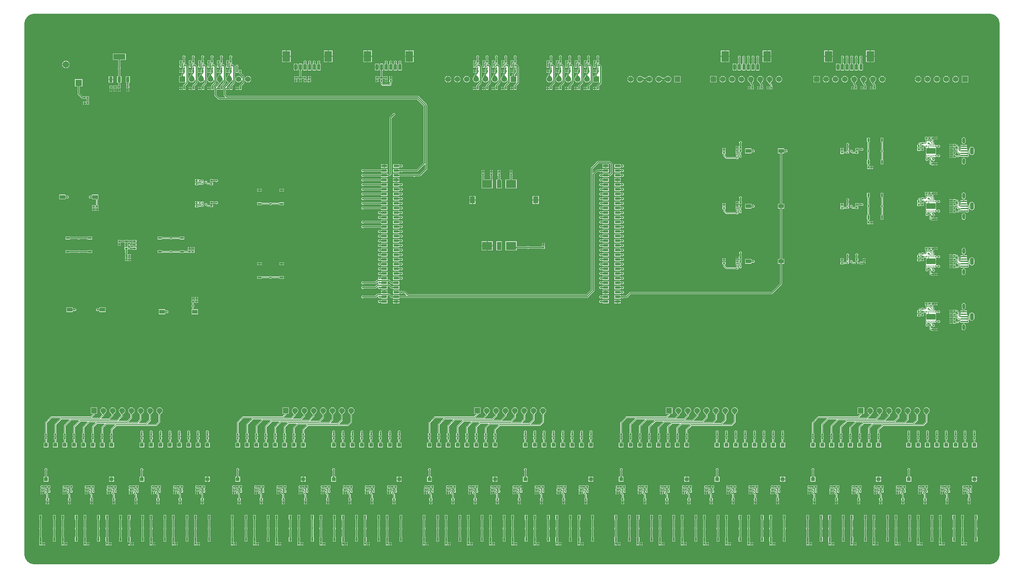
<source format=gtl>
G04*
G04 #@! TF.GenerationSoftware,Altium Limited,Altium Designer,20.0.13 (296)*
G04*
G04 Layer_Physical_Order=1*
G04 Layer_Color=255*
%FSLAX25Y25*%
%MOIN*%
G70*
G01*
G75*
%ADD17R,0.01850X0.02047*%
%ADD18R,0.02047X0.01850*%
%ADD19R,0.02362X0.01968*%
%ADD20R,0.01575X0.01575*%
%ADD21R,0.01575X0.01575*%
%ADD22R,0.05906X0.04331*%
%ADD23R,0.03150X0.01968*%
%ADD24R,0.00984X0.01968*%
%ADD25R,0.09843X0.06299*%
%ADD26R,0.05906X0.01772*%
%ADD27R,0.08268X0.11811*%
G04:AMPARAMS|DCode=28|XSize=62.99mil|YSize=31.89mil|CornerRadius=3.19mil|HoleSize=0mil|Usage=FLASHONLY|Rotation=270.000|XOffset=0mil|YOffset=0mil|HoleType=Round|Shape=RoundedRectangle|*
%AMROUNDEDRECTD28*
21,1,0.06299,0.02551,0,0,270.0*
21,1,0.05661,0.03189,0,0,270.0*
1,1,0.00638,-0.01276,-0.02831*
1,1,0.00638,-0.01276,0.02831*
1,1,0.00638,0.01276,0.02831*
1,1,0.00638,0.01276,-0.02831*
%
%ADD28ROUNDEDRECTD28*%
%ADD29R,0.03937X0.01968*%
%ADD30R,0.01968X0.02362*%
%ADD31R,0.03740X0.05906*%
%ADD32R,0.12795X0.05906*%
%ADD33R,0.05709X0.07677*%
%ADD34R,0.11024X0.08661*%
%ADD35R,0.04724X0.08661*%
%ADD36R,0.01968X0.03937*%
%ADD37R,0.04331X0.04331*%
%ADD38R,0.05787X0.02913*%
%ADD70C,0.02953*%
%ADD72C,0.00787*%
%ADD73C,0.01181*%
%ADD74C,0.01575*%
%ADD75O,0.04331X0.07874*%
%ADD76O,0.03150X0.06299*%
%ADD77R,0.06000X0.06000*%
%ADD78C,0.06000*%
%ADD79R,0.07087X0.07087*%
%ADD80C,0.07087*%
%ADD81C,0.19685*%
%ADD82C,0.01968*%
G36*
X1033609Y589363D02*
X1034978Y588996D01*
X1036286Y588454D01*
X1037513Y587746D01*
X1038637Y586883D01*
X1039639Y585881D01*
X1040501Y584757D01*
X1041210Y583531D01*
X1041752Y582222D01*
X1042119Y580853D01*
X1042304Y579449D01*
X1042304Y578740D01*
Y11811D01*
X1042304Y11103D01*
X1042119Y9698D01*
X1041752Y8330D01*
X1041210Y7021D01*
X1040501Y5794D01*
X1039639Y4670D01*
X1038637Y3668D01*
X1037513Y2806D01*
X1036286Y2097D01*
X1034977Y1555D01*
X1033609Y1188D01*
X1032204Y1003D01*
X11103D01*
X9698Y1188D01*
X8330Y1555D01*
X7021Y2097D01*
X5794Y2806D01*
X4670Y3668D01*
X3668Y4670D01*
X2806Y5794D01*
X2097Y7021D01*
X1555Y8330D01*
X1188Y9698D01*
X1003Y11103D01*
Y11811D01*
Y578740D01*
Y579449D01*
X1188Y580853D01*
X1555Y582222D01*
X2097Y583531D01*
X2806Y584757D01*
X3668Y585881D01*
X4670Y586883D01*
X5794Y587746D01*
X7021Y588454D01*
X8330Y588996D01*
X9698Y589363D01*
X11103Y589548D01*
X1032204D01*
X1033609Y589363D01*
D02*
G37*
%LPC*%
G36*
X908702Y550394D02*
X904568D01*
Y544488D01*
X908702D01*
Y550394D01*
D02*
G37*
G36*
X864017D02*
X859883D01*
Y544488D01*
X864017D01*
Y550394D01*
D02*
G37*
G36*
X903781D02*
X899647D01*
Y544488D01*
X903781D01*
Y550394D01*
D02*
G37*
G36*
X859096D02*
X854962D01*
Y544488D01*
X859096D01*
Y550394D01*
D02*
G37*
G36*
X329962D02*
X325828D01*
Y544488D01*
X329962D01*
Y550394D01*
D02*
G37*
G36*
X285277D02*
X281143D01*
Y544488D01*
X285277D01*
Y550394D01*
D02*
G37*
G36*
X325041D02*
X320907D01*
Y544488D01*
X325041D01*
Y550394D01*
D02*
G37*
G36*
X280356D02*
X276222D01*
Y544488D01*
X280356D01*
Y550394D01*
D02*
G37*
G36*
X416576D02*
X412442D01*
Y544488D01*
X416576D01*
Y550394D01*
D02*
G37*
G36*
X371891D02*
X367758D01*
Y544488D01*
X371891D01*
Y550394D01*
D02*
G37*
G36*
X798466D02*
X794332D01*
Y544488D01*
X798466D01*
Y550394D01*
D02*
G37*
G36*
X753781D02*
X749647D01*
Y544488D01*
X753781D01*
Y550394D01*
D02*
G37*
G36*
X793545D02*
X789411D01*
Y544488D01*
X793545D01*
Y550394D01*
D02*
G37*
G36*
X748860D02*
X744726D01*
Y544488D01*
X748860D01*
Y550394D01*
D02*
G37*
G36*
X411655D02*
X407521D01*
Y544488D01*
X411655D01*
Y550394D01*
D02*
G37*
G36*
X366970D02*
X362836D01*
Y544488D01*
X366970D01*
Y550394D01*
D02*
G37*
G36*
X181417Y545059D02*
X180880Y544952D01*
X180424Y544647D01*
X180119Y544192D01*
X180012Y543654D01*
X180119Y543116D01*
X180271Y542889D01*
X180290Y542806D01*
X180318Y542767D01*
X180335Y542740D01*
X180350Y542712D01*
X180363Y542683D01*
X180374Y542653D01*
X180383Y542621D01*
X180391Y542588D01*
X180396Y542552D01*
X180399Y542514D01*
X180401Y542461D01*
X180414Y542432D01*
Y540427D01*
X180401Y540399D01*
X180391Y540068D01*
X180326Y539610D01*
X180325D01*
Y539610D01*
X180098D01*
X180078Y539205D01*
X180093Y539168D01*
X180086Y539124D01*
X180098Y539105D01*
Y536776D01*
X182736D01*
Y539105D01*
X182749Y539124D01*
X182742Y539168D01*
X182757Y539205D01*
X182736Y539610D01*
X182509D01*
Y539610D01*
X182509D01*
X182445Y540068D01*
X182437Y540179D01*
X182434Y540392D01*
X182421Y540422D01*
Y542432D01*
X182434Y542461D01*
X182435Y542514D01*
X182439Y542552D01*
X182444Y542588D01*
X182451Y542621D01*
X182461Y542653D01*
X182472Y542683D01*
X182484Y542712D01*
X182499Y542740D01*
X182516Y542767D01*
X182544Y542806D01*
X182564Y542889D01*
X182715Y543116D01*
X182822Y543654D01*
X182715Y544192D01*
X182411Y544647D01*
X181955Y544952D01*
X181417Y545059D01*
D02*
G37*
G36*
X171417D02*
X170880Y544952D01*
X170424Y544647D01*
X170119Y544192D01*
X170012Y543654D01*
X170119Y543116D01*
X170271Y542889D01*
X170291Y542806D01*
X170318Y542767D01*
X170335Y542740D01*
X170350Y542712D01*
X170363Y542683D01*
X170374Y542653D01*
X170383Y542621D01*
X170390Y542588D01*
X170396Y542552D01*
X170399Y542514D01*
X170401Y542461D01*
X170414Y542432D01*
Y540427D01*
X170401Y540399D01*
X170391Y540068D01*
X170326Y539610D01*
X170326D01*
Y539610D01*
X170098D01*
X170078Y539205D01*
X170093Y539168D01*
X170086Y539124D01*
X170098Y539105D01*
Y536776D01*
X172736D01*
Y539105D01*
X172749Y539124D01*
X172742Y539168D01*
X172757Y539205D01*
X172736Y539610D01*
X172509D01*
Y539610D01*
X172509D01*
X172445Y540068D01*
X172437Y540179D01*
X172434Y540392D01*
X172421Y540422D01*
Y542432D01*
X172434Y542461D01*
X172435Y542514D01*
X172439Y542552D01*
X172444Y542588D01*
X172451Y542621D01*
X172461Y542653D01*
X172472Y542683D01*
X172484Y542712D01*
X172499Y542740D01*
X172516Y542767D01*
X172544Y542806D01*
X172564Y542889D01*
X172715Y543116D01*
X172822Y543654D01*
X172715Y544192D01*
X172411Y544647D01*
X171955Y544952D01*
X171417Y545059D01*
D02*
G37*
G36*
X613307Y545059D02*
X612769Y544952D01*
X612314Y544647D01*
X612009Y544192D01*
X611902Y543654D01*
X612009Y543116D01*
X612161Y542889D01*
X612180Y542806D01*
X612208Y542767D01*
X612225Y542740D01*
X612240Y542712D01*
X612253Y542683D01*
X612264Y542653D01*
X612273Y542621D01*
X612280Y542588D01*
X612286Y542552D01*
X612289Y542514D01*
X612291Y542461D01*
X612304Y542432D01*
Y540427D01*
X612291Y540399D01*
X612281Y540068D01*
X612215Y539610D01*
X612215D01*
Y539610D01*
X611988D01*
X611968Y539205D01*
X611983Y539168D01*
X611975Y539124D01*
X611988Y539105D01*
Y536776D01*
X614626D01*
Y539105D01*
X614639Y539124D01*
X614631Y539168D01*
X614646Y539205D01*
X614626Y539610D01*
X614399D01*
Y539610D01*
X614399D01*
X614334Y540068D01*
X614327Y540179D01*
X614324Y540392D01*
X614311Y540422D01*
Y542432D01*
X614324Y542461D01*
X614325Y542514D01*
X614328Y542552D01*
X614334Y542588D01*
X614341Y542621D01*
X614350Y542653D01*
X614361Y542683D01*
X614374Y542712D01*
X614389Y542740D01*
X614406Y542767D01*
X614434Y542806D01*
X614453Y542889D01*
X614605Y543116D01*
X614712Y543654D01*
X614605Y544192D01*
X614300Y544647D01*
X613845Y544952D01*
X613307Y545059D01*
D02*
G37*
G36*
X603307D02*
X602769Y544952D01*
X602314Y544647D01*
X602009Y544192D01*
X601902Y543654D01*
X602009Y543116D01*
X602161Y542889D01*
X602180Y542806D01*
X602208Y542767D01*
X602225Y542740D01*
X602240Y542712D01*
X602253Y542683D01*
X602264Y542653D01*
X602273Y542621D01*
X602280Y542588D01*
X602286Y542552D01*
X602289Y542514D01*
X602291Y542461D01*
X602304Y542432D01*
Y540427D01*
X602291Y540399D01*
X602281Y540068D01*
X602215Y539610D01*
X602215D01*
Y539610D01*
X601988D01*
X601968Y539205D01*
X601983Y539168D01*
X601975Y539124D01*
X601988Y539105D01*
Y536776D01*
X604626D01*
Y539105D01*
X604639Y539124D01*
X604631Y539168D01*
X604646Y539205D01*
X604626Y539610D01*
X604399D01*
Y539610D01*
X604399D01*
X604334Y540068D01*
X604327Y540179D01*
X604324Y540392D01*
X604311Y540422D01*
Y542432D01*
X604324Y542461D01*
X604325Y542514D01*
X604328Y542552D01*
X604334Y542588D01*
X604341Y542621D01*
X604350Y542653D01*
X604361Y542683D01*
X604374Y542712D01*
X604389Y542740D01*
X604406Y542767D01*
X604434Y542806D01*
X604453Y542889D01*
X604605Y543116D01*
X604712Y543654D01*
X604605Y544192D01*
X604300Y544647D01*
X603845Y544952D01*
X603307Y545059D01*
D02*
G37*
G36*
X593307D02*
X592769Y544952D01*
X592314Y544647D01*
X592009Y544192D01*
X591902Y543654D01*
X592009Y543116D01*
X592161Y542889D01*
X592180Y542806D01*
X592208Y542767D01*
X592225Y542740D01*
X592240Y542712D01*
X592253Y542683D01*
X592264Y542653D01*
X592273Y542621D01*
X592280Y542588D01*
X592286Y542552D01*
X592289Y542514D01*
X592291Y542461D01*
X592304Y542432D01*
Y540427D01*
X592291Y540399D01*
X592281Y540068D01*
X592215Y539610D01*
X592215D01*
Y539610D01*
X591988D01*
X591968Y539205D01*
X591983Y539168D01*
X591975Y539124D01*
X591988Y539105D01*
Y536776D01*
X594626D01*
Y539105D01*
X594639Y539124D01*
X594631Y539168D01*
X594647Y539205D01*
X594626Y539610D01*
X594399D01*
Y539610D01*
X594399D01*
X594334Y540068D01*
X594327Y540179D01*
X594324Y540392D01*
X594311Y540422D01*
Y542432D01*
X594324Y542461D01*
X594325Y542514D01*
X594328Y542552D01*
X594334Y542588D01*
X594341Y542621D01*
X594350Y542653D01*
X594361Y542683D01*
X594374Y542712D01*
X594389Y542740D01*
X594406Y542767D01*
X594434Y542806D01*
X594453Y542889D01*
X594605Y543116D01*
X594712Y543654D01*
X594605Y544192D01*
X594301Y544647D01*
X593845Y544952D01*
X593307Y545059D01*
D02*
G37*
G36*
X583307D02*
X582769Y544952D01*
X582314Y544647D01*
X582009Y544192D01*
X581902Y543654D01*
X582009Y543116D01*
X582161Y542889D01*
X582180Y542806D01*
X582208Y542767D01*
X582225Y542740D01*
X582240Y542712D01*
X582253Y542683D01*
X582264Y542653D01*
X582273Y542621D01*
X582280Y542588D01*
X582286Y542552D01*
X582289Y542514D01*
X582291Y542461D01*
X582304Y542432D01*
Y540427D01*
X582291Y540399D01*
X582281Y540068D01*
X582215Y539610D01*
X582215D01*
Y539610D01*
X581988D01*
X581968Y539205D01*
X581983Y539168D01*
X581975Y539124D01*
X581988Y539105D01*
Y536776D01*
X584626D01*
Y539105D01*
X584639Y539124D01*
X584631Y539168D01*
X584647Y539205D01*
X584626Y539610D01*
X584399D01*
Y539610D01*
X584399D01*
X584334Y540068D01*
X584327Y540179D01*
X584324Y540392D01*
X584311Y540422D01*
Y542432D01*
X584324Y542461D01*
X584325Y542514D01*
X584329Y542552D01*
X584334Y542588D01*
X584341Y542621D01*
X584350Y542653D01*
X584361Y542683D01*
X584374Y542712D01*
X584389Y542740D01*
X584406Y542767D01*
X584434Y542806D01*
X584453Y542889D01*
X584605Y543116D01*
X584712Y543654D01*
X584605Y544192D01*
X584301Y544647D01*
X583845Y544952D01*
X583307Y545059D01*
D02*
G37*
G36*
X573307D02*
X572769Y544952D01*
X572314Y544647D01*
X572009Y544192D01*
X571902Y543654D01*
X572009Y543116D01*
X572161Y542889D01*
X572180Y542806D01*
X572208Y542767D01*
X572225Y542740D01*
X572240Y542712D01*
X572253Y542683D01*
X572264Y542653D01*
X572273Y542621D01*
X572280Y542588D01*
X572286Y542552D01*
X572289Y542514D01*
X572291Y542461D01*
X572304Y542432D01*
Y540427D01*
X572291Y540399D01*
X572281Y540068D01*
X572215Y539610D01*
X572215D01*
Y539610D01*
X571988D01*
X571968Y539205D01*
X571983Y539168D01*
X571975Y539124D01*
X571988Y539105D01*
Y536776D01*
X574626D01*
Y539105D01*
X574639Y539124D01*
X574631Y539168D01*
X574647Y539205D01*
X574626Y539610D01*
X574399D01*
Y539610D01*
X574399D01*
X574334Y540068D01*
X574327Y540179D01*
X574324Y540392D01*
X574311Y540422D01*
Y542432D01*
X574324Y542461D01*
X574325Y542514D01*
X574329Y542552D01*
X574334Y542588D01*
X574341Y542621D01*
X574350Y542653D01*
X574361Y542683D01*
X574374Y542712D01*
X574389Y542740D01*
X574406Y542767D01*
X574434Y542806D01*
X574453Y542889D01*
X574605Y543116D01*
X574712Y543654D01*
X574605Y544192D01*
X574300Y544647D01*
X573845Y544952D01*
X573307Y545059D01*
D02*
G37*
G36*
X563307D02*
X562769Y544952D01*
X562314Y544647D01*
X562009Y544192D01*
X561902Y543654D01*
X562009Y543116D01*
X562161Y542889D01*
X562180Y542806D01*
X562208Y542767D01*
X562225Y542740D01*
X562240Y542712D01*
X562253Y542683D01*
X562264Y542653D01*
X562273Y542621D01*
X562280Y542588D01*
X562286Y542552D01*
X562289Y542514D01*
X562291Y542461D01*
X562304Y542432D01*
Y540427D01*
X562291Y540399D01*
X562281Y540068D01*
X562215Y539610D01*
X562215D01*
Y539610D01*
X561988D01*
X561968Y539205D01*
X561983Y539168D01*
X561975Y539124D01*
X561988Y539105D01*
Y536776D01*
X564626D01*
Y539105D01*
X564639Y539124D01*
X564631Y539168D01*
X564646Y539205D01*
X564626Y539610D01*
X564399D01*
Y539610D01*
X564399D01*
X564334Y540068D01*
X564327Y540179D01*
X564324Y540392D01*
X564311Y540422D01*
Y542432D01*
X564324Y542461D01*
X564325Y542514D01*
X564328Y542552D01*
X564334Y542588D01*
X564341Y542621D01*
X564350Y542653D01*
X564361Y542683D01*
X564374Y542712D01*
X564389Y542740D01*
X564406Y542767D01*
X564434Y542806D01*
X564453Y542889D01*
X564605Y543116D01*
X564712Y543654D01*
X564605Y544192D01*
X564300Y544647D01*
X563845Y544952D01*
X563307Y545059D01*
D02*
G37*
G36*
X524882D02*
X524344Y544952D01*
X523888Y544647D01*
X523584Y544192D01*
X523477Y543654D01*
X523584Y543116D01*
X523736Y542889D01*
X523755Y542806D01*
X523783Y542767D01*
X523800Y542740D01*
X523815Y542712D01*
X523828Y542683D01*
X523839Y542653D01*
X523848Y542621D01*
X523855Y542588D01*
X523861Y542552D01*
X523864Y542514D01*
X523865Y542461D01*
X523878Y542432D01*
Y540427D01*
X523865Y540399D01*
X523855Y540068D01*
X523790Y539610D01*
X523790D01*
Y539610D01*
X523563D01*
X523542Y539205D01*
X523558Y539168D01*
X523550Y539124D01*
X523563Y539105D01*
Y536776D01*
X526201D01*
Y539105D01*
X526214Y539124D01*
X526206Y539168D01*
X526221Y539205D01*
X526201Y539610D01*
X525974D01*
Y539610D01*
X525974D01*
X525909Y540068D01*
X525902Y540179D01*
X525899Y540392D01*
X525885Y540422D01*
Y542432D01*
X525898Y542461D01*
X525900Y542514D01*
X525903Y542552D01*
X525909Y542588D01*
X525916Y542621D01*
X525925Y542653D01*
X525936Y542683D01*
X525949Y542712D01*
X525964Y542740D01*
X525981Y542767D01*
X526009Y542806D01*
X526028Y542889D01*
X526180Y543116D01*
X526287Y543654D01*
X526180Y544192D01*
X525875Y544647D01*
X525420Y544952D01*
X524882Y545059D01*
D02*
G37*
G36*
X514882D02*
X514344Y544952D01*
X513888Y544647D01*
X513584Y544192D01*
X513477Y543654D01*
X513584Y543116D01*
X513736Y542889D01*
X513755Y542806D01*
X513783Y542767D01*
X513800Y542740D01*
X513815Y542712D01*
X513828Y542683D01*
X513839Y542653D01*
X513848Y542621D01*
X513855Y542588D01*
X513861Y542552D01*
X513864Y542514D01*
X513865Y542461D01*
X513878Y542432D01*
Y540427D01*
X513865Y540399D01*
X513855Y540068D01*
X513790Y539610D01*
X513790D01*
Y539610D01*
X513563D01*
X513543Y539205D01*
X513558Y539168D01*
X513550Y539124D01*
X513563Y539105D01*
Y536776D01*
X516201D01*
Y539105D01*
X516214Y539124D01*
X516206Y539168D01*
X516221Y539205D01*
X516201Y539610D01*
X515974D01*
Y539610D01*
X515974D01*
X515909Y540068D01*
X515902Y540179D01*
X515899Y540392D01*
X515885Y540422D01*
Y542432D01*
X515898Y542461D01*
X515900Y542514D01*
X515903Y542552D01*
X515909Y542588D01*
X515916Y542621D01*
X515925Y542653D01*
X515936Y542683D01*
X515949Y542712D01*
X515964Y542740D01*
X515981Y542767D01*
X516009Y542806D01*
X516028Y542889D01*
X516180Y543116D01*
X516287Y543654D01*
X516180Y544192D01*
X515875Y544647D01*
X515419Y544952D01*
X514882Y545059D01*
D02*
G37*
G36*
X504882D02*
X504344Y544952D01*
X503888Y544647D01*
X503584Y544192D01*
X503477Y543654D01*
X503584Y543116D01*
X503736Y542889D01*
X503755Y542806D01*
X503783Y542767D01*
X503800Y542740D01*
X503815Y542712D01*
X503828Y542683D01*
X503839Y542653D01*
X503848Y542621D01*
X503855Y542588D01*
X503861Y542552D01*
X503864Y542514D01*
X503865Y542461D01*
X503878Y542432D01*
Y540427D01*
X503865Y540399D01*
X503855Y540068D01*
X503790Y539610D01*
X503790D01*
Y539610D01*
X503563D01*
X503543Y539205D01*
X503558Y539168D01*
X503550Y539124D01*
X503563Y539105D01*
Y536776D01*
X506201D01*
Y539105D01*
X506214Y539124D01*
X506206Y539168D01*
X506221Y539205D01*
X506201Y539610D01*
X505974D01*
Y539610D01*
X505974D01*
X505909Y540068D01*
X505902Y540179D01*
X505899Y540392D01*
X505885Y540422D01*
Y542432D01*
X505898Y542461D01*
X505900Y542514D01*
X505903Y542552D01*
X505909Y542588D01*
X505916Y542621D01*
X505925Y542653D01*
X505936Y542683D01*
X505949Y542712D01*
X505964Y542740D01*
X505981Y542767D01*
X506009Y542806D01*
X506028Y542889D01*
X506180Y543116D01*
X506287Y543654D01*
X506180Y544192D01*
X505875Y544647D01*
X505419Y544952D01*
X504882Y545059D01*
D02*
G37*
G36*
X494882D02*
X494344Y544952D01*
X493888Y544647D01*
X493584Y544192D01*
X493477Y543654D01*
X493584Y543116D01*
X493736Y542889D01*
X493755Y542806D01*
X493783Y542767D01*
X493800Y542740D01*
X493815Y542712D01*
X493828Y542683D01*
X493839Y542653D01*
X493848Y542621D01*
X493855Y542588D01*
X493860Y542552D01*
X493864Y542514D01*
X493865Y542461D01*
X493878Y542432D01*
Y540427D01*
X493865Y540399D01*
X493855Y540068D01*
X493790Y539610D01*
X493790D01*
Y539610D01*
X493563D01*
X493542Y539205D01*
X493558Y539168D01*
X493550Y539124D01*
X493563Y539105D01*
Y536776D01*
X496201D01*
Y539105D01*
X496214Y539124D01*
X496206Y539168D01*
X496221Y539205D01*
X496201Y539610D01*
X495974D01*
Y539610D01*
X495974D01*
X495909Y540068D01*
X495902Y540179D01*
X495898Y540392D01*
X495885Y540422D01*
Y542432D01*
X495898Y542461D01*
X495900Y542514D01*
X495903Y542552D01*
X495909Y542588D01*
X495916Y542621D01*
X495925Y542653D01*
X495936Y542683D01*
X495949Y542712D01*
X495964Y542740D01*
X495981Y542767D01*
X496009Y542806D01*
X496028Y542889D01*
X496180Y543116D01*
X496287Y543654D01*
X496180Y544192D01*
X495875Y544647D01*
X495420Y544952D01*
X494882Y545059D01*
D02*
G37*
G36*
X484882D02*
X484344Y544952D01*
X483888Y544647D01*
X483584Y544192D01*
X483477Y543654D01*
X483584Y543116D01*
X483736Y542889D01*
X483755Y542806D01*
X483783Y542767D01*
X483800Y542740D01*
X483815Y542712D01*
X483828Y542683D01*
X483839Y542653D01*
X483848Y542621D01*
X483855Y542588D01*
X483860Y542552D01*
X483864Y542514D01*
X483865Y542461D01*
X483878Y542432D01*
Y540427D01*
X483865Y540399D01*
X483855Y540068D01*
X483790Y539610D01*
X483790D01*
Y539610D01*
X483563D01*
X483542Y539205D01*
X483558Y539168D01*
X483550Y539124D01*
X483563Y539105D01*
Y536776D01*
X486201D01*
Y539105D01*
X486214Y539124D01*
X486206Y539168D01*
X486221Y539205D01*
X486201Y539610D01*
X485974D01*
Y539610D01*
X485974D01*
X485909Y540068D01*
X485902Y540179D01*
X485898Y540392D01*
X485885Y540422D01*
Y542432D01*
X485898Y542461D01*
X485900Y542514D01*
X485903Y542552D01*
X485909Y542588D01*
X485916Y542621D01*
X485925Y542653D01*
X485936Y542683D01*
X485949Y542712D01*
X485964Y542740D01*
X485981Y542767D01*
X486009Y542806D01*
X486028Y542889D01*
X486180Y543116D01*
X486287Y543654D01*
X486180Y544192D01*
X485875Y544647D01*
X485420Y544952D01*
X484882Y545059D01*
D02*
G37*
G36*
X221417D02*
X220880Y544952D01*
X220424Y544647D01*
X220119Y544192D01*
X220012Y543654D01*
X220119Y543116D01*
X220271Y542889D01*
X220290Y542806D01*
X220318Y542767D01*
X220335Y542740D01*
X220350Y542712D01*
X220363Y542683D01*
X220374Y542653D01*
X220383Y542621D01*
X220391Y542588D01*
X220396Y542552D01*
X220399Y542514D01*
X220401Y542461D01*
X220414Y542432D01*
Y540427D01*
X220401Y540399D01*
X220391Y540068D01*
X220326Y539610D01*
X220325D01*
Y539610D01*
X220098D01*
X220078Y539205D01*
X220093Y539168D01*
X220086Y539124D01*
X220098Y539105D01*
Y536776D01*
X222736D01*
Y539105D01*
X222749Y539124D01*
X222742Y539168D01*
X222757Y539205D01*
X222736Y539610D01*
X222509D01*
Y539610D01*
X222509D01*
X222445Y540068D01*
X222437Y540179D01*
X222434Y540392D01*
X222421Y540422D01*
Y542432D01*
X222434Y542461D01*
X222435Y542514D01*
X222439Y542552D01*
X222444Y542588D01*
X222451Y542621D01*
X222461Y542653D01*
X222472Y542683D01*
X222484Y542712D01*
X222499Y542740D01*
X222516Y542767D01*
X222544Y542806D01*
X222564Y542889D01*
X222715Y543116D01*
X222822Y543654D01*
X222715Y544192D01*
X222411Y544647D01*
X221955Y544952D01*
X221417Y545059D01*
D02*
G37*
G36*
X211417D02*
X210880Y544952D01*
X210424Y544647D01*
X210119Y544192D01*
X210012Y543654D01*
X210119Y543116D01*
X210271Y542889D01*
X210291Y542806D01*
X210318Y542767D01*
X210335Y542740D01*
X210350Y542712D01*
X210363Y542683D01*
X210374Y542653D01*
X210383Y542621D01*
X210390Y542588D01*
X210396Y542552D01*
X210399Y542514D01*
X210401Y542461D01*
X210414Y542432D01*
Y540427D01*
X210401Y540399D01*
X210391Y540068D01*
X210326Y539610D01*
X210326D01*
Y539610D01*
X210098D01*
X210078Y539205D01*
X210093Y539168D01*
X210086Y539124D01*
X210098Y539105D01*
Y536776D01*
X212736D01*
Y539105D01*
X212749Y539124D01*
X212742Y539168D01*
X212757Y539205D01*
X212736Y539610D01*
X212509D01*
Y539610D01*
X212509D01*
X212445Y540068D01*
X212437Y540179D01*
X212434Y540392D01*
X212421Y540422D01*
Y542432D01*
X212434Y542461D01*
X212435Y542514D01*
X212439Y542552D01*
X212444Y542588D01*
X212452Y542621D01*
X212461Y542653D01*
X212472Y542683D01*
X212484Y542712D01*
X212499Y542740D01*
X212516Y542767D01*
X212544Y542806D01*
X212564Y542889D01*
X212715Y543116D01*
X212822Y543654D01*
X212715Y544192D01*
X212411Y544647D01*
X211955Y544952D01*
X211417Y545059D01*
D02*
G37*
G36*
X201417D02*
X200880Y544952D01*
X200424Y544647D01*
X200119Y544192D01*
X200012Y543654D01*
X200119Y543116D01*
X200271Y542889D01*
X200290Y542806D01*
X200318Y542767D01*
X200335Y542740D01*
X200350Y542712D01*
X200363Y542683D01*
X200374Y542653D01*
X200383Y542621D01*
X200391Y542588D01*
X200396Y542552D01*
X200399Y542514D01*
X200401Y542461D01*
X200414Y542432D01*
Y540427D01*
X200401Y540399D01*
X200391Y540068D01*
X200326Y539610D01*
X200325D01*
Y539610D01*
X200098D01*
X200078Y539205D01*
X200093Y539168D01*
X200086Y539124D01*
X200098Y539105D01*
Y536776D01*
X202736D01*
Y539105D01*
X202749Y539124D01*
X202742Y539168D01*
X202757Y539205D01*
X202736Y539610D01*
X202509D01*
Y539610D01*
X202509D01*
X202445Y540068D01*
X202437Y540179D01*
X202434Y540392D01*
X202421Y540422D01*
Y542432D01*
X202434Y542461D01*
X202435Y542514D01*
X202439Y542552D01*
X202444Y542588D01*
X202451Y542621D01*
X202461Y542653D01*
X202472Y542683D01*
X202484Y542712D01*
X202499Y542740D01*
X202516Y542767D01*
X202544Y542806D01*
X202564Y542889D01*
X202715Y543116D01*
X202822Y543654D01*
X202715Y544192D01*
X202411Y544647D01*
X201955Y544952D01*
X201417Y545059D01*
D02*
G37*
G36*
X191417D02*
X190880Y544952D01*
X190424Y544647D01*
X190119Y544192D01*
X190012Y543654D01*
X190119Y543116D01*
X190271Y542889D01*
X190290Y542806D01*
X190318Y542767D01*
X190335Y542740D01*
X190350Y542712D01*
X190363Y542683D01*
X190374Y542653D01*
X190383Y542621D01*
X190391Y542588D01*
X190396Y542552D01*
X190399Y542514D01*
X190401Y542461D01*
X190414Y542432D01*
Y540427D01*
X190401Y540399D01*
X190391Y540068D01*
X190326Y539610D01*
X190325D01*
Y539610D01*
X190098D01*
X190078Y539205D01*
X190093Y539168D01*
X190086Y539124D01*
X190098Y539105D01*
Y536776D01*
X192736D01*
Y539105D01*
X192749Y539124D01*
X192742Y539168D01*
X192757Y539205D01*
X192736Y539610D01*
X192509D01*
Y539610D01*
X192509D01*
X192445Y540068D01*
X192437Y540179D01*
X192434Y540392D01*
X192421Y540422D01*
Y542432D01*
X192434Y542461D01*
X192435Y542514D01*
X192439Y542552D01*
X192444Y542588D01*
X192452Y542621D01*
X192461Y542653D01*
X192472Y542683D01*
X192484Y542712D01*
X192499Y542740D01*
X192516Y542767D01*
X192544Y542806D01*
X192564Y542889D01*
X192715Y543116D01*
X192822Y543654D01*
X192715Y544192D01*
X192411Y544647D01*
X191955Y544952D01*
X191417Y545059D01*
D02*
G37*
G36*
X908702Y543701D02*
X904568D01*
Y537795D01*
X908702D01*
Y543701D01*
D02*
G37*
G36*
X903781D02*
X899647D01*
Y537795D01*
X903781D01*
Y543701D01*
D02*
G37*
G36*
X864017D02*
X859883D01*
Y537795D01*
X864017D01*
Y543701D01*
D02*
G37*
G36*
X859096D02*
X854962D01*
Y537795D01*
X859096D01*
Y543701D01*
D02*
G37*
G36*
X798466Y543701D02*
X794332D01*
Y537795D01*
X798466D01*
Y543701D01*
D02*
G37*
G36*
X793545D02*
X789411D01*
Y537795D01*
X793545D01*
Y543701D01*
D02*
G37*
G36*
X753781D02*
X749647D01*
Y537795D01*
X753781D01*
Y543701D01*
D02*
G37*
G36*
X748860D02*
X744726D01*
Y537795D01*
X748860D01*
Y543701D01*
D02*
G37*
G36*
X416576D02*
X412442D01*
Y537795D01*
X416576D01*
Y543701D01*
D02*
G37*
G36*
X411655D02*
X407521D01*
Y537795D01*
X411655D01*
Y543701D01*
D02*
G37*
G36*
X371891D02*
X367758D01*
Y537795D01*
X371891D01*
Y543701D01*
D02*
G37*
G36*
X366970D02*
X362836D01*
Y537795D01*
X366970D01*
Y543701D01*
D02*
G37*
G36*
X329962Y543701D02*
X325828D01*
Y537795D01*
X329962D01*
Y543701D01*
D02*
G37*
G36*
X325041D02*
X320907D01*
Y537795D01*
X325041D01*
Y543701D01*
D02*
G37*
G36*
X285277D02*
X281143D01*
Y537795D01*
X285277D01*
Y543701D01*
D02*
G37*
G36*
X280356D02*
X276222D01*
Y537795D01*
X280356D01*
Y543701D01*
D02*
G37*
G36*
X179350Y539610D02*
X176713D01*
Y537288D01*
X176702Y537273D01*
X176710Y537225D01*
X176692Y537181D01*
X176713Y536776D01*
X176918D01*
X176933Y536698D01*
X176973Y536205D01*
X176976Y535995D01*
X176989Y535964D01*
Y535188D01*
X176976Y535158D01*
X176967Y534746D01*
X176942Y534444D01*
X176931Y534374D01*
X176772Y534374D01*
X176751Y533968D01*
X176772Y533919D01*
X176772Y533895D01*
X176767Y533854D01*
X176772Y533848D01*
Y532012D01*
X179134D01*
Y533874D01*
X179134Y533919D01*
X179154Y533968D01*
X179134Y534374D01*
X179048D01*
X179010Y534941D01*
X179009Y535152D01*
X178996Y535183D01*
Y535957D01*
X179009Y535986D01*
X179020Y536321D01*
X179123Y536776D01*
X179123D01*
Y536776D01*
X179350D01*
X179371Y537181D01*
X179360Y537208D01*
X179365Y537253D01*
X179350Y537276D01*
Y539610D01*
D02*
G37*
G36*
X169350D02*
X166713D01*
Y537288D01*
X166702Y537273D01*
X166710Y537225D01*
X166692Y537181D01*
X166713Y536776D01*
X166918D01*
X166933Y536698D01*
X166973Y536205D01*
X166975Y535995D01*
X166989Y535964D01*
Y535188D01*
X166975Y535158D01*
X166967Y534746D01*
X166942Y534444D01*
X166931Y534374D01*
X166772Y534374D01*
X166751Y533968D01*
X166772Y533919D01*
X166772Y533895D01*
X166767Y533854D01*
X166772Y533848D01*
Y532012D01*
X169134D01*
Y533874D01*
X169134Y533919D01*
X169154Y533968D01*
X169134Y534374D01*
X169048D01*
X169010Y534941D01*
X169009Y535152D01*
X168996Y535183D01*
Y535957D01*
X169009Y535986D01*
X169020Y536321D01*
X169123Y536776D01*
X169123D01*
Y536776D01*
X169350D01*
X169371Y537181D01*
X169360Y537208D01*
X169365Y537253D01*
X169350Y537276D01*
Y539610D01*
D02*
G37*
G36*
X219350Y539610D02*
X216713D01*
Y537288D01*
X216702Y537273D01*
X216710Y537225D01*
X216692Y537181D01*
X216713Y536776D01*
X216918D01*
X216933Y536698D01*
X216973Y536205D01*
X216975Y535995D01*
X216989Y535964D01*
Y535188D01*
X216975Y535158D01*
X216967Y534746D01*
X216942Y534444D01*
X216931Y534374D01*
X216772Y534374D01*
X216751Y533968D01*
X216772Y533919D01*
X216772Y533895D01*
X216767Y533854D01*
X216772Y533848D01*
Y532012D01*
X219134D01*
Y533874D01*
X219134Y533919D01*
X219154Y533968D01*
X219134Y534374D01*
X219048D01*
X219010Y534941D01*
X219009Y535152D01*
X218996Y535183D01*
Y535957D01*
X219009Y535986D01*
X219020Y536321D01*
X219123Y536776D01*
X219123D01*
Y536776D01*
X219350D01*
X219371Y537181D01*
X219360Y537208D01*
X219365Y537253D01*
X219350Y537276D01*
Y539610D01*
D02*
G37*
G36*
X209350D02*
X206713D01*
Y537288D01*
X206702Y537273D01*
X206711Y537225D01*
X206692Y537181D01*
X206713Y536776D01*
X206918D01*
X206933Y536698D01*
X206973Y536205D01*
X206976Y535995D01*
X206989Y535964D01*
Y535188D01*
X206976Y535158D01*
X206967Y534746D01*
X206942Y534444D01*
X206931Y534374D01*
X206772Y534374D01*
X206751Y533968D01*
X206772Y533919D01*
X206772Y533895D01*
X206767Y533854D01*
X206772Y533848D01*
Y532012D01*
X209134D01*
Y533874D01*
X209134Y533919D01*
X209154Y533968D01*
X209134Y534374D01*
X209048D01*
X209010Y534941D01*
X209009Y535152D01*
X208996Y535183D01*
Y535957D01*
X209009Y535986D01*
X209020Y536321D01*
X209123Y536776D01*
X209123D01*
Y536776D01*
X209350D01*
X209371Y537181D01*
X209360Y537208D01*
X209365Y537253D01*
X209350Y537276D01*
Y539610D01*
D02*
G37*
G36*
X199350D02*
X196713D01*
Y537288D01*
X196702Y537273D01*
X196711Y537225D01*
X196692Y537181D01*
X196713Y536776D01*
X196918D01*
X196933Y536698D01*
X196973Y536205D01*
X196976Y535995D01*
X196989Y535964D01*
Y535188D01*
X196976Y535158D01*
X196967Y534746D01*
X196942Y534444D01*
X196931Y534374D01*
X196772Y534374D01*
X196751Y533968D01*
X196772Y533919D01*
X196772Y533895D01*
X196767Y533854D01*
X196772Y533848D01*
Y532012D01*
X199134D01*
Y533874D01*
X199134Y533919D01*
X199154Y533968D01*
X199134Y534374D01*
X199048D01*
X199010Y534941D01*
X199009Y535152D01*
X198996Y535183D01*
Y535957D01*
X199009Y535986D01*
X199020Y536321D01*
X199123Y536776D01*
X199123D01*
Y536776D01*
X199350D01*
X199371Y537181D01*
X199360Y537208D01*
X199365Y537253D01*
X199350Y537276D01*
Y539610D01*
D02*
G37*
G36*
X189350D02*
X186713D01*
Y537288D01*
X186702Y537273D01*
X186711Y537225D01*
X186692Y537181D01*
X186713Y536776D01*
X186918D01*
X186933Y536698D01*
X186973Y536205D01*
X186976Y535995D01*
X186989Y535964D01*
Y535188D01*
X186976Y535158D01*
X186967Y534746D01*
X186942Y534444D01*
X186931Y534374D01*
X186772Y534374D01*
X186751Y533968D01*
X186772Y533919D01*
X186772Y533895D01*
X186767Y533854D01*
X186772Y533848D01*
Y532012D01*
X189134D01*
Y533874D01*
X189134Y533919D01*
X189154Y533968D01*
X189134Y534374D01*
X189048D01*
X189010Y534941D01*
X189009Y535152D01*
X188996Y535183D01*
Y535957D01*
X189009Y535986D01*
X189020Y536321D01*
X189123Y536776D01*
X189123D01*
Y536776D01*
X189350D01*
X189371Y537181D01*
X189360Y537208D01*
X189365Y537253D01*
X189350Y537276D01*
Y539610D01*
D02*
G37*
G36*
X525551Y535871D02*
X525525Y535860D01*
X525479Y535865D01*
X525456Y535850D01*
X523595D01*
Y533488D01*
X525502D01*
X525551Y533468D01*
X525957Y533488D01*
X526355Y533242D01*
X526803Y532793D01*
Y523487D01*
X526583Y523079D01*
X526303Y523079D01*
X524269D01*
X524258Y523085D01*
X524196Y523091D01*
X524194Y523092D01*
X524191Y523094D01*
X524177Y523109D01*
X524152Y523151D01*
X524122Y523226D01*
X524092Y523335D01*
X524069Y523478D01*
X524054Y523651D01*
X524048Y523865D01*
X524035Y523895D01*
Y524041D01*
X525410Y525416D01*
X525627Y525741D01*
X525689Y526053D01*
X525717Y526115D01*
X525721Y526306D01*
X525733Y526462D01*
X525751Y526589D01*
X525774Y526687D01*
X525798Y526752D01*
X525808Y526770D01*
X525810Y526771D01*
X525819Y526776D01*
X526201D01*
Y529110D01*
X526201Y529117D01*
X526217Y529145D01*
X526216Y529191D01*
X526221Y529205D01*
X526201Y529610D01*
X525974D01*
Y529610D01*
X525974D01*
X525809Y530080D01*
X525957Y530535D01*
X525977Y530941D01*
X525957Y530991D01*
Y531062D01*
X525957Y531070D01*
X525957Y531070D01*
Y532898D01*
X523595D01*
Y531035D01*
X523595Y530991D01*
X523574Y530941D01*
X523595Y530535D01*
X523715Y530060D01*
X523563Y529610D01*
X523542Y529205D01*
X523563Y529155D01*
X523563Y529101D01*
X523561Y529081D01*
X523563Y529078D01*
Y527229D01*
X523543Y527178D01*
X523563Y526776D01*
X523470Y526314D01*
X522322Y525166D01*
X522104Y524841D01*
X522028Y524457D01*
Y523895D01*
X522015Y523865D01*
X522009Y523651D01*
X521994Y523478D01*
X521971Y523336D01*
X521942Y523226D01*
X521911Y523151D01*
X521886Y523109D01*
X521872Y523094D01*
X521869Y523092D01*
X521867Y523091D01*
X521805Y523085D01*
X521794Y523079D01*
X519795D01*
Y516291D01*
X526503Y516291D01*
X526748Y515860D01*
X524093Y513206D01*
X523876Y512880D01*
X523800Y512496D01*
Y512229D01*
X523786Y512198D01*
X523784Y511985D01*
X523761Y511633D01*
X523744Y511510D01*
X523725Y511417D01*
X523504D01*
X523484Y511012D01*
X523501Y510970D01*
X523492Y510926D01*
X523504Y510909D01*
Y508268D01*
X526260D01*
Y510917D01*
X526260Y510926D01*
X526276Y510955D01*
X526275Y510999D01*
X526280Y511012D01*
X526260Y511417D01*
X526033Y511417D01*
X525837Y511861D01*
X525824Y511993D01*
X525822Y512096D01*
X528517Y514790D01*
X528734Y515116D01*
X528811Y515500D01*
Y533209D01*
X528734Y533593D01*
X528517Y533918D01*
X527143Y535291D01*
X526818Y535509D01*
X526510Y535570D01*
X526448Y535598D01*
X526145Y535609D01*
X526040Y535619D01*
X525957Y535633D01*
Y535850D01*
X525551Y535871D01*
D02*
G37*
G36*
X222256Y535863D02*
X222226Y535850D01*
X222212Y535850D01*
X222184Y535856D01*
X222175Y535850D01*
X220315D01*
Y533488D01*
X222224D01*
X222275Y533468D01*
X222531Y533481D01*
X222677Y533222D01*
X222677Y532919D01*
X222656Y532898D01*
X222185Y532898D01*
X220315D01*
Y530991D01*
X220294Y530941D01*
X220315Y530535D01*
X220419Y530087D01*
X220409Y530036D01*
X220237Y529610D01*
X220098D01*
X220078Y529205D01*
X220089Y529178D01*
X220084Y529132D01*
X220098Y529110D01*
Y527280D01*
X220085Y527259D01*
X220092Y527215D01*
X220078Y527181D01*
X220098Y526776D01*
X220124Y526276D01*
X219015Y525166D01*
X218797Y524841D01*
X218721Y524457D01*
Y523989D01*
X217008Y521773D01*
X216986Y521691D01*
X216760Y521396D01*
X216418Y520571D01*
X216301Y519685D01*
X216418Y518799D01*
X216760Y517974D01*
X217304Y517265D01*
X217741Y516930D01*
X217758Y516889D01*
X217795Y516873D01*
X217817Y516839D01*
X218012Y516705D01*
X218165Y516586D01*
X218259Y516095D01*
X218226Y515939D01*
X214290Y512004D01*
X214073Y511679D01*
X213997Y511294D01*
Y502500D01*
X214073Y502116D01*
X214290Y501790D01*
X215615Y500465D01*
X215424Y500003D01*
X208916D01*
X206003Y502916D01*
Y510550D01*
X206154Y510651D01*
X206654Y510385D01*
Y510236D01*
X207638D01*
Y511417D01*
X207249D01*
X207042Y511917D01*
X210434Y515309D01*
X210652Y515635D01*
X210707Y515914D01*
X210738Y515970D01*
X210744Y516021D01*
X210752Y516046D01*
X210778Y516095D01*
X210826Y516165D01*
X210898Y516251D01*
X210996Y516349D01*
X211114Y516455D01*
X211437Y516705D01*
X211632Y516839D01*
X211650Y516867D01*
X211681Y516879D01*
X211702Y516925D01*
X212145Y517265D01*
X212689Y517974D01*
X213031Y518799D01*
X213496Y518682D01*
Y515916D01*
X210787Y513206D01*
X210569Y512880D01*
X210492Y512496D01*
Y512229D01*
X210479Y512198D01*
X210476Y511985D01*
X210454Y511633D01*
X210437Y511510D01*
X210418Y511417D01*
X210197D01*
X210176Y511012D01*
X210194Y510970D01*
X210185Y510926D01*
X210197Y510909D01*
Y508268D01*
X212953D01*
Y510917D01*
X212953Y510926D01*
X212969Y510955D01*
X212968Y510999D01*
X212973Y511012D01*
X212953Y511417D01*
X212726Y511417D01*
X212530Y511861D01*
X212517Y511993D01*
X212515Y512096D01*
X215210Y514790D01*
X215427Y515116D01*
X215504Y515500D01*
Y533209D01*
X215427Y533593D01*
X215210Y533918D01*
X213836Y535291D01*
X213511Y535509D01*
X213203Y535570D01*
X213141Y535598D01*
X213138Y535598D01*
X212677Y535632D01*
Y535632D01*
X212677D01*
X212677Y535850D01*
X212256Y535863D01*
X212226Y535850D01*
X212212Y535850D01*
X212184Y535856D01*
X212175Y535850D01*
X210315D01*
Y533488D01*
X212224D01*
X212275Y533468D01*
X212531Y533481D01*
X212677Y533222D01*
X212677Y532919D01*
X212656Y532898D01*
X212185Y532898D01*
X210315D01*
Y530991D01*
X210295Y530941D01*
X210315Y530535D01*
X210419Y530087D01*
X210409Y530036D01*
X210237Y529610D01*
X210098D01*
X210078Y529205D01*
X210089Y529178D01*
X210084Y529132D01*
X210098Y529110D01*
Y527280D01*
X210085Y527259D01*
X210092Y527215D01*
X210078Y527181D01*
X210098Y526776D01*
X210124Y526276D01*
X209015Y525166D01*
X208797Y524841D01*
X208721Y524457D01*
Y523989D01*
X207008Y521773D01*
X206986Y521691D01*
X206760Y521396D01*
X206418Y520571D01*
X206301Y519685D01*
X206418Y518799D01*
X206760Y517974D01*
X207304Y517265D01*
X207747Y516925D01*
X207768Y516879D01*
X207799Y516867D01*
X207817Y516839D01*
X208012Y516705D01*
X208165Y516586D01*
X208259Y516095D01*
X208226Y515939D01*
X204290Y512004D01*
X204073Y511679D01*
X203996Y511294D01*
Y502500D01*
X204073Y502116D01*
X204290Y501790D01*
X207790Y498290D01*
X208116Y498073D01*
X208500Y497997D01*
X420357D01*
X427422Y490932D01*
Y430341D01*
X419915Y422834D01*
X404766D01*
X404737Y422847D01*
X404683Y422849D01*
X404645Y422852D01*
X404609Y422858D01*
X404576Y422865D01*
X404544Y422874D01*
X404515Y422885D01*
X404486Y422898D01*
X404458Y422913D01*
X404430Y422930D01*
X404391Y422958D01*
X404308Y422977D01*
X404081Y423129D01*
X403543Y423236D01*
X403006Y423129D01*
X402779Y422977D01*
X402695Y422958D01*
X402657Y422930D01*
X402629Y422913D01*
X402601Y422898D01*
X402572Y422885D01*
X402542Y422874D01*
X402511Y422865D01*
X402477Y422858D01*
X402442Y422852D01*
X402403Y422849D01*
X402350Y422847D01*
X402321Y422834D01*
X402185D01*
X402156Y422847D01*
X401942Y422853D01*
X401769Y422868D01*
X401626Y422892D01*
X401517Y422921D01*
X401441Y422951D01*
X401400Y422976D01*
X401384Y422990D01*
X401383Y422993D01*
X401382Y422995D01*
X401375Y423057D01*
X401369Y423068D01*
Y423681D01*
X394795D01*
Y419980D01*
X401369D01*
Y420593D01*
X401375Y420605D01*
X401382Y420666D01*
X401383Y420669D01*
X401384Y420671D01*
X401400Y420685D01*
X401441Y420710D01*
X401517Y420741D01*
X401626Y420770D01*
X401769Y420793D01*
X401942Y420809D01*
X402156Y420814D01*
X402185Y420827D01*
X402321D01*
X402350Y420814D01*
X402403Y420813D01*
X402442Y420809D01*
X402477Y420804D01*
X402511Y420796D01*
X402542Y420787D01*
X402572Y420777D01*
X402601Y420764D01*
X402629Y420749D01*
X402657Y420732D01*
X402695Y420704D01*
X402779Y420684D01*
X403006Y420533D01*
X403543Y420426D01*
X404081Y420533D01*
X404308Y420684D01*
X404391Y420704D01*
X404430Y420732D01*
X404458Y420749D01*
X404486Y420764D01*
X404514Y420776D01*
X404544Y420787D01*
X404576Y420796D01*
X404609Y420804D01*
X404645Y420809D01*
X404683Y420813D01*
X404737Y420814D01*
X404766Y420827D01*
X420331D01*
X420715Y420904D01*
X421040Y421121D01*
X428535Y428615D01*
X428997Y428424D01*
Y423916D01*
X422915Y417834D01*
X418545D01*
X418516Y417847D01*
X418463Y417849D01*
X418425Y417852D01*
X418389Y417858D01*
X418355Y417865D01*
X418324Y417874D01*
X418294Y417885D01*
X418265Y417898D01*
X418237Y417913D01*
X418210Y417930D01*
X418171Y417958D01*
X418087Y417977D01*
X417861Y418129D01*
X417323Y418236D01*
X416785Y418129D01*
X416558Y417977D01*
X416475Y417958D01*
X416436Y417930D01*
X416409Y417913D01*
X416381Y417898D01*
X416352Y417885D01*
X416322Y417874D01*
X416290Y417865D01*
X416257Y417858D01*
X416221Y417852D01*
X416183Y417849D01*
X416129Y417847D01*
X416101Y417834D01*
X402185D01*
X402156Y417847D01*
X401942Y417853D01*
X401769Y417868D01*
X401626Y417892D01*
X401517Y417921D01*
X401441Y417951D01*
X401400Y417976D01*
X401384Y417990D01*
X401383Y417993D01*
X401382Y417995D01*
X401375Y418057D01*
X401369Y418068D01*
Y418681D01*
X394795D01*
Y414981D01*
X401369D01*
Y415593D01*
X401375Y415605D01*
X401382Y415666D01*
X401383Y415669D01*
X401384Y415671D01*
X401400Y415685D01*
X401441Y415710D01*
X401517Y415741D01*
X401626Y415770D01*
X401769Y415793D01*
X401942Y415809D01*
X402156Y415814D01*
X402185Y415827D01*
X416101D01*
X416129Y415814D01*
X416183Y415813D01*
X416221Y415809D01*
X416257Y415804D01*
X416290Y415797D01*
X416322Y415787D01*
X416352Y415776D01*
X416381Y415764D01*
X416409Y415749D01*
X416436Y415732D01*
X416475Y415704D01*
X416558Y415684D01*
X416785Y415533D01*
X417323Y415426D01*
X417861Y415533D01*
X418087Y415684D01*
X418171Y415704D01*
X418210Y415732D01*
X418237Y415749D01*
X418265Y415764D01*
X418294Y415776D01*
X418324Y415787D01*
X418355Y415797D01*
X418389Y415804D01*
X418425Y415809D01*
X418463Y415813D01*
X418516Y415814D01*
X418545Y415827D01*
X423331D01*
X423715Y415904D01*
X424040Y416121D01*
X430710Y422790D01*
X430927Y423116D01*
X431004Y423500D01*
Y492000D01*
X430927Y492384D01*
X430710Y492710D01*
X422135Y501284D01*
X421809Y501502D01*
X421425Y501578D01*
X217341D01*
X216003Y502916D01*
Y510550D01*
X216154Y510651D01*
X216654Y510385D01*
Y510236D01*
X217638D01*
Y511417D01*
X217249D01*
X217042Y511917D01*
X220434Y515309D01*
X220652Y515635D01*
X220707Y515914D01*
X220738Y515970D01*
X220744Y516021D01*
X220752Y516046D01*
X220778Y516095D01*
X220826Y516165D01*
X220899Y516251D01*
X220996Y516349D01*
X221114Y516455D01*
X221437Y516705D01*
X221632Y516839D01*
X221654Y516873D01*
X221691Y516889D01*
X221708Y516930D01*
X222145Y517265D01*
X222689Y517974D01*
X223031Y518799D01*
X223497Y518682D01*
Y515916D01*
X220786Y513206D01*
X220569Y512880D01*
X220493Y512496D01*
Y512229D01*
X220479Y512198D01*
X220477Y511985D01*
X220454Y511633D01*
X220437Y511510D01*
X220417Y511417D01*
X220197D01*
X220176Y511012D01*
X220194Y510970D01*
X220185Y510926D01*
X220197Y510909D01*
Y508268D01*
X222953D01*
Y510917D01*
X222953Y510926D01*
X222969Y510955D01*
X222968Y510999D01*
X222973Y511012D01*
X222953Y511417D01*
X222726Y511417D01*
X222530Y511861D01*
X222517Y511993D01*
X222515Y512096D01*
X225210Y514790D01*
X225427Y515116D01*
X225503Y515500D01*
Y533209D01*
X225427Y533593D01*
X225210Y533918D01*
X223836Y535291D01*
X223511Y535509D01*
X223203Y535570D01*
X223141Y535598D01*
X223138Y535598D01*
X222677Y535632D01*
Y535632D01*
X222677D01*
X222677Y535850D01*
X222256Y535863D01*
D02*
G37*
G36*
X202256D02*
X202226Y535850D01*
X202212Y535850D01*
X202184Y535856D01*
X202175Y535850D01*
X200315D01*
Y533488D01*
X202224D01*
X202275Y533468D01*
X202531Y533481D01*
X202677Y533222D01*
X202677Y532919D01*
X202656Y532898D01*
X202185Y532898D01*
X200315D01*
Y530991D01*
X200294Y530941D01*
X200315Y530535D01*
X200419Y530087D01*
X200409Y530036D01*
X200237Y529610D01*
X200098D01*
X200078Y529205D01*
X200089Y529178D01*
X200084Y529132D01*
X200098Y529110D01*
Y527280D01*
X200085Y527259D01*
X200092Y527215D01*
X200078Y527181D01*
X200098Y526776D01*
X200124Y526276D01*
X199015Y525166D01*
X198797Y524841D01*
X198721Y524457D01*
Y523989D01*
X197008Y521773D01*
X196986Y521691D01*
X196760Y521396D01*
X196418Y520571D01*
X196301Y519685D01*
X196418Y518799D01*
X196760Y517974D01*
X197304Y517265D01*
X198013Y516721D01*
X198838Y516379D01*
X199724Y516262D01*
X200610Y516379D01*
X201436Y516721D01*
X202145Y517265D01*
X202689Y517974D01*
X203031Y518799D01*
X203497Y518682D01*
Y515916D01*
X200786Y513206D01*
X200569Y512880D01*
X200493Y512496D01*
Y512229D01*
X200479Y512198D01*
X200477Y511985D01*
X200454Y511633D01*
X200437Y511510D01*
X200417Y511417D01*
X200197D01*
X200176Y511012D01*
X200194Y510970D01*
X200185Y510926D01*
X200197Y510909D01*
Y508268D01*
X202953D01*
Y510917D01*
X202953Y510926D01*
X202969Y510955D01*
X202968Y510999D01*
X202973Y511012D01*
X202953Y511417D01*
X202726Y511417D01*
X202530Y511861D01*
X202517Y511993D01*
X202515Y512096D01*
X205210Y514790D01*
X205427Y515116D01*
X205504Y515500D01*
Y533209D01*
X205427Y533593D01*
X205210Y533918D01*
X203836Y535291D01*
X203511Y535509D01*
X203203Y535570D01*
X203141Y535598D01*
X203138Y535598D01*
X202677Y535632D01*
Y535632D01*
X202677D01*
X202677Y535850D01*
X202256Y535863D01*
D02*
G37*
G36*
X192256D02*
X192226Y535850D01*
X192212Y535850D01*
X192184Y535856D01*
X192175Y535850D01*
X190315D01*
Y533488D01*
X192224D01*
X192275Y533468D01*
X192531Y533481D01*
X192677Y533222D01*
X192677Y532919D01*
X192656Y532898D01*
X192185Y532898D01*
X190315D01*
Y530991D01*
X190295Y530941D01*
X190315Y530535D01*
X190419Y530087D01*
X190409Y530036D01*
X190237Y529610D01*
X190098D01*
X190078Y529205D01*
X190089Y529178D01*
X190084Y529132D01*
X190098Y529110D01*
Y527280D01*
X190085Y527259D01*
X190092Y527215D01*
X190078Y527181D01*
X190098Y526776D01*
X190124Y526276D01*
X189015Y525166D01*
X188797Y524841D01*
X188721Y524457D01*
Y523989D01*
X187008Y521773D01*
X186986Y521691D01*
X186760Y521396D01*
X186418Y520571D01*
X186301Y519685D01*
X186418Y518799D01*
X186760Y517974D01*
X187304Y517265D01*
X188013Y516721D01*
X188839Y516379D01*
X189724Y516262D01*
X190610Y516379D01*
X191436Y516721D01*
X192145Y517265D01*
X192689Y517974D01*
X193031Y518799D01*
X193497Y518682D01*
Y515916D01*
X190787Y513206D01*
X190569Y512880D01*
X190492Y512496D01*
Y512229D01*
X190479Y512198D01*
X190477Y511985D01*
X190454Y511633D01*
X190437Y511510D01*
X190418Y511417D01*
X190197D01*
X190176Y511012D01*
X190194Y510970D01*
X190185Y510926D01*
X190197Y510909D01*
Y508268D01*
X192953D01*
Y510917D01*
X192953Y510926D01*
X192969Y510955D01*
X192968Y510999D01*
X192973Y511012D01*
X192953Y511417D01*
X192726Y511417D01*
X192530Y511861D01*
X192517Y511993D01*
X192515Y512096D01*
X195210Y514790D01*
X195427Y515116D01*
X195503Y515500D01*
Y533209D01*
X195427Y533593D01*
X195210Y533918D01*
X193836Y535291D01*
X193511Y535509D01*
X193203Y535570D01*
X193141Y535598D01*
X193138Y535598D01*
X192677Y535632D01*
Y535632D01*
X192677D01*
X192677Y535850D01*
X192256Y535863D01*
D02*
G37*
G36*
X182256D02*
X182226Y535850D01*
X182212Y535850D01*
X182184Y535856D01*
X182175Y535850D01*
X180315D01*
Y533488D01*
X182224D01*
X182275Y533468D01*
X182531Y533481D01*
X182677Y533222D01*
X182677Y532919D01*
X182656Y532898D01*
X182185Y532898D01*
X180315D01*
Y530991D01*
X180295Y530941D01*
X180315Y530535D01*
X180419Y530087D01*
X180409Y530036D01*
X180237Y529610D01*
X180098D01*
X180078Y529205D01*
X180089Y529178D01*
X180084Y529132D01*
X180098Y529110D01*
Y527280D01*
X180085Y527259D01*
X180092Y527215D01*
X180078Y527181D01*
X180098Y526776D01*
X180124Y526276D01*
X179015Y525166D01*
X178797Y524841D01*
X178721Y524457D01*
Y523989D01*
X177008Y521773D01*
X176986Y521691D01*
X176760Y521396D01*
X176418Y520571D01*
X176301Y519685D01*
X176418Y518799D01*
X176760Y517974D01*
X177304Y517265D01*
X178013Y516721D01*
X178839Y516379D01*
X179724Y516262D01*
X180610Y516379D01*
X181436Y516721D01*
X182145Y517265D01*
X182689Y517974D01*
X183031Y518799D01*
X183496Y518682D01*
Y515916D01*
X180787Y513206D01*
X180569Y512880D01*
X180492Y512496D01*
Y512229D01*
X180479Y512198D01*
X180476Y511985D01*
X180454Y511633D01*
X180437Y511510D01*
X180418Y511417D01*
X180197D01*
X180176Y511012D01*
X180194Y510970D01*
X180185Y510926D01*
X180197Y510909D01*
Y508268D01*
X182953D01*
Y510917D01*
X182953Y510926D01*
X182969Y510955D01*
X182968Y510999D01*
X182973Y511012D01*
X182953Y511417D01*
X182726Y511417D01*
X182530Y511861D01*
X182517Y511993D01*
X182515Y512096D01*
X185210Y514790D01*
X185427Y515116D01*
X185503Y515500D01*
Y533209D01*
X185427Y533593D01*
X185210Y533918D01*
X183836Y535291D01*
X183511Y535509D01*
X183203Y535570D01*
X183141Y535598D01*
X183138Y535598D01*
X182677Y535632D01*
Y535632D01*
X182677D01*
X182677Y535850D01*
X182256Y535863D01*
D02*
G37*
G36*
X172256D02*
X172226Y535850D01*
X172212Y535850D01*
X172184Y535856D01*
X172175Y535850D01*
X170315D01*
Y533488D01*
X172224D01*
X172275Y533468D01*
X172531Y533481D01*
X172677Y533222D01*
X172677Y532919D01*
X172656Y532898D01*
X172185Y532898D01*
X170315D01*
Y530991D01*
X170294Y530941D01*
X170315Y530535D01*
X170419Y530087D01*
X170409Y530036D01*
X170237Y529610D01*
X170098D01*
X170078Y529205D01*
X170089Y529178D01*
X170084Y529132D01*
X170098Y529110D01*
Y527280D01*
X170085Y527259D01*
X170092Y527215D01*
X170078Y527181D01*
X170098Y526776D01*
X170124Y526276D01*
X169015Y525166D01*
X168797Y524841D01*
X168721Y524457D01*
Y523895D01*
X168708Y523865D01*
X168702Y523651D01*
X168687Y523478D01*
X168664Y523336D01*
X168634Y523226D01*
X168604Y523151D01*
X168579Y523109D01*
X168565Y523094D01*
X168562Y523092D01*
X168560Y523091D01*
X168498Y523085D01*
X168487Y523079D01*
X166331D01*
Y516291D01*
X172996D01*
X173118Y516291D01*
X173145Y516270D01*
X173186Y515605D01*
X170786Y513206D01*
X170569Y512880D01*
X170492Y512496D01*
Y512229D01*
X170479Y512198D01*
X170476Y511985D01*
X170454Y511633D01*
X170437Y511510D01*
X170417Y511417D01*
X170197D01*
X170176Y511012D01*
X170194Y510970D01*
X170185Y510926D01*
X170197Y510909D01*
Y508268D01*
X172953D01*
Y510917D01*
X172953Y510926D01*
X172969Y510955D01*
X172968Y510999D01*
X172973Y511012D01*
X172953Y511417D01*
X172726Y511417D01*
X172530Y511861D01*
X172517Y511993D01*
X172515Y512096D01*
X175210Y514790D01*
X175427Y515116D01*
X175504Y515500D01*
Y533209D01*
X175427Y533593D01*
X175210Y533918D01*
X173836Y535291D01*
X173511Y535509D01*
X173203Y535570D01*
X173141Y535598D01*
X173138Y535598D01*
X172677Y535632D01*
Y535632D01*
X172677D01*
X172677Y535850D01*
X172256Y535863D01*
D02*
G37*
G36*
X45669Y539352D02*
Y535827D01*
X49195D01*
X49111Y536461D01*
X48715Y537419D01*
X48083Y538241D01*
X47261Y538872D01*
X46303Y539269D01*
X45669Y539352D01*
D02*
G37*
G36*
X44882D02*
X44248Y539269D01*
X43290Y538872D01*
X42468Y538241D01*
X41837Y537419D01*
X41440Y536461D01*
X41357Y535827D01*
X44882D01*
Y539352D01*
D02*
G37*
G36*
X522815Y539610D02*
X520177D01*
Y537276D01*
X520177Y537231D01*
X520157Y537181D01*
X520177Y536776D01*
X520241D01*
X520281Y536208D01*
X520283Y535998D01*
X520296Y535967D01*
Y535185D01*
X520283Y535154D01*
X520280Y534939D01*
X520261Y534583D01*
X520247Y534455D01*
X520232Y534374D01*
X520051D01*
X520031Y533968D01*
X520051Y533919D01*
X520043Y533866D01*
X520051Y533855D01*
Y532012D01*
X522413D01*
Y533874D01*
X522413Y533919D01*
X522434Y533968D01*
X522413Y534374D01*
X522355D01*
X522317Y534940D01*
X522316Y535152D01*
X522303Y535183D01*
Y535961D01*
X522316Y535990D01*
X522321Y536203D01*
X522334Y536378D01*
X522588Y536776D01*
X522815D01*
X522835Y537181D01*
X522831Y537192D01*
X522832Y537232D01*
X522815Y537263D01*
Y539610D01*
D02*
G37*
G36*
X378679Y536234D02*
X377797D01*
Y533071D01*
X379405D01*
Y535508D01*
X379350Y535786D01*
X379192Y536022D01*
X378957Y536179D01*
X378679Y536234D01*
D02*
G37*
G36*
X377010D02*
X376128D01*
X375850Y536179D01*
X375614Y536022D01*
X375456Y535786D01*
X375401Y535508D01*
Y533071D01*
X377010D01*
Y536234D01*
D02*
G37*
G36*
X292065D02*
X291183D01*
Y533071D01*
X292791D01*
Y535508D01*
X292736Y535786D01*
X292578Y536022D01*
X292343Y536179D01*
X292065Y536234D01*
D02*
G37*
G36*
X290395D02*
X289513D01*
X289235Y536179D01*
X289000Y536022D01*
X288842Y535786D01*
X288787Y535508D01*
Y533071D01*
X290395D01*
Y536234D01*
D02*
G37*
G36*
X870805D02*
X869923D01*
Y533071D01*
X871531D01*
Y535508D01*
X871476Y535786D01*
X871319Y536022D01*
X871083Y536179D01*
X870805Y536234D01*
D02*
G37*
G36*
X869135D02*
X868254D01*
X867976Y536179D01*
X867740Y536022D01*
X867582Y535786D01*
X867527Y535508D01*
Y533071D01*
X869135D01*
Y536234D01*
D02*
G37*
G36*
X760569D02*
X759687D01*
Y533071D01*
X761295D01*
Y535508D01*
X761240Y535786D01*
X761082Y536022D01*
X760847Y536179D01*
X760569Y536234D01*
D02*
G37*
G36*
X758899D02*
X758017D01*
X757739Y536179D01*
X757504Y536022D01*
X757346Y535786D01*
X757291Y535508D01*
Y533071D01*
X758899D01*
Y536234D01*
D02*
G37*
G36*
X611240Y539610D02*
X608602D01*
Y537276D01*
X608602Y537231D01*
X608582Y537181D01*
X608602Y536776D01*
X608666D01*
X608707Y536208D01*
X608708Y535998D01*
X608721Y535967D01*
Y535184D01*
X608708Y535154D01*
X608702Y534559D01*
X608693Y534374D01*
X608661Y534374D01*
X608641Y533983D01*
X608642Y533982D01*
X608641Y533968D01*
X608661Y533919D01*
Y532012D01*
X611024D01*
Y533865D01*
X611035Y533883D01*
X611027Y533927D01*
X611044Y533968D01*
X611024Y534374D01*
X610803D01*
X610786Y534456D01*
X610744Y534946D01*
X610741Y535155D01*
X610728Y535186D01*
Y535961D01*
X610741Y535990D01*
X610746Y536203D01*
X610759Y536378D01*
X611013Y536776D01*
X611240D01*
X611261Y537181D01*
X611256Y537192D01*
X611258Y537232D01*
X611240Y537263D01*
Y539610D01*
D02*
G37*
G36*
X601240D02*
X598602D01*
Y537276D01*
X598602Y537231D01*
X598582Y537181D01*
X598602Y536776D01*
X598666D01*
X598707Y536208D01*
X598708Y535998D01*
X598721Y535967D01*
Y535184D01*
X598708Y535154D01*
X598702Y534559D01*
X598693Y534374D01*
X598661Y534374D01*
X598641Y533983D01*
X598642Y533982D01*
X598641Y533968D01*
X598661Y533919D01*
Y532012D01*
X601024D01*
Y533865D01*
X601035Y533883D01*
X601027Y533927D01*
X601044Y533968D01*
X601024Y534374D01*
X600803D01*
X600786Y534456D01*
X600744Y534946D01*
X600741Y535155D01*
X600728Y535186D01*
Y535961D01*
X600741Y535990D01*
X600746Y536203D01*
X600760Y536378D01*
X601013Y536776D01*
X601240D01*
X601261Y537181D01*
X601256Y537192D01*
X601258Y537232D01*
X601240Y537263D01*
Y539610D01*
D02*
G37*
G36*
X591240D02*
X588602D01*
Y537276D01*
X588602Y537231D01*
X588582Y537181D01*
X588602Y536776D01*
X588666D01*
X588707Y536208D01*
X588708Y535998D01*
X588721Y535967D01*
Y535184D01*
X588708Y535154D01*
X588702Y534559D01*
X588693Y534374D01*
X588661Y534374D01*
X588641Y533983D01*
X588642Y533982D01*
X588641Y533968D01*
X588661Y533919D01*
Y532012D01*
X591024D01*
Y533865D01*
X591035Y533883D01*
X591027Y533927D01*
X591044Y533968D01*
X591024Y534374D01*
X590803D01*
X590786Y534456D01*
X590744Y534946D01*
X590741Y535155D01*
X590728Y535186D01*
Y535961D01*
X590741Y535990D01*
X590746Y536203D01*
X590760Y536378D01*
X591013Y536776D01*
X591240D01*
X591261Y537181D01*
X591256Y537192D01*
X591258Y537232D01*
X591240Y537263D01*
Y539610D01*
D02*
G37*
G36*
X581240D02*
X578602D01*
Y537276D01*
X578602Y537231D01*
X578582Y537181D01*
X578602Y536776D01*
X578666D01*
X578707Y536208D01*
X578708Y535998D01*
X578721Y535967D01*
Y535184D01*
X578708Y535154D01*
X578702Y534559D01*
X578693Y534374D01*
X578661Y534374D01*
X578641Y533983D01*
X578642Y533982D01*
X578641Y533968D01*
X578661Y533919D01*
Y532012D01*
X581024D01*
Y533865D01*
X581035Y533883D01*
X581027Y533927D01*
X581044Y533968D01*
X581024Y534374D01*
X580803D01*
X580786Y534456D01*
X580744Y534946D01*
X580741Y535155D01*
X580728Y535186D01*
Y535961D01*
X580741Y535990D01*
X580746Y536203D01*
X580759Y536378D01*
X581013Y536776D01*
X581240D01*
X581261Y537181D01*
X581256Y537192D01*
X581258Y537232D01*
X581240Y537263D01*
Y539610D01*
D02*
G37*
G36*
X571240D02*
X568602D01*
Y537276D01*
X568602Y537231D01*
X568582Y537181D01*
X568602Y536776D01*
X568666D01*
X568707Y536208D01*
X568708Y535998D01*
X568721Y535967D01*
Y535184D01*
X568708Y535154D01*
X568702Y534559D01*
X568693Y534374D01*
X568661Y534374D01*
X568641Y533983D01*
X568642Y533982D01*
X568641Y533968D01*
X568661Y533919D01*
Y532012D01*
X571024D01*
Y533865D01*
X571035Y533883D01*
X571027Y533927D01*
X571044Y533968D01*
X571024Y534374D01*
X570803D01*
X570786Y534456D01*
X570744Y534946D01*
X570741Y535155D01*
X570728Y535186D01*
Y535961D01*
X570741Y535990D01*
X570746Y536203D01*
X570759Y536378D01*
X571013Y536776D01*
X571240D01*
X571261Y537181D01*
X571256Y537192D01*
X571258Y537232D01*
X571240Y537263D01*
Y539610D01*
D02*
G37*
G36*
X561240D02*
X558602D01*
Y537276D01*
X558602Y537231D01*
X558582Y537181D01*
X558602Y536776D01*
X558666D01*
X558707Y536208D01*
X558708Y535998D01*
X558721Y535967D01*
Y535184D01*
X558708Y535154D01*
X558702Y534559D01*
X558693Y534374D01*
X558661Y534374D01*
X558641Y533983D01*
X558642Y533982D01*
X558641Y533968D01*
X558661Y533919D01*
Y532012D01*
X561024D01*
Y533865D01*
X561035Y533883D01*
X561027Y533927D01*
X561044Y533968D01*
X561024Y534374D01*
X560803D01*
X560786Y534456D01*
X560744Y534946D01*
X560741Y535155D01*
X560728Y535186D01*
Y535961D01*
X560741Y535990D01*
X560746Y536203D01*
X560759Y536378D01*
X561013Y536776D01*
X561240D01*
X561261Y537181D01*
X561256Y537192D01*
X561258Y537232D01*
X561240Y537263D01*
Y539610D01*
D02*
G37*
G36*
X512815D02*
X510177D01*
Y537276D01*
X510177Y537231D01*
X510157Y537181D01*
X510177Y536776D01*
X510241D01*
X510281Y536208D01*
X510283Y535998D01*
X510296Y535967D01*
Y535184D01*
X510283Y535154D01*
X510277Y534559D01*
X510268Y534374D01*
X510236Y534374D01*
X510216Y533983D01*
X510217Y533982D01*
X510216Y533968D01*
X510236Y533919D01*
Y532012D01*
X512598D01*
Y533865D01*
X512610Y533883D01*
X512602Y533927D01*
X512619Y533968D01*
X512598Y534374D01*
X512378D01*
X512361Y534456D01*
X512319Y534946D01*
X512316Y535155D01*
X512303Y535186D01*
Y535961D01*
X512316Y535990D01*
X512321Y536203D01*
X512334Y536378D01*
X512588Y536776D01*
X512815D01*
X512835Y537181D01*
X512831Y537192D01*
X512832Y537232D01*
X512815Y537263D01*
Y539610D01*
D02*
G37*
G36*
X502815D02*
X500177D01*
Y537276D01*
X500177Y537231D01*
X500157Y537181D01*
X500177Y536776D01*
X500241D01*
X500281Y536208D01*
X500282Y535998D01*
X500296Y535967D01*
Y535184D01*
X500282Y535154D01*
X500277Y534559D01*
X500268Y534374D01*
X500236Y534374D01*
X500216Y533983D01*
X500216Y533982D01*
X500216Y533968D01*
X500236Y533919D01*
Y532012D01*
X502598D01*
Y533865D01*
X502610Y533883D01*
X502602Y533927D01*
X502619Y533968D01*
X502598Y534374D01*
X502378D01*
X502361Y534456D01*
X502319Y534946D01*
X502316Y535155D01*
X502303Y535186D01*
Y535961D01*
X502316Y535990D01*
X502321Y536203D01*
X502334Y536378D01*
X502588Y536776D01*
X502815D01*
X502835Y537181D01*
X502831Y537192D01*
X502832Y537232D01*
X502815Y537263D01*
Y539610D01*
D02*
G37*
G36*
X492815D02*
X490177D01*
Y537276D01*
X490177Y537231D01*
X490157Y537181D01*
X490177Y536776D01*
X490241D01*
X490281Y536208D01*
X490282Y535998D01*
X490296Y535967D01*
Y535184D01*
X490282Y535154D01*
X490277Y534559D01*
X490268Y534374D01*
X490236Y534374D01*
X490216Y533983D01*
X490216Y533982D01*
X490216Y533968D01*
X490236Y533919D01*
Y532012D01*
X492598D01*
Y533865D01*
X492610Y533883D01*
X492602Y533927D01*
X492619Y533968D01*
X492598Y534374D01*
X492378D01*
X492361Y534456D01*
X492319Y534946D01*
X492316Y535155D01*
X492303Y535186D01*
Y535961D01*
X492316Y535990D01*
X492321Y536203D01*
X492334Y536378D01*
X492588Y536776D01*
X492815D01*
X492835Y537181D01*
X492831Y537192D01*
X492832Y537232D01*
X492815Y537263D01*
Y539610D01*
D02*
G37*
G36*
X482815D02*
X480177D01*
Y537276D01*
X480177Y537231D01*
X480157Y537181D01*
X480177Y536776D01*
X480241D01*
X480281Y536208D01*
X480282Y535998D01*
X480296Y535967D01*
Y535184D01*
X480282Y535154D01*
X480277Y534559D01*
X480268Y534374D01*
X480236Y534374D01*
X480216Y533983D01*
X480217Y533982D01*
X480216Y533968D01*
X480236Y533919D01*
Y532012D01*
X482598D01*
Y533865D01*
X482610Y533883D01*
X482602Y533927D01*
X482619Y533968D01*
X482598Y534374D01*
X482378D01*
X482361Y534456D01*
X482319Y534946D01*
X482316Y535155D01*
X482303Y535186D01*
Y535961D01*
X482316Y535990D01*
X482321Y536203D01*
X482334Y536378D01*
X482588Y536776D01*
X482815D01*
X482835Y537181D01*
X482831Y537192D01*
X482832Y537232D01*
X482815Y537263D01*
Y539610D01*
D02*
G37*
G36*
X49195Y535039D02*
X45669D01*
Y531514D01*
X46303Y531597D01*
X47261Y531994D01*
X48083Y532625D01*
X48715Y533448D01*
X49111Y534405D01*
X49195Y535039D01*
D02*
G37*
G36*
X44882D02*
X41357D01*
X41440Y534405D01*
X41837Y533448D01*
X42468Y532625D01*
X43290Y531994D01*
X44248Y531597D01*
X44882Y531514D01*
Y535039D01*
D02*
G37*
G36*
X228031Y535059D02*
X227494Y534952D01*
X227038Y534647D01*
X226733Y534192D01*
X226627Y533654D01*
X226733Y533116D01*
X226885Y532889D01*
X226905Y532806D01*
X226933Y532767D01*
X226950Y532740D01*
X226964Y532712D01*
X226977Y532683D01*
X226988Y532653D01*
X226997Y532621D01*
X227005Y532588D01*
X227010Y532552D01*
X227013Y532514D01*
X227015Y532461D01*
X227028Y532432D01*
Y530427D01*
X227015Y530399D01*
X227005Y530068D01*
X226940Y529610D01*
X226940D01*
Y529610D01*
X226713D01*
X226692Y529205D01*
X226707Y529168D01*
X226700Y529124D01*
X226713Y529105D01*
Y526776D01*
X229350D01*
Y529105D01*
X229363Y529124D01*
X229356Y529168D01*
X229371Y529205D01*
X229350Y529610D01*
X229123D01*
Y529610D01*
X229123D01*
X229059Y530068D01*
X229051Y530179D01*
X229048Y530392D01*
X229035Y530422D01*
Y532432D01*
X229048Y532461D01*
X229049Y532514D01*
X229053Y532552D01*
X229058Y532588D01*
X229066Y532621D01*
X229075Y532653D01*
X229086Y532683D01*
X229099Y532712D01*
X229114Y532740D01*
X229131Y532767D01*
X229158Y532806D01*
X229178Y532889D01*
X229329Y533116D01*
X229436Y533654D01*
X229329Y534192D01*
X229025Y534647D01*
X228569Y534952D01*
X228031Y535059D01*
D02*
G37*
G36*
X894135Y544712D02*
X893598Y544605D01*
X893142Y544301D01*
X892837Y543845D01*
X892731Y543307D01*
X892837Y542769D01*
X892989Y542542D01*
X893009Y542459D01*
X893036Y542420D01*
X893054Y542393D01*
X893068Y542365D01*
X893081Y542336D01*
X893092Y542306D01*
X893101Y542275D01*
X893108Y542241D01*
X893114Y542205D01*
X893117Y542167D01*
X893119Y542114D01*
X893132Y542085D01*
Y537042D01*
X893119Y537013D01*
X893113Y536799D01*
X893098Y536626D01*
X893075Y536483D01*
X893046Y536374D01*
X893015Y536299D01*
X892990Y536257D01*
X892976Y536241D01*
X892973Y536240D01*
X892971Y536239D01*
X892927Y536234D01*
X892860D01*
X892582Y536179D01*
X892346Y536022D01*
X892189Y535786D01*
X892133Y535508D01*
Y529846D01*
X892189Y529568D01*
X892346Y529333D01*
X892582Y529175D01*
X892860Y529120D01*
X895411D01*
X895689Y529175D01*
X895925Y529333D01*
X896082Y529568D01*
X896138Y529846D01*
Y535508D01*
X896082Y535786D01*
X895925Y536022D01*
X895689Y536179D01*
X895411Y536234D01*
X895344D01*
X895300Y536239D01*
X895298Y536240D01*
X895295Y536241D01*
X895281Y536257D01*
X895256Y536299D01*
X895225Y536374D01*
X895196Y536483D01*
X895173Y536626D01*
X895158Y536799D01*
X895152Y537013D01*
X895139Y537042D01*
Y542085D01*
X895152Y542114D01*
X895154Y542167D01*
X895157Y542205D01*
X895162Y542241D01*
X895170Y542275D01*
X895179Y542306D01*
X895190Y542336D01*
X895203Y542365D01*
X895217Y542393D01*
X895234Y542420D01*
X895262Y542459D01*
X895282Y542542D01*
X895433Y542769D01*
X895540Y543307D01*
X895433Y543845D01*
X895129Y544301D01*
X894673Y544605D01*
X894135Y544712D01*
D02*
G37*
G36*
X889214D02*
X888676Y544605D01*
X888221Y544301D01*
X887916Y543845D01*
X887809Y543307D01*
X887916Y542769D01*
X888068Y542542D01*
X888087Y542459D01*
X888115Y542420D01*
X888132Y542393D01*
X888147Y542365D01*
X888160Y542336D01*
X888171Y542306D01*
X888180Y542275D01*
X888187Y542241D01*
X888193Y542205D01*
X888196Y542167D01*
X888198Y542114D01*
X888211Y542085D01*
Y537042D01*
X888198Y537013D01*
X888192Y536799D01*
X888177Y536626D01*
X888153Y536483D01*
X888124Y536374D01*
X888094Y536299D01*
X888068Y536257D01*
X888054Y536241D01*
X888052Y536240D01*
X888050Y536239D01*
X888006Y536234D01*
X887939D01*
X887661Y536179D01*
X887425Y536022D01*
X887267Y535786D01*
X887212Y535508D01*
Y529846D01*
X887267Y529568D01*
X887425Y529333D01*
X887661Y529175D01*
X887939Y529120D01*
X890490D01*
X890768Y529175D01*
X891004Y529333D01*
X891161Y529568D01*
X891216Y529846D01*
Y535508D01*
X891161Y535786D01*
X891004Y536022D01*
X890768Y536179D01*
X890490Y536234D01*
X890423D01*
X890378Y536239D01*
X890376Y536240D01*
X890374Y536241D01*
X890360Y536257D01*
X890335Y536299D01*
X890304Y536374D01*
X890275Y536483D01*
X890251Y536626D01*
X890236Y536799D01*
X890231Y537013D01*
X890218Y537042D01*
Y542085D01*
X890231Y542114D01*
X890232Y542167D01*
X890236Y542205D01*
X890241Y542241D01*
X890248Y542275D01*
X890257Y542306D01*
X890268Y542336D01*
X890281Y542365D01*
X890296Y542393D01*
X890313Y542420D01*
X890341Y542459D01*
X890361Y542542D01*
X890512Y542769D01*
X890619Y543307D01*
X890512Y543845D01*
X890208Y544301D01*
X889752Y544605D01*
X889214Y544712D01*
D02*
G37*
G36*
X884293D02*
X883755Y544605D01*
X883300Y544301D01*
X882995Y543845D01*
X882888Y543307D01*
X882995Y542769D01*
X883147Y542542D01*
X883166Y542459D01*
X883194Y542420D01*
X883211Y542393D01*
X883226Y542365D01*
X883239Y542336D01*
X883250Y542306D01*
X883259Y542275D01*
X883266Y542241D01*
X883272Y542205D01*
X883275Y542167D01*
X883276Y542114D01*
X883289Y542085D01*
Y537042D01*
X883276Y537013D01*
X883271Y536799D01*
X883256Y536626D01*
X883232Y536483D01*
X883203Y536374D01*
X883173Y536299D01*
X883147Y536257D01*
X883133Y536241D01*
X883131Y536240D01*
X883129Y536239D01*
X883085Y536234D01*
X883017D01*
X882739Y536179D01*
X882504Y536022D01*
X882346Y535786D01*
X882291Y535508D01*
Y529846D01*
X882346Y529568D01*
X882504Y529333D01*
X882739Y529175D01*
X883017Y529120D01*
X885569D01*
X885847Y529175D01*
X886082Y529333D01*
X886240Y529568D01*
X886295Y529846D01*
Y535508D01*
X886240Y535786D01*
X886082Y536022D01*
X885847Y536179D01*
X885569Y536234D01*
X885501D01*
X885457Y536239D01*
X885455Y536240D01*
X885453Y536241D01*
X885439Y536257D01*
X885413Y536299D01*
X885383Y536374D01*
X885354Y536483D01*
X885330Y536626D01*
X885315Y536799D01*
X885310Y537013D01*
X885296Y537042D01*
Y542085D01*
X885309Y542114D01*
X885311Y542167D01*
X885314Y542205D01*
X885320Y542241D01*
X885327Y542275D01*
X885336Y542306D01*
X885347Y542336D01*
X885360Y542365D01*
X885375Y542393D01*
X885392Y542420D01*
X885420Y542459D01*
X885439Y542542D01*
X885591Y542769D01*
X885698Y543307D01*
X885591Y543845D01*
X885286Y544301D01*
X884831Y544605D01*
X884293Y544712D01*
D02*
G37*
G36*
X879372D02*
X878834Y544605D01*
X878378Y544301D01*
X878074Y543845D01*
X877967Y543307D01*
X878074Y542769D01*
X878225Y542542D01*
X878245Y542459D01*
X878273Y542420D01*
X878290Y542393D01*
X878305Y542365D01*
X878317Y542336D01*
X878328Y542306D01*
X878337Y542275D01*
X878345Y542241D01*
X878350Y542205D01*
X878354Y542167D01*
X878355Y542114D01*
X878368Y542085D01*
Y537042D01*
X878355Y537013D01*
X878349Y536799D01*
X878334Y536626D01*
X878311Y536483D01*
X878282Y536374D01*
X878251Y536299D01*
X878226Y536257D01*
X878212Y536241D01*
X878210Y536240D01*
X878207Y536239D01*
X878163Y536234D01*
X878096D01*
X877818Y536179D01*
X877582Y536022D01*
X877425Y535786D01*
X877369Y535508D01*
Y529846D01*
X877425Y529568D01*
X877582Y529333D01*
X877818Y529175D01*
X878096Y529120D01*
X880647D01*
X880925Y529175D01*
X881161Y529333D01*
X881318Y529568D01*
X881374Y529846D01*
Y535508D01*
X881318Y535786D01*
X881161Y536022D01*
X880925Y536179D01*
X880647Y536234D01*
X880580D01*
X880536Y536239D01*
X880534Y536240D01*
X880531Y536241D01*
X880517Y536257D01*
X880492Y536299D01*
X880462Y536374D01*
X880432Y536483D01*
X880409Y536626D01*
X880394Y536799D01*
X880388Y537013D01*
X880375Y537042D01*
Y542085D01*
X880388Y542114D01*
X880390Y542167D01*
X880393Y542205D01*
X880398Y542241D01*
X880406Y542275D01*
X880415Y542306D01*
X880426Y542336D01*
X880439Y542365D01*
X880454Y542393D01*
X880471Y542420D01*
X880499Y542459D01*
X880518Y542542D01*
X880670Y542769D01*
X880777Y543307D01*
X880670Y543845D01*
X880365Y544301D01*
X879909Y544605D01*
X879372Y544712D01*
D02*
G37*
G36*
X874450D02*
X873913Y544605D01*
X873457Y544301D01*
X873152Y543845D01*
X873045Y543307D01*
X873152Y542769D01*
X873304Y542542D01*
X873324Y542459D01*
X873351Y542420D01*
X873368Y542393D01*
X873383Y542365D01*
X873396Y542336D01*
X873407Y542306D01*
X873416Y542275D01*
X873423Y542241D01*
X873429Y542205D01*
X873432Y542167D01*
X873434Y542114D01*
X873447Y542085D01*
Y537042D01*
X873434Y537013D01*
X873428Y536799D01*
X873413Y536626D01*
X873390Y536483D01*
X873360Y536374D01*
X873330Y536299D01*
X873305Y536257D01*
X873291Y536241D01*
X873288Y536240D01*
X873286Y536239D01*
X873242Y536234D01*
X873175D01*
X872897Y536179D01*
X872661Y536022D01*
X872503Y535786D01*
X872448Y535508D01*
Y529846D01*
X872503Y529568D01*
X872661Y529333D01*
X872897Y529175D01*
X873175Y529120D01*
X875726D01*
X876004Y529175D01*
X876240Y529333D01*
X876397Y529568D01*
X876453Y529846D01*
Y535508D01*
X876397Y535786D01*
X876240Y536022D01*
X876004Y536179D01*
X875726Y536234D01*
X875659D01*
X875615Y536239D01*
X875613Y536240D01*
X875610Y536241D01*
X875596Y536257D01*
X875571Y536299D01*
X875540Y536374D01*
X875511Y536483D01*
X875488Y536626D01*
X875473Y536799D01*
X875467Y537013D01*
X875454Y537042D01*
Y542085D01*
X875467Y542114D01*
X875468Y542167D01*
X875472Y542205D01*
X875477Y542241D01*
X875485Y542275D01*
X875494Y542306D01*
X875505Y542336D01*
X875517Y542365D01*
X875532Y542393D01*
X875549Y542420D01*
X875577Y542459D01*
X875597Y542542D01*
X875748Y542769D01*
X875855Y543307D01*
X875748Y543845D01*
X875444Y544301D01*
X874988Y544605D01*
X874450Y544712D01*
D02*
G37*
G36*
X871531Y532283D02*
X869923D01*
Y529120D01*
X870805D01*
X871083Y529175D01*
X871319Y529333D01*
X871476Y529568D01*
X871531Y529846D01*
Y532283D01*
D02*
G37*
G36*
X869135D02*
X867527D01*
Y529846D01*
X867582Y529568D01*
X867740Y529333D01*
X867976Y529175D01*
X868254Y529120D01*
X869135D01*
Y532283D01*
D02*
G37*
G36*
X783899Y544712D02*
X783362Y544605D01*
X782906Y544301D01*
X782601Y543845D01*
X782494Y543307D01*
X782601Y542769D01*
X782753Y542542D01*
X782772Y542459D01*
X782800Y542420D01*
X782817Y542393D01*
X782832Y542365D01*
X782845Y542336D01*
X782856Y542306D01*
X782865Y542275D01*
X782872Y542241D01*
X782878Y542205D01*
X782881Y542167D01*
X782883Y542114D01*
X782896Y542085D01*
Y537042D01*
X782883Y537013D01*
X782877Y536799D01*
X782862Y536626D01*
X782838Y536483D01*
X782809Y536374D01*
X782779Y536299D01*
X782754Y536257D01*
X782739Y536241D01*
X782737Y536240D01*
X782735Y536239D01*
X782691Y536234D01*
X782624D01*
X782346Y536179D01*
X782110Y536022D01*
X781952Y535786D01*
X781897Y535508D01*
Y529846D01*
X781952Y529568D01*
X782110Y529333D01*
X782346Y529175D01*
X782624Y529120D01*
X785175D01*
X785453Y529175D01*
X785689Y529333D01*
X785846Y529568D01*
X785901Y529846D01*
Y535508D01*
X785846Y535786D01*
X785689Y536022D01*
X785453Y536179D01*
X785175Y536234D01*
X785108D01*
X785064Y536239D01*
X785061Y536240D01*
X785059Y536241D01*
X785045Y536257D01*
X785020Y536299D01*
X784989Y536374D01*
X784960Y536483D01*
X784937Y536626D01*
X784921Y536799D01*
X784916Y537013D01*
X784903Y537042D01*
Y542085D01*
X784916Y542114D01*
X784917Y542167D01*
X784921Y542205D01*
X784926Y542241D01*
X784933Y542275D01*
X784942Y542306D01*
X784953Y542336D01*
X784966Y542365D01*
X784981Y542393D01*
X784998Y542420D01*
X785026Y542459D01*
X785045Y542542D01*
X785197Y542769D01*
X785304Y543307D01*
X785197Y543845D01*
X784893Y544301D01*
X784437Y544605D01*
X783899Y544712D01*
D02*
G37*
G36*
X778978D02*
X778440Y544605D01*
X777985Y544301D01*
X777680Y543845D01*
X777573Y543307D01*
X777680Y542769D01*
X777832Y542542D01*
X777851Y542459D01*
X777879Y542420D01*
X777896Y542393D01*
X777911Y542365D01*
X777924Y542336D01*
X777935Y542306D01*
X777944Y542275D01*
X777951Y542241D01*
X777956Y542205D01*
X777960Y542167D01*
X777961Y542114D01*
X777974Y542085D01*
Y537042D01*
X777961Y537013D01*
X777956Y536799D01*
X777941Y536626D01*
X777917Y536483D01*
X777888Y536374D01*
X777857Y536299D01*
X777832Y536257D01*
X777818Y536241D01*
X777816Y536240D01*
X777814Y536239D01*
X777770Y536234D01*
X777702D01*
X777424Y536179D01*
X777189Y536022D01*
X777031Y535786D01*
X776976Y535508D01*
Y529846D01*
X777031Y529568D01*
X777189Y529333D01*
X777424Y529175D01*
X777702Y529120D01*
X780254D01*
X780532Y529175D01*
X780767Y529333D01*
X780925Y529568D01*
X780980Y529846D01*
Y535508D01*
X780925Y535786D01*
X780767Y536022D01*
X780532Y536179D01*
X780254Y536234D01*
X780186D01*
X780142Y536239D01*
X780140Y536240D01*
X780138Y536241D01*
X780124Y536257D01*
X780098Y536299D01*
X780068Y536374D01*
X780039Y536483D01*
X780015Y536626D01*
X780000Y536799D01*
X779994Y537013D01*
X779982Y537042D01*
Y542085D01*
X779994Y542114D01*
X779996Y542167D01*
X779999Y542205D01*
X780005Y542241D01*
X780012Y542275D01*
X780021Y542306D01*
X780032Y542336D01*
X780045Y542365D01*
X780060Y542393D01*
X780077Y542420D01*
X780105Y542459D01*
X780124Y542542D01*
X780276Y542769D01*
X780383Y543307D01*
X780276Y543845D01*
X779971Y544301D01*
X779516Y544605D01*
X778978Y544712D01*
D02*
G37*
G36*
X774057D02*
X773519Y544605D01*
X773063Y544301D01*
X772759Y543845D01*
X772652Y543307D01*
X772759Y542769D01*
X772910Y542542D01*
X772930Y542459D01*
X772958Y542420D01*
X772975Y542393D01*
X772990Y542365D01*
X773002Y542336D01*
X773013Y542306D01*
X773023Y542275D01*
X773030Y542241D01*
X773035Y542205D01*
X773039Y542167D01*
X773040Y542114D01*
X773053Y542085D01*
Y537042D01*
X773040Y537013D01*
X773035Y536799D01*
X773019Y536626D01*
X772996Y536483D01*
X772967Y536374D01*
X772936Y536299D01*
X772911Y536257D01*
X772897Y536241D01*
X772895Y536240D01*
X772892Y536239D01*
X772848Y536234D01*
X772781D01*
X772503Y536179D01*
X772267Y536022D01*
X772110Y535786D01*
X772054Y535508D01*
Y529846D01*
X772110Y529568D01*
X772267Y529333D01*
X772503Y529175D01*
X772781Y529120D01*
X775332D01*
X775610Y529175D01*
X775846Y529333D01*
X776004Y529568D01*
X776059Y529846D01*
Y535508D01*
X776004Y535786D01*
X775846Y536022D01*
X775610Y536179D01*
X775332Y536234D01*
X775265D01*
X775221Y536239D01*
X775219Y536240D01*
X775216Y536241D01*
X775202Y536257D01*
X775177Y536299D01*
X775147Y536374D01*
X775117Y536483D01*
X775094Y536626D01*
X775079Y536799D01*
X775073Y537013D01*
X775060Y537042D01*
Y542085D01*
X775073Y542114D01*
X775075Y542167D01*
X775078Y542205D01*
X775084Y542241D01*
X775091Y542275D01*
X775100Y542306D01*
X775111Y542336D01*
X775124Y542365D01*
X775139Y542393D01*
X775156Y542420D01*
X775184Y542459D01*
X775203Y542542D01*
X775355Y542769D01*
X775462Y543307D01*
X775355Y543845D01*
X775050Y544301D01*
X774594Y544605D01*
X774057Y544712D01*
D02*
G37*
G36*
X769135D02*
X768598Y544605D01*
X768142Y544301D01*
X767837Y543845D01*
X767731Y543307D01*
X767837Y542769D01*
X767989Y542542D01*
X768009Y542459D01*
X768036Y542420D01*
X768053Y542393D01*
X768068Y542365D01*
X768081Y542336D01*
X768092Y542306D01*
X768101Y542275D01*
X768109Y542241D01*
X768114Y542205D01*
X768117Y542167D01*
X768119Y542114D01*
X768132Y542085D01*
Y537042D01*
X768119Y537013D01*
X768113Y536799D01*
X768098Y536626D01*
X768075Y536483D01*
X768046Y536374D01*
X768015Y536299D01*
X767990Y536257D01*
X767976Y536241D01*
X767973Y536240D01*
X767971Y536239D01*
X767927Y536234D01*
X767860D01*
X767582Y536179D01*
X767346Y536022D01*
X767189Y535786D01*
X767133Y535508D01*
Y529846D01*
X767189Y529568D01*
X767346Y529333D01*
X767582Y529175D01*
X767860Y529120D01*
X770411D01*
X770689Y529175D01*
X770925Y529333D01*
X771082Y529568D01*
X771138Y529846D01*
Y535508D01*
X771082Y535786D01*
X770925Y536022D01*
X770689Y536179D01*
X770411Y536234D01*
X770344D01*
X770300Y536239D01*
X770297Y536240D01*
X770295Y536241D01*
X770281Y536257D01*
X770256Y536299D01*
X770225Y536374D01*
X770196Y536483D01*
X770173Y536626D01*
X770157Y536799D01*
X770152Y537013D01*
X770139Y537042D01*
Y542085D01*
X770152Y542114D01*
X770154Y542167D01*
X770157Y542205D01*
X770162Y542241D01*
X770170Y542275D01*
X770179Y542306D01*
X770190Y542336D01*
X770202Y542365D01*
X770217Y542393D01*
X770234Y542420D01*
X770262Y542459D01*
X770282Y542542D01*
X770433Y542769D01*
X770540Y543307D01*
X770433Y543845D01*
X770129Y544301D01*
X769673Y544605D01*
X769135Y544712D01*
D02*
G37*
G36*
X764214D02*
X763677Y544605D01*
X763221Y544301D01*
X762916Y543845D01*
X762809Y543307D01*
X762916Y542769D01*
X763068Y542542D01*
X763087Y542459D01*
X763115Y542420D01*
X763132Y542393D01*
X763147Y542365D01*
X763160Y542336D01*
X763171Y542306D01*
X763180Y542275D01*
X763187Y542241D01*
X763193Y542205D01*
X763196Y542167D01*
X763198Y542114D01*
X763211Y542085D01*
Y537042D01*
X763198Y537013D01*
X763192Y536799D01*
X763177Y536626D01*
X763153Y536483D01*
X763124Y536374D01*
X763094Y536299D01*
X763068Y536257D01*
X763055Y536241D01*
X763052Y536240D01*
X763050Y536239D01*
X763006Y536234D01*
X762939D01*
X762661Y536179D01*
X762425Y536022D01*
X762267Y535786D01*
X762212Y535508D01*
Y529846D01*
X762267Y529568D01*
X762425Y529333D01*
X762661Y529175D01*
X762939Y529120D01*
X765490D01*
X765768Y529175D01*
X766004Y529333D01*
X766161Y529568D01*
X766216Y529846D01*
Y535508D01*
X766161Y535786D01*
X766004Y536022D01*
X765768Y536179D01*
X765490Y536234D01*
X765422D01*
X765379Y536239D01*
X765376Y536240D01*
X765374Y536241D01*
X765360Y536257D01*
X765335Y536299D01*
X765304Y536374D01*
X765275Y536483D01*
X765251Y536626D01*
X765236Y536799D01*
X765231Y537013D01*
X765218Y537042D01*
Y542085D01*
X765231Y542114D01*
X765232Y542167D01*
X765236Y542205D01*
X765241Y542241D01*
X765248Y542275D01*
X765258Y542306D01*
X765268Y542336D01*
X765281Y542365D01*
X765296Y542393D01*
X765313Y542420D01*
X765341Y542459D01*
X765360Y542542D01*
X765512Y542769D01*
X765619Y543307D01*
X765512Y543845D01*
X765208Y544301D01*
X764752Y544605D01*
X764214Y544712D01*
D02*
G37*
G36*
X761295Y532283D02*
X759687D01*
Y529120D01*
X760569D01*
X760847Y529175D01*
X761082Y529333D01*
X761240Y529568D01*
X761295Y529846D01*
Y532283D01*
D02*
G37*
G36*
X758899D02*
X757291D01*
Y529846D01*
X757346Y529568D01*
X757504Y529333D01*
X757739Y529175D01*
X758017Y529120D01*
X758899D01*
Y532283D01*
D02*
G37*
G36*
X402009Y539543D02*
X401472Y539436D01*
X401016Y539132D01*
X400711Y538676D01*
X400604Y538138D01*
X400711Y537601D01*
X400863Y537373D01*
X400883Y537290D01*
X400910Y537252D01*
X400927Y537224D01*
X400942Y537196D01*
X400955Y537167D01*
X400966Y537137D01*
X400975Y537106D01*
X400983Y537072D01*
X400988Y537036D01*
X400991Y536998D01*
X400992Y536978D01*
X400987Y536799D01*
X400972Y536626D01*
X400949Y536483D01*
X400919Y536374D01*
X400889Y536299D01*
X400864Y536257D01*
X400850Y536241D01*
X400847Y536240D01*
X400845Y536239D01*
X400801Y536234D01*
X400734D01*
X400456Y536179D01*
X400220Y536022D01*
X400063Y535786D01*
X400007Y535508D01*
Y529846D01*
X400063Y529568D01*
X400220Y529333D01*
X400456Y529175D01*
X400734Y529120D01*
X403285D01*
X403563Y529175D01*
X403799Y529333D01*
X403956Y529568D01*
X404012Y529846D01*
Y535508D01*
X403956Y535786D01*
X403799Y536022D01*
X403563Y536179D01*
X403285Y536234D01*
X403218D01*
X403174Y536239D01*
X403171Y536240D01*
X403169Y536241D01*
X403155Y536257D01*
X403130Y536299D01*
X403099Y536374D01*
X403070Y536483D01*
X403047Y536626D01*
X403032Y536799D01*
X403027Y536978D01*
X403027Y536998D01*
X403031Y537036D01*
X403036Y537072D01*
X403044Y537106D01*
X403053Y537137D01*
X403064Y537167D01*
X403077Y537196D01*
X403091Y537224D01*
X403109Y537252D01*
X403136Y537290D01*
X403156Y537373D01*
X403307Y537601D01*
X403414Y538138D01*
X403307Y538676D01*
X403003Y539132D01*
X402547Y539436D01*
X402009Y539543D01*
D02*
G37*
G36*
X397088D02*
X396550Y539436D01*
X396095Y539132D01*
X395790Y538676D01*
X395683Y538138D01*
X395790Y537601D01*
X395942Y537373D01*
X395961Y537290D01*
X395989Y537252D01*
X396006Y537224D01*
X396021Y537196D01*
X396034Y537167D01*
X396045Y537137D01*
X396054Y537106D01*
X396061Y537072D01*
X396067Y537036D01*
X396070Y536998D01*
X396071Y536978D01*
X396066Y536799D01*
X396051Y536626D01*
X396027Y536483D01*
X395998Y536374D01*
X395968Y536299D01*
X395942Y536257D01*
X395929Y536241D01*
X395926Y536240D01*
X395924Y536239D01*
X395880Y536234D01*
X395813D01*
X395535Y536179D01*
X395299Y536022D01*
X395141Y535786D01*
X395086Y535508D01*
Y529846D01*
X395141Y529568D01*
X395299Y529333D01*
X395535Y529175D01*
X395813Y529120D01*
X398364D01*
X398642Y529175D01*
X398878Y529333D01*
X399035Y529568D01*
X399090Y529846D01*
Y535508D01*
X399035Y535786D01*
X398878Y536022D01*
X398642Y536179D01*
X398364Y536234D01*
X398296D01*
X398253Y536239D01*
X398250Y536240D01*
X398248Y536241D01*
X398234Y536257D01*
X398209Y536299D01*
X398178Y536374D01*
X398149Y536483D01*
X398126Y536626D01*
X398110Y536799D01*
X398106Y536978D01*
X398106Y536998D01*
X398110Y537036D01*
X398115Y537072D01*
X398122Y537106D01*
X398131Y537137D01*
X398142Y537167D01*
X398155Y537196D01*
X398170Y537224D01*
X398187Y537252D01*
X398215Y537290D01*
X398235Y537373D01*
X398386Y537601D01*
X398493Y538138D01*
X398386Y538676D01*
X398082Y539132D01*
X397626Y539436D01*
X397088Y539543D01*
D02*
G37*
G36*
X392167D02*
X391629Y539436D01*
X391174Y539132D01*
X390869Y538676D01*
X390762Y538138D01*
X390869Y537601D01*
X391021Y537373D01*
X391040Y537290D01*
X391068Y537252D01*
X391085Y537224D01*
X391100Y537196D01*
X391113Y537167D01*
X391124Y537137D01*
X391133Y537106D01*
X391140Y537072D01*
X391145Y537036D01*
X391149Y536998D01*
X391149Y536978D01*
X391145Y536799D01*
X391130Y536626D01*
X391106Y536483D01*
X391077Y536374D01*
X391047Y536299D01*
X391021Y536257D01*
X391007Y536241D01*
X391005Y536240D01*
X391003Y536239D01*
X390959Y536234D01*
X390891D01*
X390613Y536179D01*
X390378Y536022D01*
X390220Y535786D01*
X390165Y535508D01*
Y529846D01*
X390220Y529568D01*
X390378Y529333D01*
X390613Y529175D01*
X390891Y529120D01*
X393443D01*
X393721Y529175D01*
X393956Y529333D01*
X394114Y529568D01*
X394169Y529846D01*
Y535508D01*
X394114Y535786D01*
X393956Y536022D01*
X393721Y536179D01*
X393443Y536234D01*
X393375D01*
X393331Y536239D01*
X393329Y536240D01*
X393327Y536241D01*
X393313Y536257D01*
X393287Y536299D01*
X393257Y536374D01*
X393228Y536483D01*
X393204Y536626D01*
X393189Y536799D01*
X393184Y536978D01*
X393185Y536998D01*
X393188Y537036D01*
X393194Y537072D01*
X393201Y537106D01*
X393210Y537137D01*
X393221Y537167D01*
X393234Y537196D01*
X393249Y537224D01*
X393266Y537252D01*
X393294Y537290D01*
X393313Y537373D01*
X393465Y537601D01*
X393572Y538138D01*
X393465Y538676D01*
X393160Y539132D01*
X392705Y539436D01*
X392167Y539543D01*
D02*
G37*
G36*
X387246D02*
X386708Y539436D01*
X386252Y539132D01*
X385948Y538676D01*
X385841Y538138D01*
X385948Y537601D01*
X386099Y537373D01*
X386119Y537290D01*
X386147Y537252D01*
X386164Y537224D01*
X386179Y537196D01*
X386191Y537167D01*
X386202Y537137D01*
X386211Y537106D01*
X386219Y537072D01*
X386224Y537036D01*
X386228Y536998D01*
X386228Y536978D01*
X386224Y536799D01*
X386208Y536626D01*
X386185Y536483D01*
X386156Y536374D01*
X386125Y536299D01*
X386100Y536257D01*
X386086Y536241D01*
X386084Y536240D01*
X386081Y536239D01*
X386037Y536234D01*
X385970D01*
X385692Y536179D01*
X385456Y536022D01*
X385299Y535786D01*
X385244Y535508D01*
Y529846D01*
X385299Y529568D01*
X385456Y529333D01*
X385692Y529175D01*
X385970Y529120D01*
X388521D01*
X388799Y529175D01*
X389035Y529333D01*
X389193Y529568D01*
X389248Y529846D01*
Y535508D01*
X389193Y535786D01*
X389035Y536022D01*
X388799Y536179D01*
X388521Y536234D01*
X388454D01*
X388410Y536239D01*
X388408Y536240D01*
X388405Y536241D01*
X388391Y536257D01*
X388366Y536299D01*
X388336Y536374D01*
X388306Y536483D01*
X388283Y536626D01*
X388268Y536799D01*
X388263Y536978D01*
X388264Y536998D01*
X388267Y537036D01*
X388273Y537072D01*
X388280Y537106D01*
X388289Y537137D01*
X388300Y537167D01*
X388313Y537196D01*
X388328Y537224D01*
X388345Y537252D01*
X388372Y537290D01*
X388392Y537373D01*
X388544Y537601D01*
X388651Y538138D01*
X388544Y538676D01*
X388239Y539132D01*
X387783Y539436D01*
X387246Y539543D01*
D02*
G37*
G36*
X379405Y532283D02*
X377797D01*
Y529120D01*
X378679D01*
X378957Y529175D01*
X379192Y529333D01*
X379350Y529568D01*
X379405Y529846D01*
Y532283D01*
D02*
G37*
G36*
X377010D02*
X375401D01*
Y529846D01*
X375456Y529568D01*
X375614Y529333D01*
X375850Y529175D01*
X376128Y529120D01*
X377010D01*
Y532283D01*
D02*
G37*
G36*
X315395Y539543D02*
X314858Y539436D01*
X314402Y539132D01*
X314097Y538676D01*
X313990Y538138D01*
X314097Y537601D01*
X314249Y537373D01*
X314268Y537290D01*
X314296Y537252D01*
X314313Y537224D01*
X314328Y537196D01*
X314341Y537167D01*
X314352Y537137D01*
X314361Y537106D01*
X314368Y537072D01*
X314374Y537036D01*
X314377Y536998D01*
X314378Y536978D01*
X314373Y536799D01*
X314358Y536626D01*
X314335Y536483D01*
X314305Y536374D01*
X314275Y536299D01*
X314250Y536257D01*
X314236Y536241D01*
X314233Y536240D01*
X314231Y536239D01*
X314187Y536234D01*
X314120D01*
X313842Y536179D01*
X313606Y536022D01*
X313448Y535786D01*
X313393Y535508D01*
Y529846D01*
X313448Y529568D01*
X313606Y529333D01*
X313842Y529175D01*
X314120Y529120D01*
X316671D01*
X316949Y529175D01*
X317185Y529333D01*
X317342Y529568D01*
X317397Y529846D01*
Y535508D01*
X317342Y535786D01*
X317185Y536022D01*
X316949Y536179D01*
X316671Y536234D01*
X316604D01*
X316560Y536239D01*
X316557Y536240D01*
X316555Y536241D01*
X316541Y536257D01*
X316516Y536299D01*
X316485Y536374D01*
X316456Y536483D01*
X316432Y536626D01*
X316417Y536799D01*
X316413Y536978D01*
X316413Y536998D01*
X316417Y537036D01*
X316422Y537072D01*
X316429Y537106D01*
X316439Y537137D01*
X316449Y537167D01*
X316462Y537196D01*
X316477Y537224D01*
X316494Y537252D01*
X316522Y537290D01*
X316542Y537373D01*
X316693Y537601D01*
X316800Y538138D01*
X316693Y538676D01*
X316389Y539132D01*
X315933Y539436D01*
X315395Y539543D01*
D02*
G37*
G36*
X310474D02*
X309936Y539436D01*
X309481Y539132D01*
X309176Y538676D01*
X309069Y538138D01*
X309176Y537601D01*
X309328Y537373D01*
X309347Y537290D01*
X309375Y537252D01*
X309392Y537224D01*
X309407Y537196D01*
X309420Y537167D01*
X309431Y537137D01*
X309440Y537106D01*
X309447Y537072D01*
X309453Y537036D01*
X309456Y536998D01*
X309457Y536978D01*
X309452Y536799D01*
X309437Y536626D01*
X309413Y536483D01*
X309384Y536374D01*
X309354Y536299D01*
X309328Y536257D01*
X309314Y536241D01*
X309312Y536240D01*
X309310Y536239D01*
X309266Y536234D01*
X309198D01*
X308920Y536179D01*
X308685Y536022D01*
X308527Y535786D01*
X308472Y535508D01*
Y529846D01*
X308527Y529568D01*
X308685Y529333D01*
X308920Y529175D01*
X309198Y529120D01*
X311750D01*
X312028Y529175D01*
X312263Y529333D01*
X312421Y529568D01*
X312476Y529846D01*
Y535508D01*
X312421Y535786D01*
X312263Y536022D01*
X312028Y536179D01*
X311750Y536234D01*
X311682D01*
X311638Y536239D01*
X311636Y536240D01*
X311634Y536241D01*
X311620Y536257D01*
X311594Y536299D01*
X311564Y536374D01*
X311535Y536483D01*
X311511Y536626D01*
X311496Y536799D01*
X311491Y536978D01*
X311492Y536998D01*
X311495Y537036D01*
X311501Y537072D01*
X311508Y537106D01*
X311517Y537137D01*
X311528Y537167D01*
X311541Y537196D01*
X311556Y537224D01*
X311573Y537252D01*
X311601Y537290D01*
X311620Y537373D01*
X311772Y537601D01*
X311879Y538138D01*
X311772Y538676D01*
X311468Y539132D01*
X311012Y539436D01*
X310474Y539543D01*
D02*
G37*
G36*
X305553D02*
X305015Y539436D01*
X304559Y539132D01*
X304255Y538676D01*
X304148Y538138D01*
X304255Y537601D01*
X304406Y537373D01*
X304426Y537290D01*
X304454Y537252D01*
X304471Y537224D01*
X304486Y537196D01*
X304499Y537167D01*
X304509Y537137D01*
X304519Y537106D01*
X304526Y537072D01*
X304531Y537036D01*
X304535Y536998D01*
X304535Y536978D01*
X304531Y536799D01*
X304516Y536626D01*
X304492Y536483D01*
X304463Y536374D01*
X304432Y536299D01*
X304407Y536257D01*
X304393Y536241D01*
X304391Y536240D01*
X304388Y536239D01*
X304345Y536234D01*
X304277D01*
X303999Y536179D01*
X303763Y536022D01*
X303606Y535786D01*
X303551Y535508D01*
Y529846D01*
X303606Y529568D01*
X303763Y529333D01*
X303999Y529175D01*
X304277Y529120D01*
X306828D01*
X307106Y529175D01*
X307342Y529333D01*
X307500Y529568D01*
X307555Y529846D01*
Y535508D01*
X307500Y535786D01*
X307342Y536022D01*
X307106Y536179D01*
X306828Y536234D01*
X306761D01*
X306717Y536239D01*
X306715Y536240D01*
X306712Y536241D01*
X306698Y536257D01*
X306673Y536299D01*
X306643Y536374D01*
X306613Y536483D01*
X306590Y536626D01*
X306575Y536799D01*
X306570Y536978D01*
X306571Y536998D01*
X306574Y537036D01*
X306580Y537072D01*
X306587Y537106D01*
X306596Y537137D01*
X306607Y537167D01*
X306620Y537196D01*
X306635Y537224D01*
X306652Y537252D01*
X306680Y537290D01*
X306699Y537373D01*
X306851Y537601D01*
X306958Y538138D01*
X306851Y538676D01*
X306546Y539132D01*
X306090Y539436D01*
X305553Y539543D01*
D02*
G37*
G36*
X300631D02*
X300094Y539436D01*
X299638Y539132D01*
X299334Y538676D01*
X299226Y538138D01*
X299334Y537601D01*
X299485Y537373D01*
X299505Y537290D01*
X299533Y537252D01*
X299550Y537224D01*
X299564Y537196D01*
X299577Y537167D01*
X299588Y537137D01*
X299597Y537106D01*
X299605Y537072D01*
X299610Y537036D01*
X299613Y536998D01*
X299614Y536978D01*
X299609Y536799D01*
X299594Y536626D01*
X299571Y536483D01*
X299541Y536374D01*
X299511Y536299D01*
X299486Y536257D01*
X299472Y536241D01*
X299469Y536240D01*
X299467Y536239D01*
X299423Y536234D01*
X299356D01*
X299078Y536179D01*
X298842Y536022D01*
X298685Y535786D01*
X298629Y535508D01*
Y529846D01*
X298685Y529568D01*
X298842Y529333D01*
X299078Y529175D01*
X299356Y529120D01*
X301907D01*
X302185Y529175D01*
X302421Y529333D01*
X302578Y529568D01*
X302634Y529846D01*
Y535508D01*
X302578Y535786D01*
X302421Y536022D01*
X302185Y536179D01*
X301907Y536234D01*
X301840D01*
X301796Y536239D01*
X301794Y536240D01*
X301791Y536241D01*
X301777Y536257D01*
X301752Y536299D01*
X301722Y536374D01*
X301692Y536483D01*
X301669Y536626D01*
X301654Y536799D01*
X301649Y536978D01*
X301649Y536998D01*
X301653Y537036D01*
X301658Y537072D01*
X301666Y537106D01*
X301675Y537137D01*
X301686Y537167D01*
X301699Y537196D01*
X301713Y537224D01*
X301730Y537252D01*
X301758Y537290D01*
X301778Y537373D01*
X301929Y537601D01*
X302036Y538138D01*
X301929Y538676D01*
X301625Y539132D01*
X301169Y539436D01*
X300631Y539543D01*
D02*
G37*
G36*
X292791Y532283D02*
X291183D01*
Y529120D01*
X292065D01*
X292343Y529175D01*
X292578Y529333D01*
X292736Y529568D01*
X292791Y529846D01*
Y532283D01*
D02*
G37*
G36*
X290395D02*
X288787D01*
Y529846D01*
X288842Y529568D01*
X289000Y529333D01*
X289235Y529175D01*
X289513Y529120D01*
X290395D01*
Y532283D01*
D02*
G37*
G36*
X219350Y529610D02*
X218425D01*
Y528587D01*
X219350D01*
Y529610D01*
D02*
G37*
G36*
X209350D02*
X208425D01*
Y528587D01*
X209350D01*
Y529610D01*
D02*
G37*
G36*
X199350D02*
X198425D01*
Y528587D01*
X199350D01*
Y529610D01*
D02*
G37*
G36*
X189350D02*
X188425D01*
Y528587D01*
X189350D01*
Y529610D01*
D02*
G37*
G36*
X179350D02*
X178425D01*
Y528587D01*
X179350D01*
Y529610D01*
D02*
G37*
G36*
X169350D02*
X168425D01*
Y528587D01*
X169350D01*
Y529610D01*
D02*
G37*
G36*
X611240D02*
X610315D01*
Y528587D01*
X611240D01*
Y529610D01*
D02*
G37*
G36*
X601240D02*
X600315D01*
Y528587D01*
X601240D01*
Y529610D01*
D02*
G37*
G36*
X591240D02*
X590315D01*
Y528587D01*
X591240D01*
Y529610D01*
D02*
G37*
G36*
X581240D02*
X580315D01*
Y528587D01*
X581240D01*
Y529610D01*
D02*
G37*
G36*
X571240D02*
X570315D01*
Y528587D01*
X571240D01*
Y529610D01*
D02*
G37*
G36*
X561240D02*
X560315D01*
Y528587D01*
X561240D01*
Y529610D01*
D02*
G37*
G36*
X522815D02*
X521890D01*
Y528587D01*
X522815D01*
Y529610D01*
D02*
G37*
G36*
X512815D02*
X511890D01*
Y528587D01*
X512815D01*
Y529610D01*
D02*
G37*
G36*
X502815D02*
X501890D01*
Y528587D01*
X502815D01*
Y529610D01*
D02*
G37*
G36*
X492815D02*
X491890D01*
Y528587D01*
X492815D01*
Y529610D01*
D02*
G37*
G36*
X482815D02*
X481890D01*
Y528587D01*
X482815D01*
Y529610D01*
D02*
G37*
G36*
X609528D02*
X608602D01*
Y528587D01*
X609528D01*
Y529610D01*
D02*
G37*
G36*
X599528D02*
X598602D01*
Y528587D01*
X599528D01*
Y529610D01*
D02*
G37*
G36*
X589528D02*
X588602D01*
Y528587D01*
X589528D01*
Y529610D01*
D02*
G37*
G36*
X579528D02*
X578602D01*
Y528587D01*
X579528D01*
Y529610D01*
D02*
G37*
G36*
X569528D02*
X568602D01*
Y528587D01*
X569528D01*
Y529610D01*
D02*
G37*
G36*
X559528D02*
X558602D01*
Y528587D01*
X559528D01*
Y529610D01*
D02*
G37*
G36*
X521102D02*
X520177D01*
Y528587D01*
X521102D01*
Y529610D01*
D02*
G37*
G36*
X511102D02*
X510177D01*
Y528587D01*
X511102D01*
Y529610D01*
D02*
G37*
G36*
X501102D02*
X500177D01*
Y528587D01*
X501102D01*
Y529610D01*
D02*
G37*
G36*
X491102D02*
X490177D01*
Y528587D01*
X491102D01*
Y529610D01*
D02*
G37*
G36*
X481102D02*
X480177D01*
Y528587D01*
X481102D01*
Y529610D01*
D02*
G37*
G36*
X217638D02*
X216713D01*
Y528587D01*
X217638D01*
Y529610D01*
D02*
G37*
G36*
X207638D02*
X206713D01*
Y528587D01*
X207638D01*
Y529610D01*
D02*
G37*
G36*
X197638D02*
X196713D01*
Y528587D01*
X197638D01*
Y529610D01*
D02*
G37*
G36*
X187638D02*
X186713D01*
Y528587D01*
X187638D01*
Y529610D01*
D02*
G37*
G36*
X177638D02*
X176713D01*
Y528587D01*
X177638D01*
Y529610D01*
D02*
G37*
G36*
X167638D02*
X166713D01*
Y528587D01*
X167638D01*
Y529610D01*
D02*
G37*
G36*
X611240Y527799D02*
X610315D01*
Y526776D01*
X611240D01*
Y527799D01*
D02*
G37*
G36*
X609528D02*
X608602D01*
Y526776D01*
X609528D01*
Y527799D01*
D02*
G37*
G36*
X601240D02*
X600315D01*
Y526776D01*
X601240D01*
Y527799D01*
D02*
G37*
G36*
X599528D02*
X598602D01*
Y526776D01*
X599528D01*
Y527799D01*
D02*
G37*
G36*
X591240D02*
X590315D01*
Y526776D01*
X591240D01*
Y527799D01*
D02*
G37*
G36*
X589528D02*
X588602D01*
Y526776D01*
X589528D01*
Y527799D01*
D02*
G37*
G36*
X581240D02*
X580315D01*
Y526776D01*
X581240D01*
Y527799D01*
D02*
G37*
G36*
X579528D02*
X578602D01*
Y526776D01*
X579528D01*
Y527799D01*
D02*
G37*
G36*
X571240D02*
X570315D01*
Y526776D01*
X571240D01*
Y527799D01*
D02*
G37*
G36*
X569528D02*
X568602D01*
Y526776D01*
X569528D01*
Y527799D01*
D02*
G37*
G36*
X561240D02*
X560315D01*
Y526776D01*
X561240D01*
Y527799D01*
D02*
G37*
G36*
X559528D02*
X558602D01*
Y526776D01*
X559528D01*
Y527799D01*
D02*
G37*
G36*
X522815D02*
X521890D01*
Y526776D01*
X522815D01*
Y527799D01*
D02*
G37*
G36*
X521102D02*
X520177D01*
Y526776D01*
X521102D01*
Y527799D01*
D02*
G37*
G36*
X512815D02*
X511890D01*
Y526776D01*
X512815D01*
Y527799D01*
D02*
G37*
G36*
X511102D02*
X510177D01*
Y526776D01*
X511102D01*
Y527799D01*
D02*
G37*
G36*
X502815D02*
X501890D01*
Y526776D01*
X502815D01*
Y527799D01*
D02*
G37*
G36*
X501102D02*
X500177D01*
Y526776D01*
X501102D01*
Y527799D01*
D02*
G37*
G36*
X492815D02*
X491890D01*
Y526776D01*
X492815D01*
Y527799D01*
D02*
G37*
G36*
X491102D02*
X490177D01*
Y526776D01*
X491102D01*
Y527799D01*
D02*
G37*
G36*
X482815D02*
X481890D01*
Y526776D01*
X482815D01*
Y527799D01*
D02*
G37*
G36*
X481102D02*
X480177D01*
Y526776D01*
X481102D01*
Y527799D01*
D02*
G37*
G36*
X219350D02*
X218425D01*
Y526776D01*
X219350D01*
Y527799D01*
D02*
G37*
G36*
X217638D02*
X216713D01*
Y526776D01*
X217638D01*
Y527799D01*
D02*
G37*
G36*
X209350D02*
X208425D01*
Y526776D01*
X209350D01*
Y527799D01*
D02*
G37*
G36*
X207638D02*
X206713D01*
Y526776D01*
X207638D01*
Y527799D01*
D02*
G37*
G36*
X199350D02*
X198425D01*
Y526776D01*
X199350D01*
Y527799D01*
D02*
G37*
G36*
X197638D02*
X196713D01*
Y526776D01*
X197638D01*
Y527799D01*
D02*
G37*
G36*
X189350D02*
X188425D01*
Y526776D01*
X189350D01*
Y527799D01*
D02*
G37*
G36*
X187638D02*
X186713D01*
Y526776D01*
X187638D01*
Y527799D01*
D02*
G37*
G36*
X179350D02*
X178425D01*
Y526776D01*
X179350D01*
Y527799D01*
D02*
G37*
G36*
X177638D02*
X176713D01*
Y526776D01*
X177638D01*
Y527799D01*
D02*
G37*
G36*
X169350D02*
X168425D01*
Y526776D01*
X169350D01*
Y527799D01*
D02*
G37*
G36*
X167638D02*
X166713D01*
Y526776D01*
X167638D01*
Y527799D01*
D02*
G37*
G36*
X383600Y536234D02*
X381049D01*
X380771Y536179D01*
X380535Y536022D01*
X380378Y535786D01*
X380322Y535508D01*
Y529846D01*
X380378Y529568D01*
X380535Y529333D01*
X380771Y529175D01*
X381049Y529120D01*
X381116D01*
X381160Y529115D01*
X381162Y529114D01*
X381165Y529113D01*
X381179Y529098D01*
X381204Y529056D01*
X381235Y528981D01*
X381264Y528871D01*
X381287Y528729D01*
X381302Y528555D01*
X381308Y528341D01*
X381321Y528312D01*
Y523510D01*
X381308Y523480D01*
X381304Y523265D01*
X381293Y523086D01*
X381275Y522935D01*
X381252Y522816D01*
X381227Y522732D01*
X381212Y522697D01*
X380907D01*
Y522462D01*
X380903Y522460D01*
X380810Y522439D01*
X380688Y522422D01*
X380339Y522398D01*
X380126Y522395D01*
X380095Y522381D01*
X379638D01*
X379609Y522394D01*
X379278Y522404D01*
X378820Y522470D01*
Y522470D01*
X378820D01*
Y522697D01*
X378415Y522717D01*
X378378Y522702D01*
X378334Y522710D01*
X378315Y522697D01*
X375986D01*
Y520059D01*
X378315D01*
X378334Y520046D01*
X378378Y520054D01*
X378415Y520039D01*
X378820Y520059D01*
Y520286D01*
X378820D01*
Y520286D01*
X379278Y520351D01*
X379389Y520358D01*
X379602Y520361D01*
X379632Y520374D01*
X380090D01*
X380119Y520362D01*
X380449Y520351D01*
X380907Y520286D01*
Y520286D01*
X380907D01*
Y520059D01*
X381313Y520039D01*
X381349Y520054D01*
X381393Y520046D01*
X381413Y520059D01*
X383236D01*
X383255Y520046D01*
X383300Y520054D01*
X383336Y520039D01*
X383742Y520059D01*
Y520286D01*
X383742D01*
Y520286D01*
X384200Y520351D01*
X384310Y520358D01*
X384523Y520361D01*
X384554Y520374D01*
X385011D01*
X385040Y520362D01*
X385370Y520351D01*
X385828Y520286D01*
Y520286D01*
X385828D01*
Y520059D01*
X386234Y520039D01*
X386270Y520054D01*
X386315Y520046D01*
X386334Y520059D01*
X388663D01*
Y522697D01*
X386334D01*
X386315Y522710D01*
X386270Y522702D01*
X386234Y522717D01*
X385828Y522697D01*
Y522470D01*
X385828D01*
Y522470D01*
X385370Y522405D01*
X385260Y522398D01*
X385047Y522395D01*
X385016Y522381D01*
X384559D01*
X384530Y522394D01*
X384118Y522407D01*
X383965Y522421D01*
X383839Y522439D01*
X383746Y522460D01*
X383742Y522462D01*
Y522697D01*
X383437D01*
X383422Y522732D01*
X383397Y522816D01*
X383375Y522929D01*
X383345Y523271D01*
X383341Y523480D01*
X383328Y523510D01*
Y528312D01*
X383341Y528341D01*
X383347Y528555D01*
X383362Y528729D01*
X383385Y528871D01*
X383414Y528981D01*
X383445Y529056D01*
X383470Y529098D01*
X383484Y529113D01*
X383487Y529114D01*
X383489Y529115D01*
X383533Y529120D01*
X383600D01*
X383878Y529175D01*
X384114Y529333D01*
X384271Y529568D01*
X384327Y529846D01*
Y535508D01*
X384271Y535786D01*
X384114Y536022D01*
X383878Y536179D01*
X383600Y536234D01*
D02*
G37*
G36*
X296986D02*
X294435D01*
X294157Y536179D01*
X293921Y536022D01*
X293763Y535786D01*
X293708Y535508D01*
Y529846D01*
X293763Y529568D01*
X293921Y529333D01*
X294157Y529175D01*
X294435Y529120D01*
X294502D01*
X294546Y529115D01*
X294548Y529114D01*
X294551Y529113D01*
X294565Y529098D01*
X294590Y529056D01*
X294620Y528981D01*
X294650Y528871D01*
X294673Y528729D01*
X294688Y528555D01*
X294694Y528341D01*
X294707Y528312D01*
Y523510D01*
X294694Y523480D01*
X294690Y523265D01*
X294678Y523086D01*
X294660Y522935D01*
X294638Y522816D01*
X294613Y522732D01*
X294598Y522697D01*
X294293D01*
Y522462D01*
X294289Y522460D01*
X294196Y522439D01*
X294074Y522422D01*
X293724Y522398D01*
X293511Y522395D01*
X293481Y522381D01*
X293023D01*
X292995Y522394D01*
X292664Y522404D01*
X292206Y522470D01*
Y522470D01*
X292206D01*
Y522697D01*
X291801Y522717D01*
X291764Y522702D01*
X291720Y522710D01*
X291701Y522697D01*
X289372D01*
Y520059D01*
X291701D01*
X291720Y520046D01*
X291764Y520054D01*
X291801Y520039D01*
X292206Y520059D01*
Y520286D01*
X292206D01*
Y520286D01*
X292664Y520351D01*
X292775Y520358D01*
X292988Y520361D01*
X293018Y520374D01*
X293476D01*
X293505Y520362D01*
X293835Y520351D01*
X294293Y520286D01*
Y520286D01*
X294293D01*
Y520059D01*
X294699Y520039D01*
X294735Y520054D01*
X294779Y520046D01*
X294799Y520059D01*
X296622D01*
X296641Y520046D01*
X296685Y520054D01*
X296722Y520039D01*
X297128Y520059D01*
Y520286D01*
X297128D01*
Y520286D01*
X297586Y520351D01*
X297696Y520358D01*
X297909Y520361D01*
X297939Y520374D01*
X298397D01*
X298426Y520362D01*
X298756Y520351D01*
X299214Y520286D01*
Y520286D01*
X299214D01*
Y520059D01*
X299620Y520039D01*
X299656Y520054D01*
X299700Y520046D01*
X299720Y520059D01*
X302049D01*
Y522697D01*
X299720D01*
X299700Y522710D01*
X299656Y522702D01*
X299620Y522717D01*
X299214Y522697D01*
Y522470D01*
X299214D01*
Y522470D01*
X298756Y522405D01*
X298646Y522398D01*
X298433Y522395D01*
X298402Y522381D01*
X297945D01*
X297916Y522394D01*
X297504Y522407D01*
X297351Y522421D01*
X297225Y522439D01*
X297131Y522460D01*
X297128Y522462D01*
Y522697D01*
X296823D01*
X296808Y522732D01*
X296783Y522816D01*
X296761Y522929D01*
X296731Y523271D01*
X296727Y523480D01*
X296714Y523510D01*
Y528312D01*
X296727Y528341D01*
X296732Y528555D01*
X296747Y528729D01*
X296771Y528871D01*
X296800Y528981D01*
X296831Y529056D01*
X296856Y529098D01*
X296870Y529113D01*
X296872Y529114D01*
X296874Y529115D01*
X296919Y529120D01*
X296986D01*
X297264Y529175D01*
X297500Y529333D01*
X297657Y529568D01*
X297712Y529846D01*
Y535508D01*
X297657Y535786D01*
X297500Y536022D01*
X297264Y536179D01*
X296986Y536234D01*
D02*
G37*
G36*
X393742Y522756D02*
X392561D01*
Y521772D01*
X393742D01*
Y522756D01*
D02*
G37*
G36*
X391773D02*
X390592D01*
Y521772D01*
X391773D01*
Y522756D01*
D02*
G37*
G36*
X307128D02*
X305946D01*
Y521772D01*
X307128D01*
Y522756D01*
D02*
G37*
G36*
X305159D02*
X303978D01*
Y521772D01*
X305159D01*
Y522756D01*
D02*
G37*
G36*
X688228Y523108D02*
X687342Y522991D01*
X686517Y522649D01*
X686226Y522426D01*
X686146Y522406D01*
X684551Y521218D01*
X684191Y520975D01*
X684082Y520910D01*
X684040Y520889D01*
X682471D01*
X680301Y522413D01*
X680226Y522430D01*
X679940Y522649D01*
X679114Y522991D01*
X678228Y523108D01*
X677342Y522991D01*
X676517Y522649D01*
X675808Y522106D01*
X675264Y521396D01*
X674922Y520571D01*
X674805Y519685D01*
X674922Y518799D01*
X675264Y517974D01*
X675808Y517265D01*
X676517Y516721D01*
X677342Y516379D01*
X678228Y516262D01*
X679114Y516379D01*
X679940Y516721D01*
X680231Y516944D01*
X680310Y516964D01*
X681905Y518152D01*
X682266Y518395D01*
X682375Y518460D01*
X682416Y518481D01*
X683986D01*
X686156Y516957D01*
X686230Y516940D01*
X686517Y516721D01*
X687342Y516379D01*
X688228Y516262D01*
X689114Y516379D01*
X689940Y516721D01*
X690649Y517265D01*
X691193Y517974D01*
X691535Y518799D01*
X691651Y519685D01*
X691535Y520571D01*
X691193Y521396D01*
X690649Y522106D01*
X689940Y522649D01*
X689114Y522991D01*
X688228Y523108D01*
D02*
G37*
G36*
X668228D02*
X667342Y522991D01*
X666517Y522649D01*
X666226Y522426D01*
X666146Y522406D01*
X664551Y521218D01*
X664191Y520975D01*
X664081Y520910D01*
X664040Y520889D01*
X662471D01*
X660301Y522413D01*
X660226Y522430D01*
X659940Y522649D01*
X659114Y522991D01*
X658228Y523108D01*
X657342Y522991D01*
X656517Y522649D01*
X655808Y522106D01*
X655264Y521396D01*
X654922Y520571D01*
X654805Y519685D01*
X654922Y518799D01*
X655264Y517974D01*
X655808Y517265D01*
X656517Y516721D01*
X657342Y516379D01*
X658228Y516262D01*
X659114Y516379D01*
X659940Y516721D01*
X660231Y516944D01*
X660310Y516964D01*
X661905Y518152D01*
X662266Y518395D01*
X662375Y518460D01*
X662417Y518481D01*
X663986D01*
X666156Y516957D01*
X666230Y516940D01*
X666517Y516721D01*
X667342Y516379D01*
X668228Y516262D01*
X669114Y516379D01*
X669940Y516721D01*
X670649Y517265D01*
X671193Y517974D01*
X671535Y518799D01*
X671651Y519685D01*
X671535Y520571D01*
X671193Y521396D01*
X670649Y522106D01*
X669940Y522649D01*
X669114Y522991D01*
X668228Y523108D01*
D02*
G37*
G36*
X232736Y529610D02*
X230098D01*
Y527278D01*
X230085Y527256D01*
X230091Y527212D01*
X230078Y527181D01*
X230098Y526776D01*
X230326D01*
X230326Y526776D01*
X230326D01*
X230394Y526318D01*
X230398Y526272D01*
X230401Y526076D01*
X230427Y526014D01*
X230490Y525699D01*
X230708Y525373D01*
X233496Y522584D01*
Y520688D01*
X233031Y520571D01*
X232689Y521396D01*
X232145Y522106D01*
X231436Y522649D01*
X230610Y522991D01*
X229724Y523108D01*
X228838Y522991D01*
X228013Y522649D01*
X227304Y522106D01*
X226760Y521396D01*
X226418Y520571D01*
X226301Y519685D01*
X226418Y518799D01*
X226760Y517974D01*
X227304Y517265D01*
X228013Y516721D01*
X228838Y516379D01*
X229724Y516262D01*
X230610Y516379D01*
X231436Y516721D01*
X232145Y517265D01*
X232689Y517974D01*
X233031Y518799D01*
X233496Y518682D01*
Y515916D01*
X230865Y513284D01*
X230648Y512959D01*
X230571Y512575D01*
Y512236D01*
X230558Y512208D01*
X230546Y511870D01*
X230424Y511417D01*
X230424D01*
X230424Y511417D01*
X230197Y511417D01*
X230176Y511012D01*
X230186Y510989D01*
X230182Y510943D01*
X230197Y510919D01*
X230197Y510917D01*
Y508268D01*
X232953D01*
Y510917D01*
X232953Y510919D01*
X232968Y510943D01*
X232964Y510989D01*
X232973Y511012D01*
X232953Y511417D01*
X232726D01*
X232726Y511417D01*
X232726D01*
X232605Y511870D01*
X232595Y511989D01*
X232592Y512173D01*
X235210Y514790D01*
X235427Y515116D01*
X235504Y515500D01*
Y523000D01*
X235427Y523384D01*
X235210Y523710D01*
X232644Y526276D01*
X232736Y526776D01*
X232757Y527181D01*
X232744Y527212D01*
X232750Y527256D01*
X232736Y527278D01*
Y529610D01*
D02*
G37*
G36*
X857283Y523056D02*
Y520079D01*
X860261D01*
X860196Y520571D01*
X859854Y521396D01*
X859310Y522106D01*
X858601Y522649D01*
X857776Y522991D01*
X857283Y523056D01*
D02*
G37*
G36*
X856496D02*
X856004Y522991D01*
X855178Y522649D01*
X854469Y522106D01*
X853925Y521396D01*
X853583Y520571D01*
X853519Y520079D01*
X856496D01*
Y523056D01*
D02*
G37*
G36*
X850284Y523079D02*
X847283D01*
Y520079D01*
X850284D01*
Y523079D01*
D02*
G37*
G36*
X846496D02*
X843496D01*
Y520079D01*
X846496D01*
Y523079D01*
D02*
G37*
G36*
X747047Y523056D02*
Y520079D01*
X750025D01*
X749960Y520571D01*
X749618Y521396D01*
X749074Y522106D01*
X748365Y522649D01*
X747540Y522991D01*
X747047Y523056D01*
D02*
G37*
G36*
X746260D02*
X745768Y522991D01*
X744942Y522649D01*
X744233Y522106D01*
X743689Y521396D01*
X743347Y520571D01*
X743282Y520079D01*
X746260D01*
Y523056D01*
D02*
G37*
G36*
X740047Y523079D02*
X737047D01*
Y520079D01*
X740047D01*
Y523079D01*
D02*
G37*
G36*
X736260D02*
X733260D01*
Y520079D01*
X736260D01*
Y523079D01*
D02*
G37*
G36*
X240118Y523056D02*
Y520079D01*
X243096D01*
X243031Y520571D01*
X242689Y521396D01*
X242145Y522106D01*
X241436Y522649D01*
X240610Y522991D01*
X240118Y523056D01*
D02*
G37*
G36*
X239331D02*
X238839Y522991D01*
X238013Y522649D01*
X237304Y522106D01*
X236760Y521396D01*
X236418Y520571D01*
X236353Y520079D01*
X239331D01*
Y523056D01*
D02*
G37*
G36*
X648622Y523056D02*
Y520079D01*
X651600D01*
X651535Y520571D01*
X651193Y521396D01*
X650649Y522106D01*
X649940Y522649D01*
X649114Y522991D01*
X648622Y523056D01*
D02*
G37*
G36*
X955709Y523056D02*
Y520079D01*
X958686D01*
X958621Y520571D01*
X958279Y521396D01*
X957735Y522106D01*
X957026Y522649D01*
X956201Y522991D01*
X955709Y523056D01*
D02*
G37*
G36*
X463583D02*
Y520079D01*
X466560D01*
X466495Y520571D01*
X466153Y521396D01*
X465609Y522106D01*
X464900Y522649D01*
X464075Y522991D01*
X463583Y523056D01*
D02*
G37*
G36*
X453583D02*
Y520079D01*
X456560D01*
X456495Y520571D01*
X456153Y521396D01*
X455609Y522106D01*
X454901Y522649D01*
X454075Y522991D01*
X453583Y523056D01*
D02*
G37*
G36*
X462795Y523056D02*
X462303Y522991D01*
X461478Y522649D01*
X460769Y522106D01*
X460225Y521396D01*
X459883Y520571D01*
X459818Y520079D01*
X462795D01*
Y523056D01*
D02*
G37*
G36*
X452795D02*
X452303Y522991D01*
X451477Y522649D01*
X450769Y522106D01*
X450225Y521396D01*
X449883Y520571D01*
X449818Y520079D01*
X452795D01*
Y523056D01*
D02*
G37*
G36*
X954921Y523056D02*
X954429Y522991D01*
X953603Y522649D01*
X952894Y522106D01*
X952351Y521396D01*
X952009Y520571D01*
X951944Y520079D01*
X954921D01*
Y523056D01*
D02*
G37*
G36*
X647835D02*
X647342Y522991D01*
X646517Y522649D01*
X645808Y522106D01*
X645264Y521396D01*
X644922Y520571D01*
X644857Y520079D01*
X647835D01*
Y523056D01*
D02*
G37*
G36*
X393742Y520984D02*
X392561D01*
Y520000D01*
X393742D01*
Y520984D01*
D02*
G37*
G36*
X391773D02*
X390592D01*
Y520000D01*
X391773D01*
Y520984D01*
D02*
G37*
G36*
X307128D02*
X305946D01*
Y520000D01*
X307128D01*
Y520984D01*
D02*
G37*
G36*
X305159D02*
X303978D01*
Y520000D01*
X305159D01*
Y520984D01*
D02*
G37*
G36*
X95571Y522638D02*
X93701D01*
Y519685D01*
X95571D01*
Y522638D01*
D02*
G37*
G36*
X92913D02*
X91043D01*
Y519685D01*
X92913D01*
Y522638D01*
D02*
G37*
G36*
X301643Y519332D02*
X301626Y519324D01*
X301578Y519326D01*
X301553Y519311D01*
X301549Y519311D01*
X299214D01*
Y516673D01*
X301528D01*
X301538Y516666D01*
X301588Y516673D01*
X301594Y516673D01*
X301643Y516653D01*
X302049Y516673D01*
Y516848D01*
X302119Y516860D01*
X302617Y516894D01*
X302829Y516897D01*
X302860Y516910D01*
X303164D01*
X303194Y516897D01*
X303408Y516892D01*
X303535Y516884D01*
X303978Y516684D01*
Y516457D01*
X304384Y516436D01*
X304397Y516442D01*
X304441Y516440D01*
X304469Y516457D01*
X307128D01*
Y519213D01*
X304487D01*
X304469Y519224D01*
X304425Y519216D01*
X304384Y519233D01*
X303978Y519213D01*
Y518992D01*
X303896Y518975D01*
X303406Y518933D01*
X303197Y518930D01*
X303166Y518917D01*
X302862D01*
X302832Y518930D01*
X302616Y518934D01*
X302499Y518941D01*
X302049Y519084D01*
Y519084D01*
X302049Y519084D01*
X302049Y519311D01*
X301643Y519332D01*
D02*
G37*
G36*
X388663Y519311D02*
X387639D01*
Y518386D01*
X388663D01*
Y519311D01*
D02*
G37*
G36*
X297128D02*
X296104D01*
Y518386D01*
X297128D01*
Y519311D01*
D02*
G37*
G36*
X295317D02*
X294293D01*
Y518386D01*
X295317D01*
Y519311D01*
D02*
G37*
G36*
X386852D02*
X385828D01*
Y518386D01*
X386852D01*
Y519311D01*
D02*
G37*
G36*
X378820D02*
X377797D01*
Y518386D01*
X378820D01*
Y519311D01*
D02*
G37*
G36*
X377010D02*
X375986D01*
Y518386D01*
X377010D01*
Y519311D01*
D02*
G37*
G36*
X292206D02*
X291183D01*
Y518386D01*
X292206D01*
Y519311D01*
D02*
G37*
G36*
X290395D02*
X289372D01*
Y518386D01*
X290395D01*
Y519311D01*
D02*
G37*
G36*
X388663Y517598D02*
X387639D01*
Y516673D01*
X388663D01*
Y517598D01*
D02*
G37*
G36*
X386852D02*
X385828D01*
Y516673D01*
X386852D01*
Y517598D01*
D02*
G37*
G36*
X378820Y517598D02*
X377797D01*
Y516673D01*
X378820D01*
Y517598D01*
D02*
G37*
G36*
X377010D02*
X375986D01*
Y516673D01*
X377010D01*
Y517598D01*
D02*
G37*
G36*
X297128Y517598D02*
X296104D01*
Y516673D01*
X297128D01*
Y517598D01*
D02*
G37*
G36*
X295317D02*
X294293D01*
Y516673D01*
X295317D01*
Y517598D01*
D02*
G37*
G36*
X292206Y517598D02*
X291183D01*
Y516673D01*
X292206D01*
Y517598D01*
D02*
G37*
G36*
X290395D02*
X289372D01*
Y516673D01*
X290395D01*
Y517598D01*
D02*
G37*
G36*
X462795Y519291D02*
X459818D01*
X459883Y518799D01*
X460225Y517974D01*
X460769Y517265D01*
X461478Y516721D01*
X462303Y516379D01*
X462795Y516314D01*
Y519291D01*
D02*
G37*
G36*
X452795D02*
X449818D01*
X449883Y518799D01*
X450225Y517974D01*
X450769Y517265D01*
X451477Y516721D01*
X452303Y516379D01*
X452795Y516314D01*
Y519291D01*
D02*
G37*
G36*
X651600D02*
X648622D01*
Y516314D01*
X649114Y516379D01*
X649940Y516721D01*
X650649Y517265D01*
X651193Y517974D01*
X651535Y518799D01*
X651600Y519291D01*
D02*
G37*
G36*
X958686D02*
X955709D01*
Y516314D01*
X956201Y516379D01*
X957026Y516721D01*
X957735Y517265D01*
X958279Y517974D01*
X958621Y518799D01*
X958686Y519291D01*
D02*
G37*
G36*
X860261Y519291D02*
X857283D01*
Y516314D01*
X857776Y516379D01*
X858601Y516721D01*
X859310Y517265D01*
X859854Y517974D01*
X860196Y518799D01*
X860261Y519291D01*
D02*
G37*
G36*
X856496D02*
X853519D01*
X853583Y518799D01*
X853925Y517974D01*
X854469Y517265D01*
X855178Y516721D01*
X856004Y516379D01*
X856496Y516314D01*
Y519291D01*
D02*
G37*
G36*
X750025D02*
X747047D01*
Y516314D01*
X747540Y516379D01*
X748365Y516721D01*
X749074Y517265D01*
X749618Y517974D01*
X749960Y518799D01*
X750025Y519291D01*
D02*
G37*
G36*
X746260D02*
X743282D01*
X743347Y518799D01*
X743689Y517974D01*
X744233Y517265D01*
X744942Y516721D01*
X745768Y516379D01*
X746260Y516314D01*
Y519291D01*
D02*
G37*
G36*
X243096D02*
X240118D01*
Y516314D01*
X240610Y516379D01*
X241436Y516721D01*
X242145Y517265D01*
X242689Y517974D01*
X243031Y518799D01*
X243096Y519291D01*
D02*
G37*
G36*
X239331D02*
X236353D01*
X236418Y518799D01*
X236760Y517974D01*
X237304Y517265D01*
X238013Y516721D01*
X238839Y516379D01*
X239331Y516314D01*
Y519291D01*
D02*
G37*
G36*
X954921Y519291D02*
X951944D01*
X952009Y518799D01*
X952351Y517974D01*
X952894Y517265D01*
X953603Y516721D01*
X954429Y516379D01*
X954921Y516314D01*
Y519291D01*
D02*
G37*
G36*
X647835D02*
X644857D01*
X644922Y518799D01*
X645264Y517974D01*
X645808Y517265D01*
X646517Y516721D01*
X647342Y516379D01*
X647835Y516314D01*
Y519291D01*
D02*
G37*
G36*
X466560D02*
X463583D01*
Y516314D01*
X464075Y516379D01*
X464900Y516721D01*
X465609Y517265D01*
X466153Y517974D01*
X466495Y518799D01*
X466560Y519291D01*
D02*
G37*
G36*
X456560D02*
X453583D01*
Y516314D01*
X454075Y516379D01*
X454901Y516721D01*
X455609Y517265D01*
X456153Y517974D01*
X456495Y518799D01*
X456560Y519291D01*
D02*
G37*
G36*
X1008709Y523079D02*
X1001921D01*
Y516291D01*
X1008709D01*
Y523079D01*
D02*
G37*
G36*
X850284Y519291D02*
X847283D01*
Y516291D01*
X850284D01*
Y519291D01*
D02*
G37*
G36*
X846496D02*
X843496D01*
Y516291D01*
X846496D01*
Y519291D01*
D02*
G37*
G36*
X740047D02*
X737047D01*
Y516291D01*
X740047D01*
Y519291D01*
D02*
G37*
G36*
X736260D02*
X733260D01*
Y516291D01*
X736260D01*
Y519291D01*
D02*
G37*
G36*
X701622Y523079D02*
X694835D01*
Y516291D01*
X701622D01*
Y523079D01*
D02*
G37*
G36*
X995315Y523108D02*
X994429Y522991D01*
X993604Y522649D01*
X992894Y522106D01*
X992351Y521396D01*
X992009Y520571D01*
X991892Y519685D01*
X992009Y518799D01*
X992351Y517974D01*
X992894Y517265D01*
X993604Y516721D01*
X994429Y516379D01*
X995315Y516262D01*
X996201Y516379D01*
X997026Y516721D01*
X997735Y517265D01*
X998279Y517974D01*
X998621Y518799D01*
X998738Y519685D01*
X998621Y520571D01*
X998279Y521396D01*
X997735Y522106D01*
X997026Y522649D01*
X996201Y522991D01*
X995315Y523108D01*
D02*
G37*
G36*
X985315D02*
X984429Y522991D01*
X983603Y522649D01*
X982895Y522106D01*
X982351Y521396D01*
X982009Y520571D01*
X981892Y519685D01*
X982009Y518799D01*
X982351Y517974D01*
X982895Y517265D01*
X983603Y516721D01*
X984429Y516379D01*
X985315Y516262D01*
X986201Y516379D01*
X987026Y516721D01*
X987735Y517265D01*
X988279Y517974D01*
X988621Y518799D01*
X988738Y519685D01*
X988621Y520571D01*
X988279Y521396D01*
X987735Y522106D01*
X987026Y522649D01*
X986201Y522991D01*
X985315Y523108D01*
D02*
G37*
G36*
X975315D02*
X974429Y522991D01*
X973604Y522649D01*
X972894Y522106D01*
X972351Y521396D01*
X972009Y520571D01*
X971892Y519685D01*
X972009Y518799D01*
X972351Y517974D01*
X972894Y517265D01*
X973604Y516721D01*
X974429Y516379D01*
X975315Y516262D01*
X976201Y516379D01*
X977026Y516721D01*
X977735Y517265D01*
X978279Y517974D01*
X978621Y518799D01*
X978738Y519685D01*
X978621Y520571D01*
X978279Y521396D01*
X977735Y522106D01*
X977026Y522649D01*
X976201Y522991D01*
X975315Y523108D01*
D02*
G37*
G36*
X965315D02*
X964429Y522991D01*
X963603Y522649D01*
X962895Y522106D01*
X962351Y521396D01*
X962009Y520571D01*
X961892Y519685D01*
X962009Y518799D01*
X962351Y517974D01*
X962895Y517265D01*
X963603Y516721D01*
X964429Y516379D01*
X965315Y516262D01*
X966201Y516379D01*
X967026Y516721D01*
X967735Y517265D01*
X968279Y517974D01*
X968621Y518799D01*
X968738Y519685D01*
X968621Y520571D01*
X968279Y521396D01*
X967735Y522106D01*
X967026Y522649D01*
X966201Y522991D01*
X965315Y523108D01*
D02*
G37*
G36*
X916890D02*
X916004Y522991D01*
X915178Y522649D01*
X914469Y522106D01*
X913925Y521396D01*
X913583Y520571D01*
X913467Y519685D01*
X913583Y518799D01*
X913925Y517974D01*
X914469Y517265D01*
X915178Y516721D01*
X916004Y516379D01*
X916890Y516262D01*
X917776Y516379D01*
X918601Y516721D01*
X919310Y517265D01*
X919854Y517974D01*
X920196Y518799D01*
X920313Y519685D01*
X920196Y520571D01*
X919854Y521396D01*
X919310Y522106D01*
X918601Y522649D01*
X917776Y522991D01*
X916890Y523108D01*
D02*
G37*
G36*
X876890D02*
X876004Y522991D01*
X875178Y522649D01*
X874469Y522106D01*
X873925Y521396D01*
X873583Y520571D01*
X873467Y519685D01*
X873583Y518799D01*
X873925Y517974D01*
X874469Y517265D01*
X875178Y516721D01*
X876004Y516379D01*
X876890Y516262D01*
X877776Y516379D01*
X878601Y516721D01*
X879310Y517265D01*
X879854Y517974D01*
X880196Y518799D01*
X880313Y519685D01*
X880196Y520571D01*
X879854Y521396D01*
X879310Y522106D01*
X878601Y522649D01*
X877776Y522991D01*
X876890Y523108D01*
D02*
G37*
G36*
X866890D02*
X866004Y522991D01*
X865178Y522649D01*
X864469Y522106D01*
X863925Y521396D01*
X863583Y520571D01*
X863467Y519685D01*
X863583Y518799D01*
X863925Y517974D01*
X864469Y517265D01*
X865178Y516721D01*
X866004Y516379D01*
X866890Y516262D01*
X867776Y516379D01*
X868601Y516721D01*
X869310Y517265D01*
X869854Y517974D01*
X870196Y518799D01*
X870313Y519685D01*
X870196Y520571D01*
X869854Y521396D01*
X869310Y522106D01*
X868601Y522649D01*
X867776Y522991D01*
X866890Y523108D01*
D02*
G37*
G36*
X806653D02*
X805768Y522991D01*
X804942Y522649D01*
X804233Y522106D01*
X803689Y521396D01*
X803347Y520571D01*
X803231Y519685D01*
X803347Y518799D01*
X803689Y517974D01*
X804233Y517265D01*
X804942Y516721D01*
X805768Y516379D01*
X806653Y516262D01*
X807539Y516379D01*
X808365Y516721D01*
X809074Y517265D01*
X809618Y517974D01*
X809960Y518799D01*
X810077Y519685D01*
X809960Y520571D01*
X809618Y521396D01*
X809074Y522106D01*
X808365Y522649D01*
X807539Y522991D01*
X806653Y523108D01*
D02*
G37*
G36*
X766653D02*
X765768Y522991D01*
X764942Y522649D01*
X764233Y522106D01*
X763689Y521396D01*
X763347Y520571D01*
X763231Y519685D01*
X763347Y518799D01*
X763689Y517974D01*
X764233Y517265D01*
X764942Y516721D01*
X765768Y516379D01*
X766653Y516262D01*
X767540Y516379D01*
X768365Y516721D01*
X769074Y517265D01*
X769618Y517974D01*
X769960Y518799D01*
X770077Y519685D01*
X769960Y520571D01*
X769618Y521396D01*
X769074Y522106D01*
X768365Y522649D01*
X767540Y522991D01*
X766653Y523108D01*
D02*
G37*
G36*
X756653D02*
X755768Y522991D01*
X754942Y522649D01*
X754233Y522106D01*
X753689Y521396D01*
X753347Y520571D01*
X753231Y519685D01*
X753347Y518799D01*
X753689Y517974D01*
X754233Y517265D01*
X754942Y516721D01*
X755768Y516379D01*
X756653Y516262D01*
X757540Y516379D01*
X758365Y516721D01*
X759074Y517265D01*
X759618Y517974D01*
X759960Y518799D01*
X760077Y519685D01*
X759960Y520571D01*
X759618Y521396D01*
X759074Y522106D01*
X758365Y522649D01*
X757540Y522991D01*
X756653Y523108D01*
D02*
G37*
G36*
X473189D02*
X472303Y522991D01*
X471478Y522649D01*
X470769Y522106D01*
X470225Y521396D01*
X469883Y520571D01*
X469766Y519685D01*
X469883Y518799D01*
X470225Y517974D01*
X470769Y517265D01*
X471478Y516721D01*
X472303Y516379D01*
X473189Y516262D01*
X474075Y516379D01*
X474900Y516721D01*
X475609Y517265D01*
X476153Y517974D01*
X476495Y518799D01*
X476612Y519685D01*
X476495Y520571D01*
X476153Y521396D01*
X475609Y522106D01*
X474900Y522649D01*
X474075Y522991D01*
X473189Y523108D01*
D02*
G37*
G36*
X95571Y518898D02*
X93701D01*
Y515945D01*
X95571D01*
Y518898D01*
D02*
G37*
G36*
X92913D02*
X91043D01*
Y515945D01*
X92913D01*
Y518898D01*
D02*
G37*
G36*
X383742Y519311D02*
X380907D01*
Y516673D01*
X381461D01*
X381463Y516668D01*
X381478Y516610D01*
X381492Y516526D01*
X381501Y516420D01*
X381505Y516281D01*
X381522Y516243D01*
Y514676D01*
X381583Y514368D01*
X381757Y514108D01*
X382932Y512932D01*
X382932Y512932D01*
X383193Y512758D01*
X383500Y512697D01*
X383500Y512697D01*
X391500D01*
X391807Y512758D01*
X392068Y512932D01*
X392735Y513599D01*
X392909Y513860D01*
X392970Y514167D01*
Y516026D01*
X392987Y516064D01*
X392990Y516200D01*
X392999Y516305D01*
X393013Y516386D01*
X393028Y516442D01*
X393034Y516457D01*
X393742D01*
Y519213D01*
X390592D01*
Y516457D01*
X391300D01*
X391306Y516442D01*
X391321Y516386D01*
X391334Y516305D01*
X391344Y516200D01*
X391347Y516064D01*
X391364Y516026D01*
Y514500D01*
X391167Y514303D01*
X383833D01*
X383127Y515008D01*
Y516243D01*
X383144Y516281D01*
X383148Y516420D01*
X383157Y516526D01*
X383171Y516610D01*
X383186Y516668D01*
X383188Y516673D01*
X383742D01*
Y519311D01*
D02*
G37*
G36*
X113681Y522638D02*
X109153D01*
Y515945D01*
X110158D01*
X110192Y515927D01*
X110348Y515510D01*
X110359Y515462D01*
X110350Y515442D01*
X110335Y515414D01*
X110318Y515387D01*
X110291Y515348D01*
X110271Y515265D01*
X110119Y515038D01*
X110012Y514500D01*
X110119Y513962D01*
X110271Y513735D01*
X110291Y513652D01*
X110318Y513613D01*
X110335Y513586D01*
X110350Y513558D01*
X110363Y513529D01*
X110374Y513499D01*
X110383Y513467D01*
X110390Y513434D01*
X110396Y513398D01*
X110399Y513360D01*
X110401Y513307D01*
X110405Y513298D01*
X110401Y513289D01*
X110397Y513074D01*
X110389Y512954D01*
X110227Y512506D01*
X110227D01*
X110227Y512506D01*
X110000Y512506D01*
X109979Y512100D01*
X109986Y512085D01*
X109984Y512038D01*
X110000Y512011D01*
Y509868D01*
X112835D01*
Y512006D01*
X112835Y512011D01*
X112850Y512038D01*
X112849Y512085D01*
X112855Y512100D01*
X112835Y512506D01*
X112608D01*
X112608Y512506D01*
X112608D01*
X112449Y512954D01*
X112438Y513080D01*
X112434Y513289D01*
X112430Y513298D01*
X112434Y513307D01*
X112435Y513360D01*
X112439Y513398D01*
X112444Y513434D01*
X112452Y513467D01*
X112461Y513499D01*
X112472Y513529D01*
X112484Y513558D01*
X112499Y513586D01*
X112516Y513613D01*
X112544Y513652D01*
X112564Y513735D01*
X112715Y513962D01*
X112822Y514500D01*
X112715Y515038D01*
X112564Y515265D01*
X112544Y515348D01*
X112516Y515387D01*
X112499Y515414D01*
X112484Y515442D01*
X112476Y515462D01*
X112487Y515510D01*
X112643Y515927D01*
X112676Y515945D01*
X113681D01*
Y522638D01*
D02*
G37*
G36*
X109153Y547047D02*
X95571D01*
Y540354D01*
X101125D01*
X101136Y540348D01*
X101198Y540342D01*
X101200Y540341D01*
X101202Y540339D01*
X101216Y540324D01*
X101242Y540282D01*
X101272Y540207D01*
X101301Y540098D01*
X101325Y539955D01*
X101340Y539782D01*
X101346Y539568D01*
X101359Y539539D01*
Y532718D01*
X101346Y532689D01*
X101344Y532636D01*
X101341Y532598D01*
X101335Y532562D01*
X101328Y532529D01*
X101319Y532497D01*
X101308Y532467D01*
X101295Y532438D01*
X101280Y532410D01*
X101263Y532383D01*
X101235Y532344D01*
X101216Y532261D01*
X101064Y532034D01*
X100957Y531496D01*
X101064Y530958D01*
X101216Y530731D01*
X101235Y530648D01*
X101263Y530609D01*
X101280Y530582D01*
X101295Y530554D01*
X101308Y530525D01*
X101319Y530495D01*
X101328Y530464D01*
X101335Y530430D01*
X101341Y530394D01*
X101344Y530356D01*
X101346Y530303D01*
X101359Y530274D01*
Y523454D01*
X101346Y523424D01*
X101340Y523210D01*
X101325Y523037D01*
X101301Y522895D01*
X101272Y522785D01*
X101242Y522710D01*
X101216Y522668D01*
X101202Y522653D01*
X101200Y522651D01*
X101198Y522650D01*
X101136Y522644D01*
X101125Y522638D01*
X100098D01*
Y515945D01*
X101103D01*
X101137Y515927D01*
X101199Y515920D01*
X101202Y515919D01*
X101204Y515918D01*
X101218Y515903D01*
X101242Y515862D01*
X101273Y515789D01*
X101302Y515681D01*
X101325Y515541D01*
X101340Y515370D01*
X101346Y515158D01*
X101359Y515129D01*
Y513319D01*
X101346Y513289D01*
X101341Y513074D01*
X101330Y512895D01*
X101312Y512744D01*
X101289Y512625D01*
X101265Y512541D01*
X101250Y512506D01*
X100945D01*
Y512271D01*
X100941Y512269D01*
X100848Y512249D01*
X100726Y512231D01*
X100376Y512207D01*
X100163Y512204D01*
X100133Y512190D01*
X100069D01*
X100040Y512204D01*
X99710Y512214D01*
X99252Y512279D01*
Y512279D01*
X99252D01*
Y512506D01*
X98846Y512526D01*
X98810Y512511D01*
X98766Y512519D01*
X98746Y512506D01*
X96923D01*
X96904Y512519D01*
X96860Y512511D01*
X96823Y512526D01*
X96417Y512506D01*
Y512279D01*
X96417D01*
Y512279D01*
X95959Y512214D01*
X95849Y512207D01*
X95636Y512204D01*
X95605Y512190D01*
X95542D01*
X95513Y512204D01*
X95182Y512214D01*
X94724Y512279D01*
Y512279D01*
X94724D01*
Y512506D01*
X94319Y512526D01*
X94282Y512511D01*
X94238Y512519D01*
X94219Y512506D01*
X91890D01*
Y509868D01*
X94219D01*
X94238Y509855D01*
X94282Y509863D01*
X94319Y509848D01*
X94724Y509868D01*
Y510095D01*
X94724D01*
Y510095D01*
X95183Y510160D01*
X95293Y510167D01*
X95506Y510170D01*
X95536Y510183D01*
X95600D01*
X95629Y510171D01*
X95959Y510160D01*
X96417Y510095D01*
Y510095D01*
X96417D01*
Y509868D01*
X96823Y509848D01*
X96860Y509863D01*
X96904Y509855D01*
X96923Y509868D01*
X98746D01*
X98766Y509855D01*
X98810Y509863D01*
X98846Y509848D01*
X99252Y509868D01*
Y510095D01*
X99252D01*
Y510095D01*
X99710Y510160D01*
X99821Y510167D01*
X100033Y510170D01*
X100064Y510183D01*
X100128D01*
X100156Y510171D01*
X100487Y510160D01*
X100945Y510095D01*
Y510095D01*
X100945D01*
Y509868D01*
X101351Y509848D01*
X101387Y509863D01*
X101431Y509855D01*
X101451Y509868D01*
X103779D01*
Y512006D01*
X103779Y512011D01*
X103795Y512038D01*
X103794Y512085D01*
X103800Y512100D01*
X103779Y512506D01*
X103552D01*
X103552Y512506D01*
X103552D01*
X103394Y512954D01*
X103383Y513080D01*
X103379Y513289D01*
X103366Y513319D01*
Y515129D01*
X103379Y515158D01*
X103384Y515370D01*
X103399Y515541D01*
X103423Y515681D01*
X103452Y515789D01*
X103482Y515862D01*
X103507Y515903D01*
X103520Y515918D01*
X103523Y515919D01*
X103526Y515920D01*
X103588Y515927D01*
X103621Y515945D01*
X104626D01*
Y522638D01*
X103600D01*
X103588Y522644D01*
X103526Y522650D01*
X103524Y522651D01*
X103522Y522653D01*
X103508Y522668D01*
X103483Y522710D01*
X103452Y522785D01*
X103423Y522894D01*
X103400Y523037D01*
X103384Y523210D01*
X103379Y523424D01*
X103366Y523454D01*
Y530274D01*
X103379Y530303D01*
X103380Y530356D01*
X103384Y530394D01*
X103389Y530430D01*
X103396Y530464D01*
X103405Y530495D01*
X103417Y530525D01*
X103429Y530554D01*
X103444Y530582D01*
X103461Y530609D01*
X103489Y530648D01*
X103508Y530731D01*
X103660Y530958D01*
X103767Y531496D01*
X103660Y532034D01*
X103508Y532261D01*
X103489Y532344D01*
X103461Y532383D01*
X103444Y532410D01*
X103429Y532438D01*
X103417Y532467D01*
X103405Y532497D01*
X103396Y532529D01*
X103389Y532562D01*
X103384Y532598D01*
X103380Y532636D01*
X103379Y532689D01*
X103366Y532718D01*
Y539539D01*
X103379Y539568D01*
X103384Y539782D01*
X103400Y539955D01*
X103423Y540098D01*
X103452Y540207D01*
X103483Y540282D01*
X103508Y540324D01*
X103522Y540339D01*
X103524Y540341D01*
X103526Y540342D01*
X103588Y540348D01*
X103600Y540354D01*
X109153D01*
Y547047D01*
D02*
G37*
G36*
X906890Y523108D02*
X906004Y522991D01*
X905178Y522649D01*
X904469Y522106D01*
X903925Y521396D01*
X903583Y520571D01*
X903467Y519685D01*
X903583Y518799D01*
X903925Y517974D01*
X904248Y517553D01*
X904274Y517472D01*
X906083Y515339D01*
Y514913D01*
X906159Y514529D01*
X906377Y514204D01*
X907579Y513002D01*
Y512537D01*
X907566Y512508D01*
X907556Y512178D01*
X907491Y511720D01*
X907491D01*
Y511720D01*
X907264D01*
X907243Y511314D01*
X907258Y511278D01*
X907251Y511234D01*
X907264Y511214D01*
Y508885D01*
X909902D01*
Y511214D01*
X909914Y511234D01*
X909907Y511278D01*
X909922Y511314D01*
X909902Y511720D01*
X909674D01*
Y511720D01*
X909674D01*
X909610Y512178D01*
X909602Y512289D01*
X909599Y512502D01*
X909586Y512532D01*
Y513417D01*
X909510Y513801D01*
X909292Y514127D01*
X908090Y515329D01*
Y515437D01*
X909700Y517726D01*
X909715Y517793D01*
X909854Y517974D01*
X910196Y518799D01*
X910313Y519685D01*
X910196Y520571D01*
X909854Y521396D01*
X909310Y522106D01*
X908601Y522649D01*
X907776Y522991D01*
X906890Y523108D01*
D02*
G37*
G36*
X896890D02*
X896004Y522991D01*
X895178Y522649D01*
X894469Y522106D01*
X893925Y521396D01*
X893583Y520571D01*
X893467Y519685D01*
X893583Y518799D01*
X893925Y517974D01*
X894151Y517680D01*
X894173Y517598D01*
X895675Y515647D01*
X895677Y515646D01*
X895677Y515644D01*
X895886Y515378D01*
Y515110D01*
X895963Y514726D01*
X896180Y514401D01*
X897579Y513002D01*
Y512537D01*
X897566Y512508D01*
X897556Y512178D01*
X897491Y511720D01*
X897491D01*
Y511720D01*
X897264D01*
X897243Y511314D01*
X897258Y511278D01*
X897251Y511234D01*
X897264Y511214D01*
Y508885D01*
X899902D01*
Y511214D01*
X899914Y511234D01*
X899907Y511278D01*
X899922Y511314D01*
X899902Y511720D01*
X899675D01*
Y511720D01*
X899674D01*
X899610Y512178D01*
X899602Y512289D01*
X899599Y512502D01*
X899586Y512532D01*
Y513417D01*
X899510Y513801D01*
X899292Y514127D01*
X897956Y515463D01*
X899606Y517597D01*
X899629Y517680D01*
X899854Y517974D01*
X900196Y518799D01*
X900313Y519685D01*
X900196Y520571D01*
X899854Y521396D01*
X899310Y522106D01*
X898601Y522649D01*
X897776Y522991D01*
X896890Y523108D01*
D02*
G37*
G36*
X886890D02*
X886004Y522991D01*
X885178Y522649D01*
X884469Y522106D01*
X883925Y521396D01*
X883583Y520571D01*
X883467Y519685D01*
X883583Y518799D01*
X883925Y517974D01*
X884204Y517611D01*
X884229Y517527D01*
X885997Y515356D01*
Y514500D01*
X886073Y514116D01*
X886290Y513790D01*
X887568Y512513D01*
X887566Y512508D01*
X887556Y512178D01*
X887491Y511720D01*
X887491D01*
Y511720D01*
X887264D01*
X887243Y511314D01*
X887258Y511278D01*
X887251Y511234D01*
X887264Y511214D01*
Y508885D01*
X889902D01*
Y511214D01*
X889914Y511234D01*
X889907Y511278D01*
X889922Y511314D01*
X889902Y511720D01*
X889674D01*
Y511720D01*
X889674D01*
X889610Y512178D01*
X889602Y512289D01*
X889599Y512502D01*
X889586Y512532D01*
Y512917D01*
X889510Y513301D01*
X889292Y513627D01*
X888004Y514916D01*
Y515411D01*
X889660Y517669D01*
X889678Y517744D01*
X889854Y517974D01*
X890196Y518799D01*
X890313Y519685D01*
X890196Y520571D01*
X889854Y521396D01*
X889310Y522106D01*
X888601Y522649D01*
X887776Y522991D01*
X886890Y523108D01*
D02*
G37*
G36*
X786654D02*
X785768Y522991D01*
X784942Y522649D01*
X784233Y522106D01*
X783689Y521396D01*
X783347Y520571D01*
X783231Y519685D01*
X783347Y518799D01*
X783689Y517974D01*
X784189Y517322D01*
X784201Y517293D01*
X786141Y515300D01*
Y514913D01*
X786218Y514529D01*
X786435Y514204D01*
X787343Y513296D01*
Y512537D01*
X787330Y512508D01*
X787320Y512178D01*
X787255Y511720D01*
X787255D01*
Y511720D01*
X787028D01*
X787007Y511314D01*
X787022Y511278D01*
X787015Y511234D01*
X787028Y511214D01*
Y508885D01*
X789665D01*
Y511214D01*
X789678Y511234D01*
X789671Y511278D01*
X789686Y511314D01*
X789665Y511720D01*
X789438D01*
Y511720D01*
X789438D01*
X789374Y512178D01*
X789366Y512289D01*
X789363Y512502D01*
X789350Y512532D01*
Y513712D01*
X789274Y514096D01*
X789056Y514422D01*
X788149Y515329D01*
Y515546D01*
X789594Y517927D01*
X789597Y517947D01*
X789618Y517974D01*
X789960Y518799D01*
X790076Y519685D01*
X789960Y520571D01*
X789618Y521396D01*
X789074Y522106D01*
X788365Y522649D01*
X787539Y522991D01*
X786654Y523108D01*
D02*
G37*
G36*
X776653D02*
X775768Y522991D01*
X774942Y522649D01*
X774233Y522106D01*
X773689Y521396D01*
X773347Y520571D01*
X773231Y519685D01*
X773347Y518799D01*
X773689Y517974D01*
X774189Y517322D01*
X774201Y517293D01*
X776142Y515300D01*
Y514913D01*
X776218Y514529D01*
X776435Y514204D01*
X777343Y513296D01*
Y512537D01*
X777330Y512508D01*
X777320Y512178D01*
X777255Y511720D01*
X777255D01*
Y511720D01*
X777028D01*
X777007Y511314D01*
X777022Y511278D01*
X777015Y511234D01*
X777028Y511214D01*
Y508885D01*
X779665D01*
Y511214D01*
X779678Y511234D01*
X779671Y511278D01*
X779686Y511314D01*
X779665Y511720D01*
X779438D01*
Y511720D01*
X779438D01*
X779374Y512178D01*
X779366Y512289D01*
X779363Y512502D01*
X779350Y512532D01*
Y513712D01*
X779274Y514096D01*
X779056Y514422D01*
X778149Y515329D01*
Y515546D01*
X779594Y517927D01*
X779597Y517947D01*
X779618Y517974D01*
X779960Y518799D01*
X780077Y519685D01*
X779960Y520571D01*
X779618Y521396D01*
X779074Y522106D01*
X778365Y522649D01*
X777539Y522991D01*
X776653Y523108D01*
D02*
G37*
G36*
X614567Y535850D02*
X612205D01*
Y533488D01*
X614114D01*
X614157Y533471D01*
X614166Y533467D01*
X614251Y533414D01*
X614259Y533398D01*
X614184Y533171D01*
X613951Y532898D01*
X612205D01*
Y531774D01*
X612185Y531677D01*
Y530948D01*
X612184Y530945D01*
X612179Y530409D01*
X612172Y530394D01*
X612164Y529980D01*
X612142Y529675D01*
X612133Y529610D01*
X611988Y529610D01*
X611968Y529205D01*
X611988Y529155D01*
X611988Y529101D01*
X611986Y529081D01*
X611988Y529078D01*
Y527229D01*
X611968Y527178D01*
X611988Y526776D01*
X611895Y526314D01*
X610747Y525166D01*
X610530Y524841D01*
X610453Y524457D01*
Y523895D01*
X610440Y523865D01*
X610435Y523651D01*
X610419Y523478D01*
X610396Y523336D01*
X610367Y523226D01*
X610336Y523151D01*
X610311Y523109D01*
X610297Y523094D01*
X610295Y523092D01*
X610292Y523091D01*
X610230Y523085D01*
X610219Y523079D01*
X608220D01*
Y516291D01*
X614929Y516291D01*
X615173Y515860D01*
X612519Y513206D01*
X612301Y512880D01*
X612225Y512496D01*
Y512229D01*
X612212Y512198D01*
X612209Y511985D01*
X612186Y511633D01*
X612169Y511510D01*
X612150Y511417D01*
X611929D01*
X611909Y511012D01*
X611926Y510970D01*
X611917Y510926D01*
X611929Y510909D01*
Y508268D01*
X614685D01*
Y510917D01*
X614685Y510926D01*
X614702Y510955D01*
X614700Y510999D01*
X614706Y511012D01*
X614685Y511417D01*
X614458Y511417D01*
X614262Y511861D01*
X614249Y511993D01*
X614247Y512096D01*
X616942Y514790D01*
X617159Y515116D01*
X617236Y515500D01*
Y533209D01*
X617159Y533593D01*
X616942Y533918D01*
X615568Y535291D01*
X615243Y535509D01*
X614928Y535572D01*
X614866Y535598D01*
X614621Y535603D01*
X614567Y535606D01*
Y535850D01*
D02*
G37*
G36*
X604567D02*
X602205D01*
Y533488D01*
X604114D01*
X604157Y533471D01*
X604166Y533467D01*
X604251Y533414D01*
X604259Y533398D01*
X604184Y533171D01*
X603951Y532898D01*
X602205D01*
Y531774D01*
X602185Y531677D01*
Y530948D01*
X602184Y530945D01*
X602179Y530409D01*
X602172Y530394D01*
X602164Y529980D01*
X602142Y529675D01*
X602133Y529610D01*
X601988Y529610D01*
X601968Y529205D01*
X601988Y529155D01*
X601988Y529101D01*
X601986Y529081D01*
X601988Y529078D01*
Y527229D01*
X601968Y527178D01*
X601988Y526776D01*
X601895Y526314D01*
X600747Y525166D01*
X600530Y524841D01*
X600453Y524457D01*
Y523946D01*
X598822Y521670D01*
X598805Y521599D01*
X598650Y521396D01*
X598308Y520571D01*
X598191Y519685D01*
X598308Y518799D01*
X598650Y517974D01*
X599194Y517265D01*
X599903Y516721D01*
X600728Y516379D01*
X601614Y516262D01*
X602500Y516379D01*
X603326Y516721D01*
X604035Y517265D01*
X604579Y517974D01*
X604729Y518336D01*
X605229Y518237D01*
Y515916D01*
X602519Y513206D01*
X602301Y512880D01*
X602225Y512496D01*
Y512229D01*
X602212Y512198D01*
X602209Y511985D01*
X602186Y511633D01*
X602169Y511510D01*
X602150Y511417D01*
X601929D01*
X601909Y511012D01*
X601926Y510970D01*
X601917Y510926D01*
X601929Y510909D01*
Y508268D01*
X604685D01*
Y510917D01*
X604685Y510926D01*
X604702Y510955D01*
X604700Y510999D01*
X604705Y511012D01*
X604685Y511417D01*
X604458Y511417D01*
X604262Y511861D01*
X604249Y511993D01*
X604247Y512096D01*
X606942Y514790D01*
X607159Y515116D01*
X607236Y515500D01*
Y533209D01*
X607159Y533593D01*
X606942Y533918D01*
X605569Y535291D01*
X605243Y535509D01*
X604928Y535572D01*
X604866Y535598D01*
X604621Y535603D01*
X604567Y535606D01*
Y535850D01*
D02*
G37*
G36*
X594567D02*
X592205D01*
Y533488D01*
X594114D01*
X594157Y533471D01*
X594166Y533467D01*
X594251Y533414D01*
X594259Y533398D01*
X594184Y533171D01*
X593951Y532898D01*
X592205D01*
Y531774D01*
X592185Y531677D01*
Y530948D01*
X592184Y530945D01*
X592179Y530409D01*
X592172Y530394D01*
X592164Y529980D01*
X592142Y529675D01*
X592133Y529610D01*
X591988Y529610D01*
X591968Y529205D01*
X591988Y529155D01*
X591988Y529101D01*
X591986Y529081D01*
X591988Y529078D01*
Y527229D01*
X591968Y527178D01*
X591988Y526776D01*
X591895Y526314D01*
X590747Y525166D01*
X590530Y524841D01*
X590453Y524457D01*
Y523946D01*
X588822Y521670D01*
X588805Y521599D01*
X588650Y521396D01*
X588308Y520571D01*
X588191Y519685D01*
X588308Y518799D01*
X588650Y517974D01*
X589194Y517265D01*
X589903Y516721D01*
X590728Y516379D01*
X591614Y516262D01*
X592500Y516379D01*
X593326Y516721D01*
X594035Y517265D01*
X594579Y517974D01*
X594729Y518336D01*
X595229Y518237D01*
Y515916D01*
X592519Y513206D01*
X592301Y512880D01*
X592225Y512496D01*
Y512229D01*
X592212Y512198D01*
X592209Y511985D01*
X592186Y511633D01*
X592169Y511510D01*
X592150Y511417D01*
X591929D01*
X591909Y511012D01*
X591926Y510970D01*
X591917Y510926D01*
X591929Y510909D01*
Y508268D01*
X594685D01*
Y510917D01*
X594685Y510926D01*
X594702Y510955D01*
X594700Y510999D01*
X594705Y511012D01*
X594685Y511417D01*
X594458Y511417D01*
X594262Y511861D01*
X594249Y511993D01*
X594247Y512096D01*
X596942Y514790D01*
X597159Y515116D01*
X597236Y515500D01*
Y533209D01*
X597159Y533593D01*
X596942Y533918D01*
X595569Y535291D01*
X595243Y535509D01*
X594928Y535572D01*
X594866Y535598D01*
X594621Y535603D01*
X594567Y535606D01*
Y535850D01*
D02*
G37*
G36*
X584567D02*
X582205D01*
Y533488D01*
X584114D01*
X584157Y533471D01*
X584166Y533467D01*
X584251Y533414D01*
X584259Y533398D01*
X584184Y533171D01*
X583951Y532898D01*
X582205D01*
Y531774D01*
X582186Y531677D01*
Y530948D01*
X582184Y530945D01*
X582179Y530409D01*
X582172Y530394D01*
X582164Y529980D01*
X582142Y529675D01*
X582132Y529610D01*
X581988Y529610D01*
X581968Y529205D01*
X581988Y529155D01*
X581988Y529101D01*
X581986Y529081D01*
X581988Y529078D01*
Y527229D01*
X581968Y527178D01*
X581988Y526776D01*
X581895Y526314D01*
X580747Y525166D01*
X580530Y524841D01*
X580453Y524457D01*
Y523946D01*
X578822Y521670D01*
X578805Y521599D01*
X578650Y521396D01*
X578308Y520571D01*
X578191Y519685D01*
X578308Y518799D01*
X578650Y517974D01*
X579194Y517265D01*
X579903Y516721D01*
X580728Y516379D01*
X581614Y516262D01*
X582500Y516379D01*
X583326Y516721D01*
X584035Y517265D01*
X584579Y517974D01*
X584729Y518336D01*
X585229Y518237D01*
Y515916D01*
X582519Y513206D01*
X582301Y512880D01*
X582225Y512496D01*
Y512229D01*
X582212Y512198D01*
X582209Y511985D01*
X582186Y511633D01*
X582169Y511510D01*
X582150Y511417D01*
X581929D01*
X581909Y511012D01*
X581926Y510970D01*
X581917Y510926D01*
X581929Y510909D01*
Y508268D01*
X584685D01*
Y510917D01*
X584685Y510926D01*
X584702Y510955D01*
X584700Y510999D01*
X584705Y511012D01*
X584685Y511417D01*
X584458Y511417D01*
X584262Y511861D01*
X584249Y511993D01*
X584247Y512096D01*
X586942Y514790D01*
X587159Y515116D01*
X587236Y515500D01*
Y533209D01*
X587159Y533593D01*
X586942Y533918D01*
X585569Y535291D01*
X585243Y535509D01*
X584928Y535572D01*
X584866Y535598D01*
X584621Y535603D01*
X584567Y535606D01*
Y535850D01*
D02*
G37*
G36*
X574567D02*
X572205D01*
Y533488D01*
X574114D01*
X574157Y533471D01*
X574166Y533467D01*
X574251Y533414D01*
X574259Y533398D01*
X574184Y533171D01*
X573951Y532898D01*
X572205D01*
Y531774D01*
X572186Y531677D01*
Y530948D01*
X572184Y530945D01*
X572179Y530409D01*
X572172Y530394D01*
X572164Y529980D01*
X572142Y529675D01*
X572132Y529610D01*
X571988Y529610D01*
X571968Y529205D01*
X571988Y529155D01*
X571988Y529101D01*
X571986Y529081D01*
X571988Y529078D01*
Y527229D01*
X571968Y527178D01*
X571988Y526776D01*
X571895Y526314D01*
X570747Y525166D01*
X570530Y524841D01*
X570453Y524457D01*
Y523946D01*
X568822Y521670D01*
X568805Y521599D01*
X568650Y521396D01*
X568308Y520571D01*
X568191Y519685D01*
X568308Y518799D01*
X568650Y517974D01*
X569194Y517265D01*
X569903Y516721D01*
X570728Y516379D01*
X571614Y516262D01*
X572500Y516379D01*
X573326Y516721D01*
X574035Y517265D01*
X574579Y517974D01*
X574729Y518336D01*
X575229Y518237D01*
Y515916D01*
X572519Y513206D01*
X572301Y512880D01*
X572225Y512496D01*
Y512229D01*
X572212Y512198D01*
X572209Y511985D01*
X572186Y511633D01*
X572169Y511510D01*
X572150Y511417D01*
X571929D01*
X571909Y511012D01*
X571926Y510970D01*
X571917Y510926D01*
X571929Y510909D01*
Y508268D01*
X574685D01*
Y510917D01*
X574685Y510926D01*
X574702Y510955D01*
X574700Y510999D01*
X574706Y511012D01*
X574685Y511417D01*
X574458Y511417D01*
X574262Y511861D01*
X574249Y511993D01*
X574247Y512096D01*
X576942Y514790D01*
X577159Y515116D01*
X577236Y515500D01*
Y533209D01*
X577159Y533593D01*
X576942Y533918D01*
X575568Y535291D01*
X575243Y535509D01*
X574928Y535572D01*
X574866Y535598D01*
X574621Y535603D01*
X574567Y535606D01*
Y535850D01*
D02*
G37*
G36*
X564567D02*
X562205D01*
Y533488D01*
X564114D01*
X564157Y533471D01*
X564166Y533467D01*
X564251Y533414D01*
X564259Y533398D01*
X564184Y533171D01*
X563951Y532898D01*
X562205D01*
Y531774D01*
X562185Y531677D01*
Y530948D01*
X562184Y530945D01*
X562179Y530409D01*
X562172Y530394D01*
X562164Y529980D01*
X562142Y529675D01*
X562133Y529610D01*
X561988Y529610D01*
X561968Y529205D01*
X561988Y529155D01*
X561988Y529101D01*
X561986Y529081D01*
X561988Y529078D01*
Y527229D01*
X561968Y527178D01*
X561988Y526776D01*
X561895Y526314D01*
X560747Y525166D01*
X560530Y524841D01*
X560453Y524457D01*
Y523946D01*
X558822Y521670D01*
X558805Y521599D01*
X558650Y521396D01*
X558308Y520571D01*
X558191Y519685D01*
X558308Y518799D01*
X558650Y517974D01*
X559194Y517265D01*
X559903Y516721D01*
X560728Y516379D01*
X561614Y516262D01*
X562500Y516379D01*
X563326Y516721D01*
X564035Y517265D01*
X564579Y517974D01*
X564729Y518336D01*
X565229Y518237D01*
Y515916D01*
X562519Y513206D01*
X562301Y512880D01*
X562225Y512496D01*
Y512229D01*
X562212Y512198D01*
X562209Y511985D01*
X562186Y511633D01*
X562169Y511510D01*
X562150Y511417D01*
X561929D01*
X561909Y511012D01*
X561926Y510970D01*
X561917Y510926D01*
X561929Y510909D01*
Y508268D01*
X564685D01*
Y510917D01*
X564685Y510926D01*
X564702Y510955D01*
X564700Y510999D01*
X564706Y511012D01*
X564685Y511417D01*
X564458Y511417D01*
X564262Y511861D01*
X564249Y511993D01*
X564247Y512096D01*
X566942Y514790D01*
X567159Y515116D01*
X567236Y515500D01*
Y533209D01*
X567159Y533593D01*
X566942Y533918D01*
X565568Y535291D01*
X565243Y535509D01*
X564928Y535572D01*
X564866Y535598D01*
X564621Y535603D01*
X564567Y535606D01*
Y535850D01*
D02*
G37*
G36*
X516142D02*
X513779D01*
Y533488D01*
X515689D01*
X515732Y533471D01*
X515741Y533467D01*
X515826Y533414D01*
X515834Y533398D01*
X515759Y533171D01*
X515526Y532898D01*
X513779D01*
Y531774D01*
X513760Y531677D01*
Y530948D01*
X513759Y530945D01*
X513754Y530409D01*
X513747Y530394D01*
X513739Y529980D01*
X513717Y529675D01*
X513707Y529610D01*
X513563Y529610D01*
X513543Y529205D01*
X513563Y529155D01*
X513563Y529101D01*
X513561Y529081D01*
X513563Y529078D01*
Y527229D01*
X513543Y527178D01*
X513563Y526776D01*
X513470Y526314D01*
X512322Y525166D01*
X512104Y524841D01*
X512028Y524457D01*
Y523946D01*
X510397Y521670D01*
X510380Y521599D01*
X510225Y521396D01*
X509883Y520571D01*
X509766Y519685D01*
X509883Y518799D01*
X510225Y517974D01*
X510769Y517265D01*
X511478Y516721D01*
X512303Y516379D01*
X513189Y516262D01*
X514075Y516379D01*
X514900Y516721D01*
X515609Y517265D01*
X516153Y517974D01*
X516303Y518336D01*
X516804Y518237D01*
Y515916D01*
X514093Y513206D01*
X513876Y512880D01*
X513800Y512496D01*
Y512229D01*
X513787Y512198D01*
X513784Y511985D01*
X513761Y511633D01*
X513744Y511510D01*
X513725Y511417D01*
X513504D01*
X513483Y511012D01*
X513501Y510970D01*
X513492Y510926D01*
X513504Y510909D01*
Y508268D01*
X516260D01*
Y510917D01*
X516260Y510926D01*
X516277Y510955D01*
X516275Y510999D01*
X516280Y511012D01*
X516260Y511417D01*
X516033Y511417D01*
X515837Y511861D01*
X515824Y511993D01*
X515822Y512096D01*
X518517Y514790D01*
X518734Y515116D01*
X518811Y515500D01*
Y533209D01*
X518734Y533593D01*
X518517Y533918D01*
X517143Y535291D01*
X516818Y535509D01*
X516503Y535572D01*
X516441Y535598D01*
X516196Y535603D01*
X516142Y535606D01*
Y535850D01*
D02*
G37*
G36*
X506142D02*
X503780D01*
Y533488D01*
X505689D01*
X505732Y533471D01*
X505741Y533467D01*
X505826Y533414D01*
X505834Y533398D01*
X505759Y533171D01*
X505526Y532898D01*
X503780D01*
Y531774D01*
X503760Y531677D01*
Y530948D01*
X503759Y530945D01*
X503754Y530409D01*
X503747Y530394D01*
X503739Y529980D01*
X503717Y529675D01*
X503707Y529610D01*
X503563Y529610D01*
X503543Y529205D01*
X503563Y529155D01*
X503563Y529101D01*
X503561Y529081D01*
X503563Y529078D01*
Y527229D01*
X503543Y527178D01*
X503563Y526776D01*
X503470Y526314D01*
X502322Y525166D01*
X502104Y524841D01*
X502028Y524457D01*
Y523946D01*
X500397Y521670D01*
X500380Y521599D01*
X500225Y521396D01*
X499883Y520571D01*
X499766Y519685D01*
X499883Y518799D01*
X500225Y517974D01*
X500769Y517265D01*
X501477Y516721D01*
X502303Y516379D01*
X503189Y516262D01*
X504075Y516379D01*
X504901Y516721D01*
X505609Y517265D01*
X506153Y517974D01*
X506304Y518336D01*
X506804Y518237D01*
Y515916D01*
X504094Y513206D01*
X503876Y512880D01*
X503800Y512496D01*
Y512229D01*
X503787Y512198D01*
X503784Y511985D01*
X503761Y511633D01*
X503744Y511510D01*
X503725Y511417D01*
X503504D01*
X503483Y511012D01*
X503501Y510970D01*
X503492Y510926D01*
X503504Y510909D01*
Y508268D01*
X506260D01*
Y510917D01*
X506260Y510926D01*
X506277Y510955D01*
X506275Y510999D01*
X506280Y511012D01*
X506260Y511417D01*
X506033Y511417D01*
X505837Y511861D01*
X505824Y511993D01*
X505822Y512096D01*
X508517Y514790D01*
X508734Y515116D01*
X508811Y515500D01*
Y533209D01*
X508734Y533593D01*
X508517Y533918D01*
X507143Y535291D01*
X506818Y535509D01*
X506503Y535572D01*
X506441Y535598D01*
X506196Y535603D01*
X506142Y535606D01*
Y535850D01*
D02*
G37*
G36*
X496142D02*
X493780D01*
Y533488D01*
X495689D01*
X495732Y533471D01*
X495741Y533467D01*
X495825Y533414D01*
X495834Y533398D01*
X495759Y533171D01*
X495526Y532898D01*
X493780D01*
Y531774D01*
X493760Y531677D01*
Y530948D01*
X493759Y530945D01*
X493754Y530409D01*
X493747Y530394D01*
X493739Y529980D01*
X493717Y529675D01*
X493707Y529610D01*
X493563Y529610D01*
X493542Y529205D01*
X493563Y529155D01*
X493563Y529101D01*
X493561Y529081D01*
X493563Y529078D01*
Y527229D01*
X493543Y527178D01*
X493563Y526776D01*
X493470Y526314D01*
X492322Y525166D01*
X492104Y524841D01*
X492028Y524457D01*
Y523946D01*
X490397Y521670D01*
X490380Y521599D01*
X490225Y521396D01*
X489883Y520571D01*
X489766Y519685D01*
X489883Y518799D01*
X490225Y517974D01*
X490769Y517265D01*
X491477Y516721D01*
X492303Y516379D01*
X493189Y516262D01*
X494075Y516379D01*
X494901Y516721D01*
X495609Y517265D01*
X496153Y517974D01*
X496304Y518336D01*
X496804Y518237D01*
Y515916D01*
X494094Y513206D01*
X493876Y512880D01*
X493800Y512496D01*
Y512229D01*
X493786Y512198D01*
X493784Y511985D01*
X493761Y511633D01*
X493744Y511510D01*
X493725Y511417D01*
X493504D01*
X493483Y511012D01*
X493501Y510970D01*
X493492Y510926D01*
X493504Y510909D01*
Y508268D01*
X496260D01*
Y510917D01*
X496260Y510926D01*
X496277Y510955D01*
X496275Y510999D01*
X496280Y511012D01*
X496260Y511417D01*
X496033Y511417D01*
X495837Y511861D01*
X495824Y511993D01*
X495822Y512096D01*
X498517Y514790D01*
X498734Y515116D01*
X498811Y515500D01*
Y533209D01*
X498734Y533593D01*
X498517Y533918D01*
X497143Y535291D01*
X496818Y535509D01*
X496503Y535572D01*
X496441Y535598D01*
X496196Y535603D01*
X496142Y535606D01*
Y535850D01*
D02*
G37*
G36*
X486142D02*
X483779D01*
Y533488D01*
X485689D01*
X485732Y533471D01*
X485741Y533467D01*
X485825Y533414D01*
X485834Y533398D01*
X485759Y533171D01*
X485526Y532898D01*
X483779D01*
Y531774D01*
X483760Y531677D01*
Y530948D01*
X483759Y530945D01*
X483754Y530409D01*
X483747Y530394D01*
X483739Y529980D01*
X483717Y529675D01*
X483707Y529610D01*
X483563Y529610D01*
X483542Y529205D01*
X483563Y529155D01*
X483563Y529101D01*
X483561Y529081D01*
X483563Y529078D01*
Y527229D01*
X483543Y527178D01*
X483563Y526776D01*
X483470Y526314D01*
X482322Y525166D01*
X482104Y524841D01*
X482028Y524457D01*
Y523946D01*
X480397Y521670D01*
X480380Y521599D01*
X480225Y521396D01*
X479883Y520571D01*
X479766Y519685D01*
X479883Y518799D01*
X480225Y517974D01*
X480769Y517265D01*
X481477Y516721D01*
X482303Y516379D01*
X483189Y516262D01*
X484075Y516379D01*
X484901Y516721D01*
X485609Y517265D01*
X486153Y517974D01*
X486304Y518336D01*
X486803Y518237D01*
Y515916D01*
X484094Y513206D01*
X483876Y512880D01*
X483800Y512496D01*
Y512229D01*
X483786Y512198D01*
X483784Y511985D01*
X483761Y511633D01*
X483744Y511510D01*
X483725Y511417D01*
X483504D01*
X483484Y511012D01*
X483501Y510970D01*
X483492Y510926D01*
X483504Y510909D01*
Y508268D01*
X486260D01*
Y510917D01*
X486260Y510926D01*
X486276Y510955D01*
X486275Y510999D01*
X486280Y511012D01*
X486260Y511417D01*
X486033Y511417D01*
X485837Y511861D01*
X485824Y511993D01*
X485822Y512096D01*
X488517Y514790D01*
X488734Y515116D01*
X488811Y515500D01*
Y533209D01*
X488734Y533593D01*
X488517Y533918D01*
X487143Y535291D01*
X486818Y535509D01*
X486503Y535572D01*
X486441Y535598D01*
X486196Y535603D01*
X486142Y535606D01*
Y535850D01*
D02*
G37*
G36*
X906516Y511720D02*
X905591D01*
Y510697D01*
X906516D01*
Y511720D01*
D02*
G37*
G36*
X896516D02*
X895591D01*
Y510697D01*
X896516D01*
Y511720D01*
D02*
G37*
G36*
X886516D02*
X885591D01*
Y510697D01*
X886516D01*
Y511720D01*
D02*
G37*
G36*
X904803D02*
X903878D01*
Y510697D01*
X904803D01*
Y511720D01*
D02*
G37*
G36*
X894803D02*
X893878D01*
Y510697D01*
X894803D01*
Y511720D01*
D02*
G37*
G36*
X884803D02*
X883878D01*
Y510697D01*
X884803D01*
Y511720D01*
D02*
G37*
G36*
X796279D02*
X795354D01*
Y510697D01*
X796279D01*
Y511720D01*
D02*
G37*
G36*
X786279D02*
X785354D01*
Y510697D01*
X786279D01*
Y511720D01*
D02*
G37*
G36*
X776279D02*
X775354D01*
Y510697D01*
X776279D01*
Y511720D01*
D02*
G37*
G36*
X794567D02*
X793642D01*
Y510697D01*
X794567D01*
Y511720D01*
D02*
G37*
G36*
X784567D02*
X783642D01*
Y510697D01*
X784567D01*
Y511720D01*
D02*
G37*
G36*
X774567D02*
X773642D01*
Y510697D01*
X774567D01*
Y511720D01*
D02*
G37*
G36*
X611142Y511417D02*
X610157D01*
Y510236D01*
X611142D01*
Y511417D01*
D02*
G37*
G36*
X601142D02*
X600157D01*
Y510236D01*
X601142D01*
Y511417D01*
D02*
G37*
G36*
X591142D02*
X590158D01*
Y510236D01*
X591142D01*
Y511417D01*
D02*
G37*
G36*
X581142D02*
X580158D01*
Y510236D01*
X581142D01*
Y511417D01*
D02*
G37*
G36*
X571142D02*
X570157D01*
Y510236D01*
X571142D01*
Y511417D01*
D02*
G37*
G36*
X561142D02*
X560157D01*
Y510236D01*
X561142D01*
Y511417D01*
D02*
G37*
G36*
X522717D02*
X521732D01*
Y510236D01*
X522717D01*
Y511417D01*
D02*
G37*
G36*
X512716D02*
X511732D01*
Y510236D01*
X512716D01*
Y511417D01*
D02*
G37*
G36*
X502716D02*
X501732D01*
Y510236D01*
X502716D01*
Y511417D01*
D02*
G37*
G36*
X492717D02*
X491732D01*
Y510236D01*
X492717D01*
Y511417D01*
D02*
G37*
G36*
X482717D02*
X481732D01*
Y510236D01*
X482717D01*
Y511417D01*
D02*
G37*
G36*
X229410D02*
X228425D01*
Y510236D01*
X229410D01*
Y511417D01*
D02*
G37*
G36*
X219409D02*
X218425D01*
Y510236D01*
X219409D01*
Y511417D01*
D02*
G37*
G36*
X209409D02*
X208425D01*
Y510236D01*
X209409D01*
Y511417D01*
D02*
G37*
G36*
X199409D02*
X198425D01*
Y510236D01*
X199409D01*
Y511417D01*
D02*
G37*
G36*
X189409D02*
X188425D01*
Y510236D01*
X189409D01*
Y511417D01*
D02*
G37*
G36*
X179410D02*
X178425D01*
Y510236D01*
X179410D01*
Y511417D01*
D02*
G37*
G36*
X169410D02*
X168425D01*
Y510236D01*
X169410D01*
Y511417D01*
D02*
G37*
G36*
X609370D02*
X608386D01*
Y510236D01*
X609370D01*
Y511417D01*
D02*
G37*
G36*
X599370D02*
X598386D01*
Y510236D01*
X599370D01*
Y511417D01*
D02*
G37*
G36*
X589370D02*
X588386D01*
Y510236D01*
X589370D01*
Y511417D01*
D02*
G37*
G36*
X579370D02*
X578386D01*
Y510236D01*
X579370D01*
Y511417D01*
D02*
G37*
G36*
X569370D02*
X568386D01*
Y510236D01*
X569370D01*
Y511417D01*
D02*
G37*
G36*
X559370D02*
X558386D01*
Y510236D01*
X559370D01*
Y511417D01*
D02*
G37*
G36*
X520945D02*
X519961D01*
Y510236D01*
X520945D01*
Y511417D01*
D02*
G37*
G36*
X510945D02*
X509961D01*
Y510236D01*
X510945D01*
Y511417D01*
D02*
G37*
G36*
X500945D02*
X499961D01*
Y510236D01*
X500945D01*
Y511417D01*
D02*
G37*
G36*
X490945D02*
X489961D01*
Y510236D01*
X490945D01*
Y511417D01*
D02*
G37*
G36*
X480945D02*
X479961D01*
Y510236D01*
X480945D01*
Y511417D01*
D02*
G37*
G36*
X227638D02*
X226654D01*
Y510236D01*
X227638D01*
Y511417D01*
D02*
G37*
G36*
X197638D02*
X196654D01*
Y510236D01*
X197638D01*
Y511417D01*
D02*
G37*
G36*
X187638D02*
X186654D01*
Y510236D01*
X187638D01*
Y511417D01*
D02*
G37*
G36*
X177638D02*
X176654D01*
Y510236D01*
X177638D01*
Y511417D01*
D02*
G37*
G36*
X167638D02*
X166654D01*
Y510236D01*
X167638D01*
Y511417D01*
D02*
G37*
G36*
X906516Y509909D02*
X905591D01*
Y508885D01*
X906516D01*
Y509909D01*
D02*
G37*
G36*
X904803D02*
X903878D01*
Y508885D01*
X904803D01*
Y509909D01*
D02*
G37*
G36*
X896516D02*
X895591D01*
Y508885D01*
X896516D01*
Y509909D01*
D02*
G37*
G36*
X894803D02*
X893878D01*
Y508885D01*
X894803D01*
Y509909D01*
D02*
G37*
G36*
X886516D02*
X885591D01*
Y508885D01*
X886516D01*
Y509909D01*
D02*
G37*
G36*
X884803D02*
X883878D01*
Y508885D01*
X884803D01*
Y509909D01*
D02*
G37*
G36*
X796654Y523108D02*
X795768Y522991D01*
X794942Y522649D01*
X794233Y522106D01*
X793689Y521396D01*
X793347Y520571D01*
X793231Y519685D01*
X793347Y518799D01*
X793689Y517974D01*
X793915Y517679D01*
X793938Y517595D01*
X794951Y516298D01*
X794957Y516295D01*
X794959Y516288D01*
X795614Y515500D01*
X795625Y515494D01*
X795630Y515482D01*
X795769Y515332D01*
X795783Y515326D01*
X795789Y515312D01*
X795873Y515232D01*
X795912Y515039D01*
X796086Y514779D01*
X797544Y513321D01*
Y512151D01*
X797527Y512113D01*
X797523Y511974D01*
X797514Y511867D01*
X797500Y511783D01*
X797485Y511725D01*
X797483Y511720D01*
X797028D01*
Y508885D01*
X799665D01*
Y511720D01*
X799210D01*
X799208Y511725D01*
X799193Y511783D01*
X799179Y511867D01*
X799170Y511974D01*
X799166Y512113D01*
X799149Y512151D01*
Y513654D01*
X799149Y513654D01*
X799088Y513961D01*
X798914Y514221D01*
X798914Y514221D01*
X797614Y515521D01*
X799358Y517582D01*
X799387Y517672D01*
X799618Y517974D01*
X799960Y518799D01*
X800076Y519685D01*
X799960Y520571D01*
X799618Y521396D01*
X799074Y522106D01*
X798365Y522649D01*
X797540Y522991D01*
X796654Y523108D01*
D02*
G37*
G36*
X796279Y509909D02*
X795354D01*
Y508885D01*
X796279D01*
Y509909D01*
D02*
G37*
G36*
X794567D02*
X793642D01*
Y508885D01*
X794567D01*
Y509909D01*
D02*
G37*
G36*
X786279D02*
X785354D01*
Y508885D01*
X786279D01*
Y509909D01*
D02*
G37*
G36*
X784567D02*
X783642D01*
Y508885D01*
X784567D01*
Y509909D01*
D02*
G37*
G36*
X776279D02*
X775354D01*
Y508885D01*
X776279D01*
Y509909D01*
D02*
G37*
G36*
X774567D02*
X773642D01*
Y508885D01*
X774567D01*
Y509909D01*
D02*
G37*
G36*
X611142Y509449D02*
X610157D01*
Y508268D01*
X611142D01*
Y509449D01*
D02*
G37*
G36*
X609370D02*
X608386D01*
Y508268D01*
X609370D01*
Y509449D01*
D02*
G37*
G36*
X601142D02*
X600157D01*
Y508268D01*
X601142D01*
Y509449D01*
D02*
G37*
G36*
X599370D02*
X598386D01*
Y508268D01*
X599370D01*
Y509449D01*
D02*
G37*
G36*
X591142D02*
X590158D01*
Y508268D01*
X591142D01*
Y509449D01*
D02*
G37*
G36*
X589370D02*
X588386D01*
Y508268D01*
X589370D01*
Y509449D01*
D02*
G37*
G36*
X581142D02*
X580158D01*
Y508268D01*
X581142D01*
Y509449D01*
D02*
G37*
G36*
X579370D02*
X578386D01*
Y508268D01*
X579370D01*
Y509449D01*
D02*
G37*
G36*
X571142D02*
X570157D01*
Y508268D01*
X571142D01*
Y509449D01*
D02*
G37*
G36*
X569370D02*
X568386D01*
Y508268D01*
X569370D01*
Y509449D01*
D02*
G37*
G36*
X561142D02*
X560157D01*
Y508268D01*
X561142D01*
Y509449D01*
D02*
G37*
G36*
X559370D02*
X558386D01*
Y508268D01*
X559370D01*
Y509449D01*
D02*
G37*
G36*
X522717D02*
X521732D01*
Y508268D01*
X522717D01*
Y509449D01*
D02*
G37*
G36*
X520945D02*
X519961D01*
Y508268D01*
X520945D01*
Y509449D01*
D02*
G37*
G36*
X512716D02*
X511732D01*
Y508268D01*
X512716D01*
Y509449D01*
D02*
G37*
G36*
X510945D02*
X509961D01*
Y508268D01*
X510945D01*
Y509449D01*
D02*
G37*
G36*
X502716D02*
X501732D01*
Y508268D01*
X502716D01*
Y509449D01*
D02*
G37*
G36*
X500945D02*
X499961D01*
Y508268D01*
X500945D01*
Y509449D01*
D02*
G37*
G36*
X492717D02*
X491732D01*
Y508268D01*
X492717D01*
Y509449D01*
D02*
G37*
G36*
X490945D02*
X489961D01*
Y508268D01*
X490945D01*
Y509449D01*
D02*
G37*
G36*
X482717D02*
X481732D01*
Y508268D01*
X482717D01*
Y509449D01*
D02*
G37*
G36*
X480945D02*
X479961D01*
Y508268D01*
X480945D01*
Y509449D01*
D02*
G37*
G36*
X229410D02*
X228425D01*
Y508268D01*
X229410D01*
Y509449D01*
D02*
G37*
G36*
X227638D02*
X226654D01*
Y508268D01*
X227638D01*
Y509449D01*
D02*
G37*
G36*
X219409D02*
X218425D01*
Y508268D01*
X219409D01*
Y509449D01*
D02*
G37*
G36*
X217638D02*
X216654D01*
Y508268D01*
X217638D01*
Y509449D01*
D02*
G37*
G36*
X209409D02*
X208425D01*
Y508268D01*
X209409D01*
Y509449D01*
D02*
G37*
G36*
X207638D02*
X206654D01*
Y508268D01*
X207638D01*
Y509449D01*
D02*
G37*
G36*
X199409D02*
X198425D01*
Y508268D01*
X199409D01*
Y509449D01*
D02*
G37*
G36*
X197638D02*
X196654D01*
Y508268D01*
X197638D01*
Y509449D01*
D02*
G37*
G36*
X189409D02*
X188425D01*
Y508268D01*
X189409D01*
Y509449D01*
D02*
G37*
G36*
X187638D02*
X186654D01*
Y508268D01*
X187638D01*
Y509449D01*
D02*
G37*
G36*
X179410D02*
X178425D01*
Y508268D01*
X179410D01*
Y509449D01*
D02*
G37*
G36*
X177638D02*
X176654D01*
Y508268D01*
X177638D01*
Y509449D01*
D02*
G37*
G36*
X169410D02*
X168425D01*
Y508268D01*
X169410D01*
Y509449D01*
D02*
G37*
G36*
X167638D02*
X166654D01*
Y508268D01*
X167638D01*
Y509449D01*
D02*
G37*
G36*
X103779Y509120D02*
X102756D01*
Y508195D01*
X103779D01*
Y509120D01*
D02*
G37*
G36*
X101969D02*
X100945D01*
Y508195D01*
X101969D01*
Y509120D01*
D02*
G37*
G36*
X112835D02*
X111811D01*
Y508195D01*
X112835D01*
Y509120D01*
D02*
G37*
G36*
X111024D02*
X110000D01*
Y508195D01*
X111024D01*
Y509120D01*
D02*
G37*
G36*
X99252D02*
X98228D01*
Y508195D01*
X99252D01*
Y509120D01*
D02*
G37*
G36*
X97441D02*
X96417D01*
Y508195D01*
X97441D01*
Y509120D01*
D02*
G37*
G36*
X94724D02*
X93701D01*
Y508195D01*
X94724D01*
Y509120D01*
D02*
G37*
G36*
X92913D02*
X91890D01*
Y508195D01*
X92913D01*
Y509120D01*
D02*
G37*
G36*
X112835Y507408D02*
X111811D01*
Y506482D01*
X112835D01*
Y507408D01*
D02*
G37*
G36*
X111024D02*
X110000D01*
Y506482D01*
X111024D01*
Y507408D01*
D02*
G37*
G36*
X103779Y507408D02*
X102756D01*
Y506482D01*
X103779D01*
Y507408D01*
D02*
G37*
G36*
X101969D02*
X100945D01*
Y506482D01*
X101969D01*
Y507408D01*
D02*
G37*
G36*
X99252Y507408D02*
X98228D01*
Y506482D01*
X99252D01*
Y507408D01*
D02*
G37*
G36*
X97441D02*
X96417D01*
Y506482D01*
X97441D01*
Y507408D01*
D02*
G37*
G36*
X94724D02*
X93701D01*
Y506482D01*
X94724D01*
Y507408D01*
D02*
G37*
G36*
X92913D02*
X91890D01*
Y506482D01*
X92913D01*
Y507408D01*
D02*
G37*
G36*
X62992Y519685D02*
X55118D01*
Y511811D01*
X57796D01*
X57829Y511793D01*
X57892Y511786D01*
X57894Y511785D01*
X57897Y511784D01*
X57911Y511769D01*
X57936Y511728D01*
X57965Y511655D01*
X57995Y511547D01*
X58018Y511407D01*
X58033Y511236D01*
X58039Y511024D01*
X58052Y510995D01*
Y503945D01*
X58128Y503561D01*
X58346Y503235D01*
X62290Y499290D01*
X62616Y499073D01*
X63000Y498996D01*
X63104D01*
X63134Y498983D01*
X63349Y498979D01*
X63469Y498972D01*
X63917Y498810D01*
Y498810D01*
X63917Y498810D01*
X63917Y498583D01*
X64323Y498562D01*
X64338Y498568D01*
X64385Y498567D01*
X64412Y498583D01*
X66555D01*
Y501417D01*
X64417D01*
X64412Y501417D01*
X64385Y501433D01*
X64338Y501432D01*
X64323Y501438D01*
X63917Y501417D01*
Y501190D01*
X63917Y501190D01*
Y501190D01*
X63469Y501032D01*
X63394Y501025D01*
X60059Y504360D01*
Y510995D01*
X60072Y511024D01*
X60077Y511236D01*
X60092Y511407D01*
X60116Y511547D01*
X60145Y511655D01*
X60175Y511728D01*
X60200Y511769D01*
X60213Y511784D01*
X60216Y511785D01*
X60219Y511786D01*
X60281Y511793D01*
X60314Y511811D01*
X62992D01*
Y519685D01*
D02*
G37*
G36*
X69941Y501417D02*
X67303D01*
Y499083D01*
X67289Y499060D01*
X67294Y499015D01*
X67283Y498988D01*
X67303Y498583D01*
X67530D01*
Y498583D01*
X67530D01*
X67632Y498128D01*
X67641Y498012D01*
X67645Y497800D01*
X67658Y497770D01*
Y496487D01*
X67645Y496458D01*
X67634Y496126D01*
X67550Y495669D01*
X67550D01*
Y495669D01*
X67323D01*
X67302Y495264D01*
X67316Y495232D01*
X67309Y495187D01*
X67323Y495166D01*
Y492520D01*
X70079D01*
Y495169D01*
X70079Y495175D01*
X70095Y495201D01*
X70093Y495249D01*
X70099Y495264D01*
X70079Y495669D01*
X69852D01*
X69852Y495669D01*
X69852D01*
X69693Y496117D01*
X69682Y496243D01*
X69678Y496453D01*
X69665Y496483D01*
Y497771D01*
X69678Y497802D01*
X69681Y498016D01*
X69702Y498370D01*
X69718Y498495D01*
X69735Y498583D01*
X69941D01*
X69961Y498988D01*
X69943Y499033D01*
X69951Y499080D01*
X69941Y499095D01*
Y501417D01*
D02*
G37*
G36*
X66535Y495669D02*
X65551D01*
Y494488D01*
X66535D01*
Y495669D01*
D02*
G37*
G36*
X64764D02*
X63779D01*
Y494488D01*
X64764D01*
Y495669D01*
D02*
G37*
G36*
X66535Y493701D02*
X65551D01*
Y492520D01*
X66535D01*
Y493701D01*
D02*
G37*
G36*
X64764D02*
X63779D01*
Y492520D01*
X64764D01*
Y493701D01*
D02*
G37*
G36*
X972126Y458110D02*
X969488D01*
Y457847D01*
X969098Y457623D01*
X968709Y457847D01*
Y458110D01*
X966071D01*
Y455276D01*
X968709D01*
Y455539D01*
X969098Y455763D01*
X969488Y455539D01*
Y455276D01*
X969943D01*
X969945Y455271D01*
X969961Y455212D01*
X969975Y455129D01*
X969984Y455022D01*
X969987Y454883D01*
X970004Y454845D01*
Y453338D01*
X969504Y453131D01*
X968568Y454068D01*
X968307Y454242D01*
X968000Y454303D01*
X965884D01*
X965385Y454801D01*
X965323Y455276D01*
X965323Y455276D01*
Y458110D01*
X962685D01*
Y455276D01*
X962800D01*
X963186Y455008D01*
X963201Y454979D01*
Y452337D01*
X962667Y451803D01*
X961367D01*
X961355Y451812D01*
X961341Y451815D01*
X961335Y451818D01*
X961326Y451819D01*
X961312Y451824D01*
X961278Y451839D01*
X961242Y451858D01*
X960943Y452055D01*
X960856Y452121D01*
X960769Y452143D01*
X960538Y452298D01*
X960000Y452405D01*
X959462Y452298D01*
X959231Y452143D01*
X959144Y452121D01*
X959052Y452052D01*
X958892Y451940D01*
X958764Y451861D01*
X958722Y451839D01*
X958688Y451824D01*
X958674Y451819D01*
X958665Y451818D01*
X958659Y451815D01*
X958645Y451812D01*
X958633Y451803D01*
X957000D01*
X956693Y451742D01*
X956432Y451568D01*
X956432Y451568D01*
X955432Y450568D01*
X955258Y450307D01*
X955197Y450000D01*
Y449840D01*
X955180Y449802D01*
X955177Y449666D01*
X955167Y449562D01*
X955154Y449480D01*
X955139Y449424D01*
X955133Y449409D01*
X954425D01*
Y446654D01*
X957575D01*
Y449409D01*
X957345D01*
X957146Y449866D01*
X957410Y450197D01*
X958633D01*
X958645Y450188D01*
X958659Y450185D01*
X958665Y450182D01*
X958674Y450181D01*
X958688Y450176D01*
X958722Y450161D01*
X958758Y450142D01*
X959057Y449945D01*
X959144Y449879D01*
X959096Y449375D01*
X959089Y449350D01*
X958583D01*
Y446713D01*
X961417D01*
Y447168D01*
X961422Y447170D01*
X961481Y447185D01*
X961564Y447199D01*
X961671Y447208D01*
X961810Y447212D01*
X961848Y447229D01*
X963212D01*
X963685Y447061D01*
X963685Y446654D01*
X963685D01*
X963685Y446457D01*
X963685D01*
Y443307D01*
X974315D01*
Y446457D01*
X974315D01*
X974315Y446654D01*
X974315D01*
X974315Y447061D01*
X974790Y447229D01*
X975999D01*
X976012Y447220D01*
X976025Y447217D01*
X976031Y447214D01*
X976040Y447213D01*
X976054Y447207D01*
X976088Y447192D01*
X976124Y447174D01*
X976423Y446976D01*
X976510Y446910D01*
X976597Y446888D01*
X976828Y446734D01*
X977366Y446627D01*
X977904Y446734D01*
X978360Y447038D01*
X978664Y447494D01*
X978771Y448032D01*
X978664Y448569D01*
X978360Y449025D01*
X977904Y449330D01*
X977366Y449436D01*
X976828Y449330D01*
X976597Y449175D01*
X976510Y449153D01*
X976418Y449083D01*
X976258Y448971D01*
X976130Y448893D01*
X976088Y448871D01*
X976054Y448856D01*
X976040Y448850D01*
X976031Y448849D01*
X976025Y448846D01*
X976012Y448843D01*
X975999Y448834D01*
X974746D01*
X974708Y448851D01*
X974569Y448855D01*
X974462Y448864D01*
X974378Y448878D01*
X974320Y448893D01*
X974315Y448895D01*
Y449409D01*
X972742D01*
Y449409D01*
X972477Y449794D01*
X972473Y449804D01*
X972460Y449875D01*
Y451868D01*
X972399Y452175D01*
X972225Y452436D01*
X972225Y452436D01*
X971610Y453051D01*
Y454845D01*
X971627Y454883D01*
X971630Y455022D01*
X971640Y455129D01*
X971653Y455212D01*
X971669Y455271D01*
X971671Y455276D01*
X972126D01*
Y458110D01*
D02*
G37*
G36*
X975512D02*
X974587D01*
Y457087D01*
X975512D01*
Y458110D01*
D02*
G37*
G36*
X973799D02*
X972874D01*
Y457087D01*
X973799D01*
Y458110D01*
D02*
G37*
G36*
X975512Y456299D02*
X974587D01*
Y455276D01*
X975512D01*
Y456299D01*
D02*
G37*
G36*
X973799D02*
X972874D01*
Y455276D01*
X973799D01*
Y456299D01*
D02*
G37*
G36*
X1003937Y457519D02*
X1003169Y457366D01*
X1002518Y456931D01*
X1002083Y456280D01*
X1001930Y455512D01*
Y452362D01*
X1002083Y451594D01*
X1002518Y450943D01*
X1003169Y450508D01*
X1003937Y450355D01*
X1004705Y450508D01*
X1005356Y450943D01*
X1005791Y451594D01*
X1005944Y452362D01*
Y455512D01*
X1005791Y456280D01*
X1005356Y456931D01*
X1004705Y457366D01*
X1003937Y457519D01*
D02*
G37*
G36*
X991752Y450236D02*
X990827D01*
Y449213D01*
X991752D01*
Y450236D01*
D02*
G37*
G36*
X990039D02*
X989114D01*
Y449213D01*
X990039D01*
Y450236D01*
D02*
G37*
G36*
X1007283Y449311D02*
X1004331D01*
Y448425D01*
X1007283D01*
Y449311D01*
D02*
G37*
G36*
X1003543D02*
X1000591D01*
Y448425D01*
X1003543D01*
Y449311D01*
D02*
G37*
G36*
X765512Y453441D02*
X764974Y453334D01*
X764518Y453029D01*
X764214Y452573D01*
X764107Y452036D01*
X764214Y451498D01*
X764365Y451271D01*
X764385Y451188D01*
X764413Y451149D01*
X764430Y451122D01*
X764445Y451093D01*
X764458Y451065D01*
X764468Y451035D01*
X764478Y451003D01*
X764485Y450970D01*
X764490Y450934D01*
X764494Y450896D01*
X764495Y450843D01*
X764508Y450813D01*
Y448707D01*
X764495Y448677D01*
X764491Y448462D01*
X764484Y448342D01*
X764322Y447894D01*
X764322D01*
X764322Y447894D01*
X764094Y447894D01*
X764074Y447488D01*
X764080Y447473D01*
X764079Y447426D01*
X764094Y447399D01*
Y445256D01*
X766929D01*
Y447394D01*
X766929Y447399D01*
X766945Y447426D01*
X766943Y447473D01*
X766950Y447488D01*
X766929Y447894D01*
X766702D01*
X766702Y447894D01*
X766702D01*
X766544Y448342D01*
X766532Y448468D01*
X766528Y448677D01*
X766515Y448707D01*
Y450813D01*
X766528Y450843D01*
X766530Y450896D01*
X766533Y450934D01*
X766539Y450970D01*
X766546Y451003D01*
X766555Y451035D01*
X766566Y451065D01*
X766579Y451093D01*
X766594Y451122D01*
X766611Y451149D01*
X766639Y451188D01*
X766658Y451271D01*
X766810Y451498D01*
X766917Y452036D01*
X766810Y452573D01*
X766505Y453029D01*
X766049Y453334D01*
X765512Y453441D01*
D02*
G37*
G36*
X991752Y448425D02*
X990827D01*
Y447402D01*
X991752D01*
Y448425D01*
D02*
G37*
G36*
X990039D02*
X989114D01*
Y447402D01*
X990039D01*
Y448425D01*
D02*
G37*
G36*
X763386Y447894D02*
X762362D01*
Y446969D01*
X763386D01*
Y447894D01*
D02*
G37*
G36*
X761575D02*
X760551D01*
Y446969D01*
X761575D01*
Y447894D01*
D02*
G37*
G36*
X895225Y446011D02*
X894687Y445904D01*
X894460Y445753D01*
X894377Y445733D01*
X894338Y445705D01*
X894311Y445688D01*
X894283Y445673D01*
X894254Y445661D01*
X894224Y445650D01*
X894192Y445641D01*
X894159Y445633D01*
X894123Y445628D01*
X894085Y445624D01*
X894031Y445623D01*
X894003Y445610D01*
X891998D01*
X891969Y445623D01*
X891639Y445633D01*
X891181Y445698D01*
Y445698D01*
X891181D01*
Y445925D01*
X890775Y445946D01*
X890739Y445930D01*
X890695Y445938D01*
X890676Y445925D01*
X888346D01*
Y443287D01*
X890675D01*
X890695Y443275D01*
X890739Y443282D01*
X890775Y443267D01*
X891181Y443287D01*
Y443514D01*
X891181D01*
Y443514D01*
X891639Y443579D01*
X891750Y443587D01*
X891963Y443590D01*
X891993Y443603D01*
X894003D01*
X894031Y443590D01*
X894085Y443588D01*
X894123Y443585D01*
X894159Y443579D01*
X894192Y443572D01*
X894224Y443563D01*
X894254Y443552D01*
X894283Y443539D01*
X894311Y443524D01*
X894338Y443507D01*
X894377Y443479D01*
X894460Y443460D01*
X894687Y443308D01*
X895225Y443201D01*
X895763Y443308D01*
X896218Y443613D01*
X896523Y444069D01*
X896630Y444606D01*
X896523Y445144D01*
X896218Y445600D01*
X895763Y445904D01*
X895225Y446011D01*
D02*
G37*
G36*
X961417Y445965D02*
X958583D01*
Y445431D01*
X958578Y445429D01*
X958519Y445413D01*
X958436Y445400D01*
X958329Y445390D01*
X958190Y445387D01*
X958152Y445370D01*
X958006D01*
X957967Y445387D01*
X957829Y445390D01*
X957722Y445400D01*
X957638Y445413D01*
X957580Y445429D01*
X957575Y445431D01*
Y445866D01*
X954425D01*
Y443110D01*
X957575D01*
Y443703D01*
X957580Y443705D01*
X957638Y443721D01*
X957722Y443734D01*
X957829Y443744D01*
X957967Y443747D01*
X958006Y443764D01*
X958152D01*
X958190Y443747D01*
X958329Y443744D01*
X958436Y443734D01*
X958519Y443721D01*
X958578Y443705D01*
X958583Y443703D01*
Y443327D01*
X961417D01*
Y445965D01*
D02*
G37*
G36*
X991752Y446299D02*
X990827D01*
Y445276D01*
X991752D01*
Y446299D01*
D02*
G37*
G36*
X990039D02*
X989114D01*
Y445276D01*
X990039D01*
Y446299D01*
D02*
G37*
G36*
X763386Y446181D02*
X762362D01*
Y445256D01*
X763386D01*
Y446181D01*
D02*
G37*
G36*
X761575D02*
X760551D01*
Y445256D01*
X761575D01*
Y446181D01*
D02*
G37*
G36*
X875591Y446063D02*
X874409D01*
Y445079D01*
X875591D01*
Y446063D01*
D02*
G37*
G36*
X873622D02*
X872441D01*
Y445079D01*
X873622D01*
Y446063D01*
D02*
G37*
G36*
X749606D02*
X748425D01*
Y445079D01*
X749606D01*
Y446063D01*
D02*
G37*
G36*
X747638D02*
X746457D01*
Y445079D01*
X747638D01*
Y446063D01*
D02*
G37*
G36*
X995138Y450236D02*
X992500D01*
Y447402D01*
X995138D01*
Y447955D01*
X995143Y447957D01*
X995201Y447973D01*
X995285Y447986D01*
X995391Y447996D01*
X995531Y447999D01*
X995568Y448016D01*
X996848D01*
X997697Y447167D01*
Y445184D01*
X997197Y444977D01*
X996725Y445450D01*
X996464Y445624D01*
X996157Y445685D01*
X995568D01*
X995531Y445702D01*
X995391Y445705D01*
X995285Y445715D01*
X995201Y445728D01*
X995143Y445744D01*
X995138Y445746D01*
Y446299D01*
X992500D01*
Y443465D01*
X995138D01*
Y444018D01*
X995143Y444020D01*
X995201Y444036D01*
X995285Y444049D01*
X995391Y444059D01*
X995531Y444062D01*
X995568Y444079D01*
X995824D01*
X996197Y443706D01*
Y442000D01*
X996258Y441693D01*
X996432Y441432D01*
X998078Y439787D01*
X998338Y439613D01*
X998646Y439551D01*
X998646Y439551D01*
X1000160D01*
X1000198Y439535D01*
X1000337Y439531D01*
X1000444Y439522D01*
X1000457Y439520D01*
X1000591Y439075D01*
X1000457Y438630D01*
X1000444Y438628D01*
X1000337Y438619D01*
X1000198Y438615D01*
X1000160Y438598D01*
X998504D01*
X998197Y438537D01*
X997936Y438363D01*
X997384Y437811D01*
X995568D01*
X995531Y437828D01*
X995391Y437831D01*
X995285Y437841D01*
X995201Y437854D01*
X995143Y437870D01*
X995138Y437872D01*
Y438425D01*
X994683D01*
X994681Y438430D01*
X994665Y438488D01*
X994652Y438572D01*
X994642Y438679D01*
X994639Y438818D01*
X994622Y438856D01*
Y439097D01*
X994639Y439135D01*
X994642Y439274D01*
X994652Y439381D01*
X994665Y439464D01*
X994681Y439523D01*
X994683Y439528D01*
X995138D01*
Y442362D01*
X992500D01*
Y439528D01*
X992955D01*
X992957Y439523D01*
X992973Y439464D01*
X992986Y439381D01*
X992996Y439274D01*
X992999Y439135D01*
X993016Y439097D01*
Y438856D01*
X992999Y438818D01*
X992996Y438679D01*
X992986Y438572D01*
X992973Y438489D01*
X992957Y438430D01*
X992955Y438425D01*
X992500D01*
Y435591D01*
X995138D01*
Y436144D01*
X995143Y436146D01*
X995201Y436162D01*
X995285Y436175D01*
X995391Y436185D01*
X995531Y436188D01*
X995568Y436205D01*
X997717D01*
X998024Y436266D01*
X998284Y436440D01*
X998837Y436993D01*
X1000160D01*
X1000198Y436976D01*
X1000337Y436972D01*
X1000444Y436963D01*
X1000527Y436949D01*
X1000586Y436934D01*
X1000591Y436932D01*
Y436516D01*
X1006780D01*
X1006800Y436502D01*
X1006840Y436511D01*
X1006878Y436495D01*
X1007283Y436516D01*
X1007283Y436516D01*
X1007321Y436508D01*
X1007336Y436497D01*
X1007874Y436390D01*
X1008412Y436497D01*
X1008867Y436802D01*
X1009172Y437258D01*
X1009279Y437795D01*
X1009172Y438333D01*
X1008867Y438789D01*
X1008813Y438825D01*
Y439325D01*
X1008867Y439361D01*
X1009172Y439817D01*
X1009279Y440354D01*
X1009172Y440892D01*
X1008867Y441348D01*
X1008813Y441384D01*
Y441884D01*
X1008867Y441920D01*
X1009172Y442376D01*
X1009279Y442913D01*
X1009172Y443451D01*
X1008867Y443907D01*
X1008412Y444211D01*
X1007874Y444318D01*
X1007784Y444300D01*
X1007283Y444711D01*
X1007283Y446752D01*
X1007283Y447252D01*
Y447638D01*
X1003937D01*
X1000591D01*
Y446752D01*
X1000591Y446252D01*
Y444193D01*
X1000591Y444193D01*
X1000457Y443748D01*
X1000444Y443746D01*
X1000337Y443737D01*
X1000198Y443733D01*
X1000160Y443716D01*
X999919D01*
X999303Y444333D01*
Y447500D01*
X999242Y447807D01*
X999068Y448068D01*
X997749Y449387D01*
X997488Y449561D01*
X997181Y449622D01*
X995568D01*
X995531Y449639D01*
X995391Y449642D01*
X995285Y449651D01*
X995201Y449665D01*
X995143Y449681D01*
X995138Y449683D01*
Y450236D01*
D02*
G37*
G36*
X991752Y444488D02*
X990827D01*
Y443465D01*
X991752D01*
Y444488D01*
D02*
G37*
G36*
X990039D02*
X989114D01*
Y443465D01*
X990039D01*
Y444488D01*
D02*
G37*
G36*
X875591Y444291D02*
X874409D01*
Y443307D01*
X875591D01*
Y444291D01*
D02*
G37*
G36*
X873622D02*
X872441D01*
Y443307D01*
X873622D01*
Y444291D01*
D02*
G37*
G36*
X749606D02*
X748425D01*
Y443307D01*
X749606D01*
Y444291D01*
D02*
G37*
G36*
X747638D02*
X746457D01*
Y443307D01*
X747638D01*
Y444291D01*
D02*
G37*
G36*
X880118Y451256D02*
X879580Y451149D01*
X879125Y450844D01*
X878820Y450388D01*
X878713Y449851D01*
X878820Y449313D01*
X878972Y449086D01*
X878991Y449003D01*
X879019Y448964D01*
X879036Y448937D01*
X879051Y448909D01*
X879064Y448880D01*
X879075Y448850D01*
X879084Y448818D01*
X879091Y448785D01*
X879097Y448749D01*
X879100Y448711D01*
X879102Y448657D01*
X879115Y448629D01*
Y446384D01*
X879101Y446354D01*
X879094Y445939D01*
X879074Y445632D01*
X879066Y445571D01*
X878937Y445571D01*
X878916Y445165D01*
X878937Y445116D01*
X878937Y445071D01*
Y443209D01*
X881299D01*
Y445071D01*
X881299Y445116D01*
X881320Y445165D01*
X881299Y445571D01*
X881175D01*
X881137Y446138D01*
X881135Y446350D01*
X881122Y446381D01*
Y448629D01*
X881135Y448657D01*
X881136Y448711D01*
X881140Y448749D01*
X881145Y448785D01*
X881152Y448818D01*
X881161Y448850D01*
X881172Y448880D01*
X881185Y448909D01*
X881200Y448937D01*
X881217Y448964D01*
X881245Y449003D01*
X881264Y449086D01*
X881416Y449313D01*
X881523Y449851D01*
X881416Y450388D01*
X881112Y450844D01*
X880656Y451149D01*
X880118Y451256D01*
D02*
G37*
G36*
X881299Y442618D02*
X878937D01*
Y442154D01*
X878930Y442151D01*
X878872Y442136D01*
X878789Y442122D01*
X878683Y442113D01*
X878544Y442109D01*
X878506Y442092D01*
X876021D01*
X875983Y442109D01*
X875844Y442113D01*
X875737Y442122D01*
X875654Y442136D01*
X875595Y442151D01*
X875591Y442153D01*
Y442520D01*
X872441D01*
Y439764D01*
X875591D01*
Y440426D01*
X875595Y440427D01*
X875654Y440443D01*
X875737Y440457D01*
X875844Y440466D01*
X875983Y440470D01*
X876021Y440486D01*
X878454D01*
X878937Y440324D01*
Y440256D01*
X879339Y440236D01*
X879370Y440248D01*
X879417Y440242D01*
X879439Y440256D01*
X881299D01*
Y442618D01*
D02*
G37*
G36*
X763386Y444508D02*
X760551D01*
Y441870D01*
X760551D01*
X760690Y441374D01*
X760583Y440837D01*
X760690Y440299D01*
X760790Y440150D01*
X760827Y439665D01*
X760806Y439260D01*
X760811Y439249D01*
X760809Y439211D01*
X760827Y439179D01*
Y437303D01*
X763189D01*
Y439196D01*
X763199Y439215D01*
X763199Y439252D01*
X763202Y439260D01*
X763189Y439665D01*
X763195Y440163D01*
X763286Y440299D01*
X763393Y440837D01*
X763286Y441374D01*
X763386Y441870D01*
X763386Y441870D01*
Y444508D01*
D02*
G37*
G36*
X812205Y445472D02*
X805512D01*
Y440354D01*
X807621D01*
X807632Y440348D01*
X807694Y440342D01*
X807696Y440341D01*
X807699Y440339D01*
X807713Y440324D01*
X807738Y440282D01*
X807768Y440207D01*
X807798Y440098D01*
X807821Y439955D01*
X807836Y439782D01*
X807842Y439568D01*
X807855Y439539D01*
Y387233D01*
X807842Y387204D01*
X807836Y386993D01*
X807821Y386821D01*
X807798Y386681D01*
X807769Y386573D01*
X807739Y386500D01*
X807714Y386459D01*
X807700Y386445D01*
X807698Y386443D01*
X807695Y386442D01*
X807633Y386435D01*
X807599Y386417D01*
X805512D01*
Y381299D01*
X807621D01*
X807632Y381293D01*
X807694Y381287D01*
X807696Y381286D01*
X807699Y381284D01*
X807713Y381269D01*
X807738Y381227D01*
X807768Y381152D01*
X807798Y381043D01*
X807821Y380900D01*
X807836Y380727D01*
X807842Y380513D01*
X807855Y380484D01*
Y328178D01*
X807842Y328149D01*
X807836Y327938D01*
X807821Y327766D01*
X807798Y327626D01*
X807769Y327518D01*
X807739Y327445D01*
X807714Y327404D01*
X807700Y327390D01*
X807698Y327388D01*
X807695Y327387D01*
X807633Y327380D01*
X807599Y327362D01*
X805512D01*
Y322244D01*
X807621D01*
X807632Y322238D01*
X807694Y322232D01*
X807696Y322231D01*
X807699Y322229D01*
X807713Y322214D01*
X807738Y322172D01*
X807768Y322097D01*
X807798Y321987D01*
X807821Y321845D01*
X807836Y321671D01*
X807842Y321458D01*
X807855Y321428D01*
Y301274D01*
X798584Y292003D01*
X648000D01*
X647616Y291927D01*
X647290Y291710D01*
X643415Y287834D01*
X640986D01*
X640957Y287847D01*
X640904Y287849D01*
X640866Y287852D01*
X640830Y287858D01*
X640796Y287865D01*
X640765Y287874D01*
X640735Y287885D01*
X640706Y287898D01*
X640678Y287913D01*
X640651Y287930D01*
X640612Y287958D01*
X640528Y287977D01*
X640301Y288129D01*
X639764Y288236D01*
X639226Y288129D01*
X638999Y287977D01*
X638916Y287958D01*
X638877Y287930D01*
X638849Y287913D01*
X638822Y287898D01*
X638793Y287885D01*
X638763Y287874D01*
X638731Y287865D01*
X638698Y287858D01*
X638662Y287852D01*
X638624Y287849D01*
X638570Y287847D01*
X638542Y287834D01*
X638406D01*
X638377Y287847D01*
X638163Y287853D01*
X637989Y287868D01*
X637847Y287892D01*
X637737Y287921D01*
X637662Y287951D01*
X637620Y287976D01*
X637605Y287990D01*
X637603Y287993D01*
X637603Y287995D01*
X637596Y288057D01*
X637590Y288068D01*
Y288681D01*
X631015D01*
Y284981D01*
X637590D01*
Y285593D01*
X637596Y285605D01*
X637603Y285666D01*
X637603Y285669D01*
X637605Y285671D01*
X637620Y285685D01*
X637662Y285710D01*
X637737Y285741D01*
X637847Y285770D01*
X637989Y285793D01*
X638163Y285809D01*
X638377Y285814D01*
X638406Y285827D01*
X638542D01*
X638570Y285814D01*
X638624Y285813D01*
X638662Y285809D01*
X638698Y285804D01*
X638731Y285796D01*
X638763Y285787D01*
X638793Y285776D01*
X638822Y285764D01*
X638849Y285749D01*
X638877Y285732D01*
X638916Y285704D01*
X638999Y285684D01*
X639226Y285533D01*
X639764Y285426D01*
X640301Y285533D01*
X640528Y285684D01*
X640612Y285704D01*
X640651Y285732D01*
X640678Y285749D01*
X640706Y285764D01*
X640735Y285776D01*
X640765Y285787D01*
X640796Y285796D01*
X640830Y285804D01*
X640866Y285809D01*
X640904Y285813D01*
X640957Y285814D01*
X640986Y285827D01*
X643831D01*
X644215Y285904D01*
X644540Y286121D01*
X648416Y289997D01*
X799000D01*
X799384Y290073D01*
X799710Y290290D01*
X809568Y300149D01*
X809785Y300474D01*
X809862Y300858D01*
Y321428D01*
X809875Y321458D01*
X809880Y321671D01*
X809896Y321845D01*
X809919Y321987D01*
X809948Y322097D01*
X809979Y322172D01*
X810004Y322214D01*
X810018Y322229D01*
X810020Y322231D01*
X810023Y322232D01*
X810084Y322238D01*
X810096Y322244D01*
X812205D01*
Y327362D01*
X810117D01*
X810084Y327380D01*
X810022Y327387D01*
X810019Y327388D01*
X810016Y327390D01*
X810003Y327404D01*
X809978Y327445D01*
X809948Y327518D01*
X809919Y327626D01*
X809896Y327766D01*
X809880Y327938D01*
X809875Y328149D01*
X809862Y328178D01*
Y380484D01*
X809875Y380513D01*
X809880Y380727D01*
X809896Y380900D01*
X809919Y381042D01*
X809948Y381152D01*
X809979Y381227D01*
X810004Y381269D01*
X810018Y381284D01*
X810020Y381286D01*
X810023Y381287D01*
X810084Y381293D01*
X810096Y381299D01*
X812205D01*
Y386417D01*
X810117D01*
X810084Y386435D01*
X810022Y386442D01*
X810019Y386443D01*
X810016Y386445D01*
X810003Y386459D01*
X809978Y386500D01*
X809948Y386573D01*
X809919Y386681D01*
X809896Y386821D01*
X809880Y386993D01*
X809875Y387204D01*
X809862Y387233D01*
Y439539D01*
X809875Y439568D01*
X809880Y439782D01*
X809896Y439955D01*
X809919Y440098D01*
X809948Y440207D01*
X809979Y440282D01*
X810004Y440324D01*
X810018Y440339D01*
X810020Y440341D01*
X810023Y440342D01*
X810084Y440348D01*
X810096Y440354D01*
X812205D01*
Y441676D01*
X812211Y441687D01*
X812217Y441749D01*
X812218Y441751D01*
X812220Y441754D01*
X812235Y441768D01*
X812277Y441793D01*
X812352Y441823D01*
X812461Y441853D01*
X812604Y441876D01*
X812777Y441891D01*
X812991Y441897D01*
X813021Y441910D01*
X813097D01*
X813126Y441897D01*
X813179Y441895D01*
X813218Y441892D01*
X813253Y441887D01*
X813287Y441879D01*
X813318Y441870D01*
X813348Y441859D01*
X813377Y441846D01*
X813405Y441831D01*
X813433Y441814D01*
X813471Y441786D01*
X813555Y441767D01*
X813782Y441615D01*
X814319Y441508D01*
X814857Y441615D01*
X815313Y441920D01*
X815617Y442376D01*
X815724Y442913D01*
X815617Y443451D01*
X815313Y443907D01*
X814857Y444211D01*
X814319Y444318D01*
X813782Y444211D01*
X813555Y444060D01*
X813471Y444040D01*
X813433Y444012D01*
X813405Y443995D01*
X813377Y443981D01*
X813348Y443968D01*
X813318Y443957D01*
X813287Y443948D01*
X813253Y443940D01*
X813218Y443935D01*
X813179Y443931D01*
X813126Y443930D01*
X813097Y443917D01*
X813021D01*
X812991Y443930D01*
X812777Y443935D01*
X812604Y443951D01*
X812461Y443974D01*
X812352Y444003D01*
X812277Y444034D01*
X812235Y444059D01*
X812220Y444073D01*
X812218Y444075D01*
X812217Y444078D01*
X812211Y444139D01*
X812205Y444151D01*
Y445472D01*
D02*
G37*
G36*
X777165D02*
X770472D01*
Y440354D01*
X777165D01*
Y441676D01*
X777171Y441687D01*
X777178Y441749D01*
X777179Y441751D01*
X777180Y441754D01*
X777196Y441768D01*
X777237Y441793D01*
X777313Y441823D01*
X777422Y441853D01*
X777564Y441876D01*
X777738Y441891D01*
X777952Y441897D01*
X777981Y441910D01*
X778058D01*
X778087Y441897D01*
X778140Y441895D01*
X778178Y441892D01*
X778214Y441887D01*
X778247Y441879D01*
X778279Y441870D01*
X778309Y441859D01*
X778338Y441846D01*
X778366Y441831D01*
X778393Y441814D01*
X778432Y441786D01*
X778515Y441767D01*
X778742Y441615D01*
X779280Y441508D01*
X779818Y441615D01*
X780273Y441920D01*
X780578Y442376D01*
X780685Y442913D01*
X780578Y443451D01*
X780273Y443907D01*
X779818Y444211D01*
X779280Y444318D01*
X778742Y444211D01*
X778515Y444060D01*
X778432Y444040D01*
X778393Y444012D01*
X778366Y443995D01*
X778338Y443981D01*
X778309Y443968D01*
X778279Y443957D01*
X778247Y443948D01*
X778214Y443940D01*
X778178Y443935D01*
X778140Y443931D01*
X778087Y443930D01*
X778058Y443917D01*
X777981D01*
X777952Y443930D01*
X777738Y443935D01*
X777564Y443951D01*
X777422Y443974D01*
X777313Y444003D01*
X777237Y444034D01*
X777196Y444059D01*
X777180Y444073D01*
X777179Y444075D01*
X777178Y444078D01*
X777171Y444139D01*
X777165Y444151D01*
Y445472D01*
D02*
G37*
G36*
X991752Y442362D02*
X990827D01*
Y441339D01*
X991752D01*
Y442362D01*
D02*
G37*
G36*
X990039D02*
X989114D01*
Y441339D01*
X990039D01*
Y442362D01*
D02*
G37*
G36*
X884842Y444095D02*
X882480D01*
Y441732D01*
X883232D01*
X883257Y441717D01*
X883291Y441725D01*
X883323Y441712D01*
X883373Y441732D01*
X883592D01*
X883630Y441711D01*
X883726Y441644D01*
X883989Y441421D01*
X884141Y441275D01*
X884180Y441259D01*
X884787Y440653D01*
X884787Y440653D01*
X885047Y440479D01*
X885354Y440418D01*
X885354Y440418D01*
X887916D01*
X887954Y440401D01*
X888093Y440397D01*
X888200Y440388D01*
X888283Y440374D01*
X888342Y440359D01*
X888346Y440357D01*
Y439902D01*
X891181D01*
Y442539D01*
X888346D01*
Y442084D01*
X888342Y442082D01*
X888283Y442067D01*
X888200Y442053D01*
X888093Y442044D01*
X887954Y442040D01*
X887916Y442023D01*
X885687D01*
X885320Y442390D01*
X885306Y442428D01*
X885027Y442728D01*
X884934Y442844D01*
X884864Y442945D01*
X884842Y442983D01*
Y443202D01*
X884863Y443252D01*
X884849Y443284D01*
X884858Y443318D01*
X884842Y443343D01*
Y444095D01*
D02*
G37*
G36*
X991752Y440551D02*
X990827D01*
Y439528D01*
X991752D01*
Y440551D01*
D02*
G37*
G36*
X990039D02*
X989114D01*
Y439528D01*
X990039D01*
Y440551D01*
D02*
G37*
G36*
X1012598Y447266D02*
X1011930Y447178D01*
X1011308Y446920D01*
X1010773Y446510D01*
X1010363Y445976D01*
X1010105Y445353D01*
X1010017Y444685D01*
Y441142D01*
X1010105Y440474D01*
X1010363Y439851D01*
X1010773Y439317D01*
X1011308Y438906D01*
X1011930Y438649D01*
X1012598Y438561D01*
X1013266Y438649D01*
X1013889Y438906D01*
X1014424Y439317D01*
X1014834Y439851D01*
X1015092Y440474D01*
X1015180Y441142D01*
Y444685D01*
X1015092Y445353D01*
X1014834Y445976D01*
X1014424Y446510D01*
X1013889Y446920D01*
X1013266Y447178D01*
X1012598Y447266D01*
D02*
G37*
G36*
X991752Y438425D02*
X990827D01*
Y437402D01*
X991752D01*
Y438425D01*
D02*
G37*
G36*
X990039D02*
X989114D01*
Y437402D01*
X990039D01*
Y438425D01*
D02*
G37*
G36*
X974315Y442520D02*
X963685D01*
Y439673D01*
X963685Y439370D01*
X963685Y438870D01*
Y436917D01*
X963685Y436872D01*
X963665Y436823D01*
X963685Y436417D01*
X963768Y435931D01*
Y435225D01*
X963759Y435213D01*
X963756Y435199D01*
X963753Y435193D01*
X963752Y435185D01*
X963747Y435170D01*
X963732Y435137D01*
X963713Y435101D01*
X963515Y434801D01*
X963450Y434714D01*
X963427Y434627D01*
X963273Y434396D01*
X963166Y433858D01*
X963273Y433321D01*
X963577Y432865D01*
X964033Y432560D01*
X964571Y432453D01*
X965108Y432560D01*
X965564Y432865D01*
X965869Y433321D01*
X965976Y433858D01*
X965869Y434396D01*
X965714Y434627D01*
X965692Y434714D01*
X965623Y434806D01*
X965511Y434966D01*
X965432Y435094D01*
X965410Y435137D01*
X965395Y435170D01*
X965390Y435185D01*
X965389Y435193D01*
X965386Y435199D01*
X965383Y435213D01*
X965374Y435225D01*
Y435952D01*
X965385Y436014D01*
X965391Y436027D01*
X965392Y436036D01*
X965655Y436417D01*
Y436417D01*
X967030D01*
Y436417D01*
X967295Y436033D01*
X967299Y436023D01*
X967311Y435952D01*
Y435062D01*
X967303Y435050D01*
X967299Y435036D01*
X967296Y435030D01*
X967295Y435021D01*
X967290Y435007D01*
X967275Y434973D01*
X967256Y434937D01*
X967059Y434638D01*
X966993Y434551D01*
X966971Y434464D01*
X966816Y434233D01*
X966709Y433695D01*
X966816Y433157D01*
X966971Y432926D01*
X966993Y432839D01*
X967062Y432748D01*
X967174Y432588D01*
X967253Y432459D01*
X967275Y432417D01*
X967290Y432384D01*
X967295Y432369D01*
X967296Y432360D01*
X967299Y432354D01*
X967303Y432341D01*
X967311Y432329D01*
Y429595D01*
X967373Y429288D01*
X967546Y429027D01*
X968008Y428566D01*
X968008Y428566D01*
X968268Y428392D01*
X968575Y428331D01*
X968575Y428331D01*
X969057D01*
X969095Y428314D01*
X969234Y428310D01*
X969341Y428301D01*
X969425Y428288D01*
X969483Y428272D01*
X969488Y428270D01*
Y427716D01*
X972126D01*
Y430551D01*
X969488D01*
Y430492D01*
X969417Y430446D01*
X968987Y430665D01*
X968917Y430775D01*
Y432329D01*
X968926Y432341D01*
X968929Y432354D01*
X968932Y432360D01*
X968933Y432369D01*
X968938Y432384D01*
X968953Y432417D01*
X968972Y432453D01*
X969170Y432752D01*
X969235Y432839D01*
X969258Y432926D01*
X969412Y433157D01*
X969490Y433551D01*
X969500Y433561D01*
X969888Y433751D01*
X970005Y433769D01*
X970200Y433638D01*
X970244Y433420D01*
X970260Y433313D01*
X970305Y433235D01*
X970360Y432962D01*
X970664Y432507D01*
X971120Y432202D01*
X971657Y432095D01*
X972195Y432202D01*
X972651Y432507D01*
X972956Y432962D01*
X973062Y433500D01*
X972956Y434038D01*
X972651Y434493D01*
X972195Y434798D01*
X971922Y434852D01*
X971845Y434898D01*
X971731Y434914D01*
X971539Y434948D01*
X971393Y434983D01*
X971347Y434997D01*
X971313Y435010D01*
X971299Y435017D01*
X971292Y435023D01*
X971286Y435024D01*
X971274Y435032D01*
X971259Y435034D01*
X970689Y435604D01*
Y435952D01*
X970700Y436014D01*
X970706Y436027D01*
X970707Y436036D01*
X970970Y436417D01*
Y436417D01*
X972543Y436417D01*
X973043Y436417D01*
X974315D01*
Y436932D01*
X974320Y436934D01*
X974378Y436949D01*
X974462Y436963D01*
X974569Y436972D01*
X974708Y436976D01*
X974746Y436993D01*
X975999D01*
X976012Y436984D01*
X976025Y436980D01*
X976031Y436977D01*
X976040Y436976D01*
X976054Y436971D01*
X976088Y436956D01*
X976124Y436937D01*
X976423Y436740D01*
X976510Y436674D01*
X976597Y436652D01*
X976828Y436497D01*
X977366Y436390D01*
X977904Y436497D01*
X978360Y436802D01*
X978664Y437258D01*
X978771Y437795D01*
X978664Y438333D01*
X978360Y438789D01*
X977904Y439093D01*
X977366Y439200D01*
X976828Y439093D01*
X976597Y438939D01*
X976510Y438916D01*
X976418Y438847D01*
X976258Y438735D01*
X976130Y438657D01*
X976088Y438634D01*
X976054Y438619D01*
X976040Y438614D01*
X976031Y438613D01*
X976025Y438610D01*
X976012Y438607D01*
X975999Y438598D01*
X974790D01*
X974315Y438765D01*
X974315Y439370D01*
X974315Y439673D01*
Y442520D01*
D02*
G37*
G36*
X766929Y444508D02*
X764094D01*
Y441870D01*
X764668D01*
X764670Y441865D01*
X764685Y441807D01*
X764699Y441723D01*
X764708Y441616D01*
X764712Y441477D01*
X764729Y441439D01*
Y438639D01*
X764713Y438585D01*
X764712Y438581D01*
X764602Y438189D01*
X764370D01*
X764350Y437787D01*
X764354Y437776D01*
X764352Y437735D01*
X764370Y437703D01*
Y435827D01*
X766732D01*
Y437689D01*
X766732Y437705D01*
X766742Y437723D01*
X766742Y437760D01*
X766745Y437768D01*
X766732Y438189D01*
X766514D01*
Y438189D01*
X766514D01*
X766351Y438582D01*
X766334Y438620D01*
Y441439D01*
X766351Y441477D01*
X766355Y441616D01*
X766364Y441723D01*
X766378Y441807D01*
X766393Y441865D01*
X766395Y441870D01*
X766929D01*
Y444508D01*
D02*
G37*
G36*
X991752Y436614D02*
X990827D01*
Y435591D01*
X991752D01*
Y436614D01*
D02*
G37*
G36*
X990039D02*
X989114D01*
Y435591D01*
X990039D01*
Y436614D01*
D02*
G37*
G36*
X749606Y442520D02*
X746457D01*
Y439764D01*
X747164D01*
X747170Y439749D01*
X747186Y439693D01*
X747199Y439612D01*
X747208Y439507D01*
X747212Y439371D01*
X747229Y439333D01*
Y437968D01*
X747290Y437661D01*
X747464Y437401D01*
X749901Y434964D01*
X749901Y434964D01*
X750161Y434790D01*
X750468Y434729D01*
X760379D01*
X760827Y434578D01*
Y434350D01*
X761233Y434330D01*
X761242Y434334D01*
X761278Y434332D01*
X761311Y434350D01*
X763189D01*
Y436713D01*
X761327D01*
X761311Y436713D01*
X761278Y436731D01*
X761242Y436729D01*
X761233Y436733D01*
X760827Y436713D01*
Y436502D01*
X760464Y436363D01*
X760379Y436334D01*
X750801D01*
X748834Y438301D01*
Y439333D01*
X748851Y439371D01*
X748855Y439507D01*
X748864Y439612D01*
X748877Y439693D01*
X748893Y439749D01*
X748899Y439764D01*
X749606D01*
Y442520D01*
D02*
G37*
G36*
X975512Y430551D02*
X974587D01*
Y429528D01*
X975512D01*
Y430551D01*
D02*
G37*
G36*
X973799D02*
X972874D01*
Y429528D01*
X973799D01*
Y430551D01*
D02*
G37*
G36*
X918110Y457087D02*
X915354D01*
Y452362D01*
X915868D01*
X915870Y452357D01*
X915886Y452299D01*
X915900Y452215D01*
X915909Y452108D01*
X915913Y451969D01*
X915929Y451931D01*
Y444280D01*
X915921Y444268D01*
X915917Y444254D01*
X915914Y444249D01*
X915913Y444240D01*
X915908Y444225D01*
X915893Y444192D01*
X915874Y444156D01*
X915677Y443856D01*
X915611Y443769D01*
X915589Y443682D01*
X915434Y443451D01*
X915327Y442913D01*
X915434Y442376D01*
X915589Y442144D01*
X915611Y442058D01*
X915680Y441966D01*
X915792Y441806D01*
X915871Y441678D01*
X915893Y441635D01*
X915908Y441602D01*
X915913Y441587D01*
X915914Y441578D01*
X915917Y441573D01*
X915921Y441559D01*
X915929Y441547D01*
Y433895D01*
X915913Y433857D01*
X915909Y433718D01*
X915900Y433611D01*
X915886Y433528D01*
X915870Y433469D01*
X915868Y433465D01*
X915354D01*
Y428740D01*
X918110D01*
Y433465D01*
X917596D01*
X917594Y433469D01*
X917579Y433528D01*
X917565Y433611D01*
X917556Y433718D01*
X917552Y433857D01*
X917535Y433895D01*
Y441547D01*
X917544Y441559D01*
X917547Y441573D01*
X917550Y441578D01*
X917551Y441587D01*
X917556Y441602D01*
X917571Y441635D01*
X917590Y441671D01*
X917788Y441970D01*
X917853Y442058D01*
X917876Y442144D01*
X918030Y442376D01*
X918137Y442913D01*
X918030Y443451D01*
X917876Y443682D01*
X917853Y443769D01*
X917784Y443861D01*
X917672Y444021D01*
X917594Y444149D01*
X917571Y444192D01*
X917556Y444225D01*
X917551Y444240D01*
X917550Y444249D01*
X917547Y444254D01*
X917544Y444268D01*
X917535Y444280D01*
Y451931D01*
X917552Y451969D01*
X917556Y452108D01*
X917565Y452215D01*
X917579Y452299D01*
X917594Y452357D01*
X917596Y452362D01*
X918110D01*
Y457087D01*
D02*
G37*
G36*
X1003937Y435472D02*
X1003169Y435319D01*
X1002518Y434884D01*
X1002083Y434233D01*
X1001930Y433465D01*
Y430315D01*
X1002083Y429547D01*
X1002518Y428896D01*
X1003169Y428461D01*
X1003937Y428308D01*
X1004705Y428461D01*
X1005356Y428896D01*
X1005791Y429547D01*
X1005944Y430315D01*
Y433465D01*
X1005791Y434233D01*
X1005356Y434884D01*
X1004705Y435319D01*
X1003937Y435472D01*
D02*
G37*
G36*
X975512Y428740D02*
X974587D01*
Y427716D01*
X975512D01*
Y428740D01*
D02*
G37*
G36*
X973799D02*
X972874D01*
Y427716D01*
X973799D01*
Y428740D01*
D02*
G37*
G36*
X624890Y428681D02*
X621996D01*
Y427224D01*
X624890D01*
Y428681D01*
D02*
G37*
G36*
X621209D02*
X618316D01*
Y427224D01*
X621209D01*
Y428681D01*
D02*
G37*
G36*
X388669D02*
X385776D01*
Y427224D01*
X388669D01*
Y428681D01*
D02*
G37*
G36*
X384989D02*
X382095D01*
Y427224D01*
X384989D01*
Y428681D01*
D02*
G37*
G36*
X906870Y426614D02*
X905945D01*
Y425591D01*
X906870D01*
Y426614D01*
D02*
G37*
G36*
X905157D02*
X904232D01*
Y425591D01*
X905157D01*
Y426614D01*
D02*
G37*
G36*
X637590Y428681D02*
X631015D01*
Y424980D01*
X637590D01*
Y425593D01*
X637596Y425605D01*
X637603Y425666D01*
X637603Y425669D01*
X637605Y425671D01*
X637620Y425685D01*
X637662Y425710D01*
X637737Y425741D01*
X637847Y425770D01*
X637989Y425793D01*
X638163Y425809D01*
X638377Y425814D01*
X638406Y425827D01*
X638542D01*
X638570Y425814D01*
X638624Y425813D01*
X638662Y425809D01*
X638698Y425804D01*
X638731Y425797D01*
X638763Y425787D01*
X638793Y425776D01*
X638822Y425764D01*
X638849Y425749D01*
X638877Y425732D01*
X638916Y425704D01*
X638999Y425684D01*
X639226Y425533D01*
X639764Y425426D01*
X640301Y425533D01*
X640757Y425837D01*
X641062Y426293D01*
X641169Y426831D01*
X641062Y427368D01*
X640757Y427824D01*
X640301Y428129D01*
X639764Y428236D01*
X639226Y428129D01*
X638999Y427977D01*
X638916Y427958D01*
X638877Y427930D01*
X638849Y427913D01*
X638822Y427898D01*
X638793Y427885D01*
X638763Y427874D01*
X638731Y427865D01*
X638698Y427858D01*
X638662Y427852D01*
X638624Y427849D01*
X638570Y427847D01*
X638542Y427834D01*
X638406D01*
X638377Y427847D01*
X638163Y427853D01*
X637989Y427868D01*
X637847Y427891D01*
X637737Y427921D01*
X637662Y427951D01*
X637620Y427976D01*
X637605Y427990D01*
X637603Y427993D01*
X637603Y427995D01*
X637596Y428057D01*
X637590Y428068D01*
Y428681D01*
D02*
G37*
G36*
X401369D02*
X394795D01*
Y424980D01*
X401369D01*
Y425593D01*
X401375Y425605D01*
X401382Y425666D01*
X401383Y425669D01*
X401384Y425671D01*
X401400Y425685D01*
X401441Y425710D01*
X401517Y425741D01*
X401626Y425770D01*
X401769Y425793D01*
X401942Y425809D01*
X402156Y425814D01*
X402185Y425827D01*
X402321D01*
X402350Y425814D01*
X402403Y425813D01*
X402442Y425809D01*
X402477Y425804D01*
X402511Y425797D01*
X402542Y425787D01*
X402572Y425776D01*
X402601Y425764D01*
X402629Y425749D01*
X402657Y425732D01*
X402695Y425704D01*
X402779Y425684D01*
X403006Y425533D01*
X403543Y425426D01*
X404081Y425533D01*
X404537Y425837D01*
X404841Y426293D01*
X404948Y426831D01*
X404841Y427368D01*
X404537Y427824D01*
X404081Y428129D01*
X403543Y428236D01*
X403006Y428129D01*
X402779Y427977D01*
X402695Y427958D01*
X402657Y427930D01*
X402629Y427913D01*
X402601Y427898D01*
X402572Y427885D01*
X402542Y427874D01*
X402511Y427865D01*
X402477Y427858D01*
X402442Y427852D01*
X402403Y427849D01*
X402350Y427847D01*
X402321Y427834D01*
X402185D01*
X402156Y427847D01*
X401942Y427853D01*
X401769Y427868D01*
X401626Y427891D01*
X401517Y427921D01*
X401441Y427951D01*
X401400Y427976D01*
X401384Y427990D01*
X401383Y427993D01*
X401382Y427995D01*
X401375Y428057D01*
X401369Y428068D01*
Y428681D01*
D02*
G37*
G36*
X624890Y426437D02*
X621996D01*
Y424980D01*
X624890D01*
Y426437D01*
D02*
G37*
G36*
X621209D02*
X618316D01*
Y424980D01*
X621209D01*
Y426437D01*
D02*
G37*
G36*
X388669Y426437D02*
X385776D01*
Y424980D01*
X388669D01*
Y426437D01*
D02*
G37*
G36*
X384989D02*
X382095D01*
Y424980D01*
X384989D01*
Y426437D01*
D02*
G37*
G36*
X906870Y424803D02*
X905945D01*
Y423779D01*
X906870D01*
Y424803D01*
D02*
G37*
G36*
X905157D02*
X904232D01*
Y423779D01*
X905157D01*
Y424803D01*
D02*
G37*
G36*
X903543Y457087D02*
X900787D01*
Y452362D01*
X901302D01*
X901303Y452357D01*
X901319Y452299D01*
X901333Y452215D01*
X901342Y452108D01*
X901346Y451969D01*
X901363Y451931D01*
Y444280D01*
X901354Y444268D01*
X901350Y444254D01*
X901347Y444249D01*
X901346Y444240D01*
X901341Y444225D01*
X901326Y444192D01*
X901307Y444156D01*
X901110Y443856D01*
X901044Y443769D01*
X901022Y443682D01*
X900867Y443451D01*
X900760Y442913D01*
X900867Y442376D01*
X901022Y442144D01*
X901044Y442058D01*
X901114Y441966D01*
X901226Y441806D01*
X901304Y441678D01*
X901326Y441635D01*
X901341Y441602D01*
X901346Y441587D01*
X901347Y441578D01*
X901350Y441573D01*
X901354Y441559D01*
X901363Y441547D01*
Y433895D01*
X901346Y433857D01*
X901342Y433718D01*
X901333Y433611D01*
X901319Y433528D01*
X901303Y433469D01*
X901302Y433465D01*
X900787D01*
Y428740D01*
X901302D01*
X901303Y428735D01*
X901319Y428677D01*
X901333Y428593D01*
X901342Y428486D01*
X901346Y428347D01*
X901363Y428309D01*
Y427045D01*
X901346Y427007D01*
X901342Y426868D01*
X901333Y426761D01*
X901319Y426678D01*
X901303Y426619D01*
X901302Y426614D01*
X900846D01*
Y423779D01*
X903484D01*
Y426614D01*
X903029D01*
X903027Y426619D01*
X903012Y426678D01*
X902998Y426761D01*
X902989Y426868D01*
X902985Y427007D01*
X902968Y427045D01*
Y428309D01*
X902985Y428347D01*
X902989Y428486D01*
X902998Y428593D01*
X903012Y428677D01*
X903027Y428735D01*
X903029Y428740D01*
X903543D01*
Y433465D01*
X903029D01*
X903027Y433469D01*
X903012Y433528D01*
X902998Y433611D01*
X902989Y433718D01*
X902985Y433857D01*
X902968Y433895D01*
Y441547D01*
X902977Y441559D01*
X902980Y441573D01*
X902983Y441578D01*
X902984Y441587D01*
X902989Y441602D01*
X903004Y441635D01*
X903023Y441671D01*
X903221Y441970D01*
X903286Y442058D01*
X903309Y442144D01*
X903463Y442376D01*
X903570Y442913D01*
X903463Y443451D01*
X903309Y443682D01*
X903286Y443769D01*
X903217Y443861D01*
X903105Y444021D01*
X903027Y444149D01*
X903004Y444192D01*
X902989Y444225D01*
X902984Y444240D01*
X902983Y444249D01*
X902980Y444254D01*
X902977Y444268D01*
X902968Y444280D01*
Y451931D01*
X902985Y451969D01*
X902989Y452108D01*
X902998Y452215D01*
X903012Y452299D01*
X903027Y452357D01*
X903029Y452362D01*
X903543D01*
Y457087D01*
D02*
G37*
G36*
X388669Y423681D02*
X382095D01*
Y423090D01*
X382077Y423056D01*
X382070Y422994D01*
X382069Y422991D01*
X382068Y422989D01*
X382053Y422975D01*
X382013Y422950D01*
X381939Y422920D01*
X381831Y422891D01*
X381691Y422868D01*
X381520Y422853D01*
X381309Y422847D01*
X381279Y422834D01*
X363427D01*
X363398Y422847D01*
X363345Y422849D01*
X363307Y422852D01*
X363271Y422858D01*
X363237Y422865D01*
X363206Y422874D01*
X363176Y422885D01*
X363147Y422898D01*
X363119Y422913D01*
X363091Y422930D01*
X363053Y422958D01*
X362969Y422977D01*
X362742Y423129D01*
X362205Y423236D01*
X361667Y423129D01*
X361211Y422824D01*
X360907Y422368D01*
X360800Y421831D01*
X360907Y421293D01*
X361211Y420837D01*
X361667Y420533D01*
X362205Y420426D01*
X362742Y420533D01*
X362969Y420684D01*
X363053Y420704D01*
X363091Y420732D01*
X363119Y420749D01*
X363147Y420764D01*
X363176Y420776D01*
X363206Y420787D01*
X363237Y420796D01*
X363271Y420804D01*
X363307Y420809D01*
X363345Y420813D01*
X363398Y420814D01*
X363427Y420827D01*
X381279D01*
X381309Y420814D01*
X381520Y420809D01*
X381691Y420793D01*
X381831Y420770D01*
X381939Y420741D01*
X382013Y420711D01*
X382053Y420686D01*
X382068Y420673D01*
X382069Y420670D01*
X382070Y420667D01*
X382077Y420605D01*
X382095Y420572D01*
Y419980D01*
X388669D01*
Y423681D01*
D02*
G37*
G36*
X522039Y422370D02*
X521016D01*
Y421445D01*
X522039D01*
Y422370D01*
D02*
G37*
G36*
X520228D02*
X519205D01*
Y421445D01*
X520228D01*
Y422370D01*
D02*
G37*
G36*
X509283D02*
X508260D01*
Y421445D01*
X509283D01*
Y422370D01*
D02*
G37*
G36*
X507472D02*
X506449D01*
Y421445D01*
X507472D01*
Y422370D01*
D02*
G37*
G36*
X501016D02*
X499992D01*
Y421445D01*
X501016D01*
Y422370D01*
D02*
G37*
G36*
X499205D02*
X498181D01*
Y421445D01*
X499205D01*
Y422370D01*
D02*
G37*
G36*
X492039D02*
X491016D01*
Y421445D01*
X492039D01*
Y422370D01*
D02*
G37*
G36*
X490228D02*
X489205D01*
Y421445D01*
X490228D01*
Y422370D01*
D02*
G37*
G36*
X637590Y423681D02*
X631015D01*
Y419980D01*
X637590D01*
Y420593D01*
X637596Y420605D01*
X637603Y420666D01*
X637603Y420669D01*
X637605Y420671D01*
X637620Y420685D01*
X637662Y420710D01*
X637737Y420741D01*
X637847Y420770D01*
X637989Y420793D01*
X638163Y420809D01*
X638377Y420814D01*
X638406Y420827D01*
X638542D01*
X638570Y420814D01*
X638624Y420813D01*
X638662Y420809D01*
X638698Y420804D01*
X638731Y420796D01*
X638763Y420787D01*
X638793Y420777D01*
X638822Y420764D01*
X638849Y420749D01*
X638877Y420732D01*
X638916Y420704D01*
X638999Y420684D01*
X639226Y420533D01*
X639764Y420426D01*
X640301Y420533D01*
X640757Y420837D01*
X641062Y421293D01*
X641169Y421831D01*
X641062Y422368D01*
X640757Y422824D01*
X640301Y423129D01*
X639764Y423236D01*
X639226Y423129D01*
X638999Y422977D01*
X638916Y422958D01*
X638877Y422930D01*
X638849Y422913D01*
X638822Y422898D01*
X638793Y422885D01*
X638763Y422874D01*
X638731Y422865D01*
X638698Y422858D01*
X638662Y422852D01*
X638624Y422849D01*
X638570Y422847D01*
X638542Y422834D01*
X638406D01*
X638377Y422847D01*
X638163Y422853D01*
X637989Y422868D01*
X637847Y422892D01*
X637737Y422921D01*
X637662Y422951D01*
X637620Y422976D01*
X637605Y422990D01*
X637603Y422993D01*
X637603Y422995D01*
X637596Y423057D01*
X637590Y423068D01*
Y423681D01*
D02*
G37*
G36*
X522039Y420657D02*
X521016D01*
Y419732D01*
X522039D01*
Y420657D01*
D02*
G37*
G36*
X520228D02*
X519205D01*
Y419732D01*
X520228D01*
Y420657D01*
D02*
G37*
G36*
X509283D02*
X508260D01*
Y419732D01*
X509283D01*
Y420657D01*
D02*
G37*
G36*
X507472D02*
X506449D01*
Y419732D01*
X507472D01*
Y420657D01*
D02*
G37*
G36*
X501016D02*
X499992D01*
Y419732D01*
X501016D01*
Y420657D01*
D02*
G37*
G36*
X499205D02*
X498181D01*
Y419732D01*
X499205D01*
Y420657D01*
D02*
G37*
G36*
X492039D02*
X491016D01*
Y419732D01*
X492039D01*
Y420657D01*
D02*
G37*
G36*
X490228D02*
X489205D01*
Y419732D01*
X490228D01*
Y420657D01*
D02*
G37*
G36*
X626000Y432003D02*
X613500D01*
X613116Y431927D01*
X612790Y431710D01*
X606216Y425135D01*
X605998Y424809D01*
X605922Y424425D01*
Y294568D01*
X600857Y289504D01*
X410916D01*
X407879Y292540D01*
X407553Y292758D01*
X407169Y292834D01*
X404766D01*
X404737Y292847D01*
X404683Y292849D01*
X404645Y292852D01*
X404609Y292858D01*
X404576Y292865D01*
X404544Y292874D01*
X404515Y292885D01*
X404486Y292898D01*
X404458Y292913D01*
X404430Y292930D01*
X404391Y292958D01*
X404308Y292977D01*
X404081Y293129D01*
X403543Y293236D01*
X403006Y293129D01*
X402779Y292977D01*
X402695Y292958D01*
X402657Y292930D01*
X402629Y292913D01*
X402601Y292898D01*
X402572Y292885D01*
X402542Y292874D01*
X402511Y292865D01*
X402477Y292858D01*
X402442Y292852D01*
X402403Y292849D01*
X402350Y292847D01*
X402321Y292834D01*
X402185D01*
X402156Y292847D01*
X401942Y292853D01*
X401769Y292868D01*
X401626Y292892D01*
X401517Y292921D01*
X401441Y292951D01*
X401400Y292976D01*
X401384Y292990D01*
X401383Y292993D01*
X401382Y292995D01*
X401375Y293057D01*
X401369Y293068D01*
Y293681D01*
X394795D01*
Y289981D01*
X401369D01*
Y290593D01*
X401375Y290605D01*
X401382Y290666D01*
X401383Y290669D01*
X401384Y290671D01*
X401400Y290685D01*
X401441Y290710D01*
X401517Y290741D01*
X401626Y290770D01*
X401769Y290793D01*
X401942Y290809D01*
X402156Y290814D01*
X402185Y290827D01*
X402321D01*
X402350Y290814D01*
X402403Y290813D01*
X402442Y290809D01*
X402477Y290804D01*
X402511Y290796D01*
X402542Y290787D01*
X402572Y290776D01*
X402601Y290764D01*
X402629Y290749D01*
X402657Y290732D01*
X402695Y290704D01*
X402779Y290684D01*
X403006Y290533D01*
X403543Y290426D01*
X404081Y290533D01*
X404308Y290684D01*
X404391Y290704D01*
X404430Y290732D01*
X404458Y290749D01*
X404486Y290764D01*
X404514Y290776D01*
X404544Y290787D01*
X404576Y290796D01*
X404609Y290804D01*
X404645Y290809D01*
X404683Y290813D01*
X404737Y290814D01*
X404766Y290827D01*
X406754D01*
X409285Y288296D01*
X409093Y287834D01*
X402185D01*
X402156Y287847D01*
X401942Y287853D01*
X401769Y287868D01*
X401626Y287892D01*
X401517Y287921D01*
X401441Y287951D01*
X401400Y287976D01*
X401384Y287990D01*
X401383Y287993D01*
X401382Y287995D01*
X401375Y288057D01*
X401369Y288068D01*
Y288681D01*
X394795D01*
Y288090D01*
X394777Y288056D01*
X394770Y287994D01*
X394769Y287991D01*
X394768Y287989D01*
X394753Y287975D01*
X394712Y287950D01*
X394639Y287920D01*
X394531Y287891D01*
X394391Y287868D01*
X394220Y287853D01*
X394008Y287847D01*
X393979Y287834D01*
X393292D01*
X391145Y289981D01*
X390819Y290199D01*
X390435Y290275D01*
X388669D01*
Y291437D01*
X385382D01*
X382095D01*
Y290275D01*
X378272D01*
X377887Y290199D01*
X377562Y289981D01*
X375415Y287834D01*
X363427D01*
X363398Y287847D01*
X363345Y287849D01*
X363307Y287852D01*
X363271Y287858D01*
X363237Y287865D01*
X363206Y287874D01*
X363176Y287885D01*
X363147Y287898D01*
X363119Y287913D01*
X363091Y287930D01*
X363053Y287958D01*
X362969Y287977D01*
X362742Y288129D01*
X362205Y288236D01*
X361667Y288129D01*
X361211Y287824D01*
X360907Y287368D01*
X360800Y286831D01*
X360907Y286293D01*
X361211Y285837D01*
X361667Y285533D01*
X362205Y285426D01*
X362742Y285533D01*
X362969Y285684D01*
X363053Y285704D01*
X363091Y285732D01*
X363119Y285749D01*
X363147Y285764D01*
X363176Y285776D01*
X363206Y285787D01*
X363237Y285796D01*
X363271Y285804D01*
X363307Y285809D01*
X363345Y285813D01*
X363398Y285814D01*
X363427Y285827D01*
X375831D01*
X376215Y285904D01*
X376540Y286121D01*
X378494Y288075D01*
X378882Y287756D01*
X378623Y287368D01*
X378516Y286831D01*
X378623Y286293D01*
X378928Y285837D01*
X379384Y285533D01*
X379921Y285426D01*
X380459Y285533D01*
X380686Y285684D01*
X380769Y285704D01*
X380808Y285732D01*
X380836Y285749D01*
X380864Y285764D01*
X380892Y285776D01*
X380922Y285787D01*
X380954Y285796D01*
X380987Y285804D01*
X381023Y285809D01*
X381061Y285813D01*
X381115Y285814D01*
X381144Y285827D01*
X381279D01*
X381309Y285814D01*
X381520Y285809D01*
X381691Y285793D01*
X381831Y285770D01*
X381939Y285741D01*
X382013Y285711D01*
X382053Y285686D01*
X382068Y285673D01*
X382069Y285670D01*
X382070Y285667D01*
X382077Y285605D01*
X382095Y285572D01*
Y284981D01*
X388669D01*
Y288268D01*
X390019D01*
X392166Y286121D01*
X392492Y285904D01*
X392876Y285827D01*
X393979D01*
X394008Y285814D01*
X394220Y285809D01*
X394391Y285793D01*
X394531Y285770D01*
X394639Y285741D01*
X394712Y285711D01*
X394753Y285686D01*
X394768Y285673D01*
X394769Y285670D01*
X394770Y285667D01*
X394777Y285605D01*
X394795Y285572D01*
Y284981D01*
X401369D01*
Y285593D01*
X401375Y285605D01*
X401382Y285666D01*
X401383Y285669D01*
X401384Y285671D01*
X401400Y285685D01*
X401441Y285710D01*
X401517Y285741D01*
X401626Y285770D01*
X401769Y285793D01*
X401942Y285809D01*
X402156Y285814D01*
X402185Y285827D01*
X601831D01*
X602215Y285904D01*
X602540Y286121D01*
X609210Y292790D01*
X609427Y293116D01*
X609504Y293500D01*
Y417584D01*
X612746Y420827D01*
X614919D01*
X614948Y420814D01*
X615002Y420813D01*
X615040Y420809D01*
X615076Y420804D01*
X615109Y420796D01*
X615141Y420787D01*
X615170Y420777D01*
X615199Y420764D01*
X615228Y420749D01*
X615255Y420732D01*
X615294Y420704D01*
X615377Y420684D01*
X615604Y420533D01*
X616142Y420426D01*
X616679Y420533D01*
X616906Y420684D01*
X616990Y420704D01*
X617028Y420732D01*
X617056Y420749D01*
X617084Y420764D01*
X617113Y420776D01*
X617143Y420787D01*
X617174Y420796D01*
X617208Y420804D01*
X617243Y420809D01*
X617282Y420813D01*
X617335Y420814D01*
X617364Y420827D01*
X617500D01*
X617529Y420814D01*
X617740Y420809D01*
X617911Y420793D01*
X618052Y420770D01*
X618159Y420741D01*
X618233Y420711D01*
X618274Y420686D01*
X618288Y420673D01*
X618290Y420670D01*
X618291Y420667D01*
X618297Y420605D01*
X618316Y420572D01*
Y419980D01*
X624890D01*
Y423681D01*
X618316D01*
Y423090D01*
X618297Y423056D01*
X618291Y422994D01*
X618290Y422991D01*
X618288Y422989D01*
X618274Y422975D01*
X618233Y422950D01*
X618159Y422920D01*
X618052Y422891D01*
X617911Y422868D01*
X617740Y422853D01*
X617529Y422847D01*
X617500Y422834D01*
X617364D01*
X617335Y422847D01*
X617282Y422849D01*
X617243Y422852D01*
X617208Y422858D01*
X617174Y422865D01*
X617143Y422874D01*
X617113Y422885D01*
X617084Y422898D01*
X617056Y422913D01*
X617028Y422930D01*
X616990Y422958D01*
X616906Y422977D01*
X616679Y423129D01*
X616142Y423236D01*
X615604Y423129D01*
X615377Y422977D01*
X615294Y422958D01*
X615255Y422930D01*
X615228Y422913D01*
X615199Y422898D01*
X615171Y422885D01*
X615141Y422874D01*
X615109Y422865D01*
X615076Y422858D01*
X615040Y422852D01*
X615002Y422849D01*
X614948Y422847D01*
X614919Y422834D01*
X612331D01*
X611947Y422758D01*
X611621Y422540D01*
X608391Y419310D01*
X607929Y419501D01*
Y424010D01*
X613916Y429996D01*
X625584D01*
X626997Y428584D01*
Y419416D01*
X625436Y417855D01*
X625289Y417868D01*
X625147Y417892D01*
X625037Y417921D01*
X624962Y417951D01*
X624920Y417976D01*
X624905Y417990D01*
X624903Y417993D01*
X624903Y417995D01*
X624896Y418057D01*
X624890Y418068D01*
Y418681D01*
X618316D01*
Y418090D01*
X618297Y418056D01*
X618291Y417994D01*
X618290Y417991D01*
X618288Y417989D01*
X618274Y417975D01*
X618233Y417950D01*
X618159Y417920D01*
X618052Y417891D01*
X617911Y417868D01*
X617740Y417853D01*
X617529Y417847D01*
X617500Y417834D01*
X617364D01*
X617335Y417847D01*
X617282Y417849D01*
X617243Y417852D01*
X617208Y417858D01*
X617174Y417865D01*
X617143Y417874D01*
X617113Y417885D01*
X617084Y417898D01*
X617056Y417913D01*
X617028Y417930D01*
X616990Y417958D01*
X616906Y417977D01*
X616679Y418129D01*
X616142Y418236D01*
X615604Y418129D01*
X615148Y417824D01*
X614844Y417368D01*
X614737Y416831D01*
X614844Y416293D01*
X615148Y415837D01*
X615604Y415533D01*
X616142Y415426D01*
X616679Y415533D01*
X616906Y415684D01*
X616990Y415704D01*
X617028Y415732D01*
X617056Y415749D01*
X617084Y415764D01*
X617113Y415776D01*
X617143Y415787D01*
X617174Y415797D01*
X617208Y415804D01*
X617243Y415809D01*
X617282Y415813D01*
X617335Y415814D01*
X617364Y415827D01*
X617500D01*
X617529Y415814D01*
X617740Y415809D01*
X617911Y415794D01*
X618052Y415770D01*
X618159Y415741D01*
X618233Y415711D01*
X618274Y415686D01*
X618288Y415673D01*
X618290Y415670D01*
X618291Y415667D01*
X618297Y415605D01*
X618316Y415572D01*
Y414981D01*
X624890D01*
Y415593D01*
X624896Y415605D01*
X624903Y415666D01*
X624903Y415669D01*
X624905Y415671D01*
X624920Y415685D01*
X
... [1606777 chars truncated]
</source>
